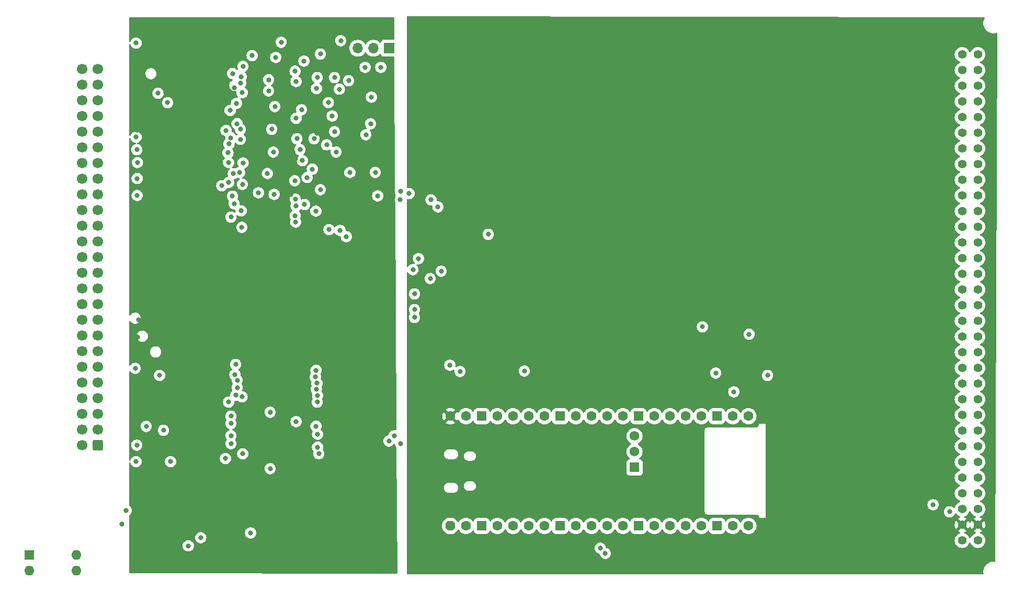
<source format=gbr>
%TF.GenerationSoftware,KiCad,Pcbnew,8.0.7*%
%TF.CreationDate,2024-12-24T20:08:54+01:00*%
%TF.ProjectId,Desktop_50_Pin_TopConn,4465736b-746f-4705-9f35-305f50696e5f,1.01*%
%TF.SameCoordinates,Original*%
%TF.FileFunction,Copper,L2,Inr*%
%TF.FilePolarity,Positive*%
%FSLAX46Y46*%
G04 Gerber Fmt 4.6, Leading zero omitted, Abs format (unit mm)*
G04 Created by KiCad (PCBNEW 8.0.7) date 2024-12-24 20:08:54*
%MOMM*%
%LPD*%
G01*
G04 APERTURE LIST*
G04 Aperture macros list*
%AMRoundRect*
0 Rectangle with rounded corners*
0 $1 Rounding radius*
0 $2 $3 $4 $5 $6 $7 $8 $9 X,Y pos of 4 corners*
0 Add a 4 corners polygon primitive as box body*
4,1,4,$2,$3,$4,$5,$6,$7,$8,$9,$2,$3,0*
0 Add four circle primitives for the rounded corners*
1,1,$1+$1,$2,$3*
1,1,$1+$1,$4,$5*
1,1,$1+$1,$6,$7*
1,1,$1+$1,$8,$9*
0 Add four rect primitives between the rounded corners*
20,1,$1+$1,$2,$3,$4,$5,0*
20,1,$1+$1,$4,$5,$6,$7,0*
20,1,$1+$1,$6,$7,$8,$9,0*
20,1,$1+$1,$8,$9,$2,$3,0*%
%AMFreePoly0*
4,1,26,0.335306,0.780194,0.389950,0.741421,0.741421,0.389950,0.788777,0.314585,0.800000,0.248529,0.800000,-0.248529,0.780194,-0.335306,0.741421,-0.389950,0.389950,-0.741421,0.314585,-0.788777,0.248529,-0.800000,0.000000,-0.800000,-0.248529,-0.800000,-0.335306,-0.780194,-0.389950,-0.741421,-0.741421,-0.389950,-0.788777,-0.314585,-0.800000,-0.248529,-0.800000,0.248529,-0.780194,0.335306,
-0.741421,0.389950,-0.389950,0.741421,-0.314585,0.788777,-0.248529,0.800000,0.248529,0.800000,0.335306,0.780194,0.335306,0.780194,$1*%
G04 Aperture macros list end*
%TA.AperFunction,ComponentPad*%
%ADD10RoundRect,0.250000X0.600000X0.600000X-0.600000X0.600000X-0.600000X-0.600000X0.600000X-0.600000X0*%
%TD*%
%TA.AperFunction,ComponentPad*%
%ADD11C,1.700000*%
%TD*%
%TA.AperFunction,ComponentPad*%
%ADD12C,1.422400*%
%TD*%
%TA.AperFunction,ComponentPad*%
%ADD13R,1.600000X1.600000*%
%TD*%
%TA.AperFunction,ComponentPad*%
%ADD14O,1.600000X1.600000*%
%TD*%
%TA.AperFunction,ComponentPad*%
%ADD15R,1.700000X1.700000*%
%TD*%
%TA.AperFunction,ComponentPad*%
%ADD16O,1.700000X1.700000*%
%TD*%
%TA.AperFunction,ComponentPad*%
%ADD17FreePoly0,90.000000*%
%TD*%
%TA.AperFunction,ComponentPad*%
%ADD18C,1.600000*%
%TD*%
%TA.AperFunction,ComponentPad*%
%ADD19RoundRect,0.200000X0.600000X-0.600000X0.600000X0.600000X-0.600000X0.600000X-0.600000X-0.600000X0*%
%TD*%
%TA.AperFunction,ComponentPad*%
%ADD20R,1.574800X1.574800*%
%TD*%
%TA.AperFunction,ComponentPad*%
%ADD21C,1.574800*%
%TD*%
%TA.AperFunction,ViaPad*%
%ADD22C,0.800000*%
%TD*%
G04 APERTURE END LIST*
D10*
%TO.N,GND*%
%TO.C,J2*%
X-7750000Y-69950000D03*
D11*
%TO.N,DB0*%
X-10290000Y-69950000D03*
%TO.N,GND*%
X-7750000Y-67410000D03*
%TO.N,DB1*%
X-10290000Y-67410000D03*
%TO.N,GND*%
X-7750000Y-64870000D03*
%TO.N,DB2*%
X-10290000Y-64870000D03*
%TO.N,GND*%
X-7750000Y-62330000D03*
%TO.N,DB3*%
X-10290000Y-62330000D03*
%TO.N,GND*%
X-7750000Y-59790000D03*
%TO.N,DB4*%
X-10290000Y-59790000D03*
%TO.N,GND*%
X-7750000Y-57250000D03*
%TO.N,DB5*%
X-10290000Y-57250000D03*
%TO.N,GND*%
X-7750000Y-54710000D03*
%TO.N,DB6*%
X-10290000Y-54710000D03*
%TO.N,GND*%
X-7750000Y-52170000D03*
%TO.N,DB7*%
X-10290000Y-52170000D03*
%TO.N,GND*%
X-7750000Y-49630000D03*
%TO.N,DBP*%
X-10290000Y-49630000D03*
%TO.N,GND*%
X-7750000Y-47090000D03*
%TO.N,unconnected-(J2-Pin_20-Pad20)*%
X-10290000Y-47090000D03*
%TO.N,GND*%
X-7750000Y-44550000D03*
%TO.N,unconnected-(J2-Pin_22-Pad22)*%
X-10290000Y-44550000D03*
%TO.N,GND*%
X-7750000Y-42010000D03*
%TO.N,unconnected-(J2-Pin_24-Pad24)*%
X-10290000Y-42010000D03*
%TO.N,unconnected-(J2-Pin_25-Pad25)*%
X-7750000Y-39470000D03*
%TO.N,+5V*%
X-10290000Y-39470000D03*
%TO.N,GND*%
X-7750000Y-36930000D03*
%TO.N,unconnected-(J2-Pin_28-Pad28)*%
X-10290000Y-36930000D03*
%TO.N,GND*%
X-7750000Y-34390000D03*
%TO.N,unconnected-(J2-Pin_30-Pad30)*%
X-10290000Y-34390000D03*
%TO.N,GND*%
X-7750000Y-31850000D03*
%TO.N,ATN*%
X-10290000Y-31850000D03*
%TO.N,GND*%
X-7750000Y-29310000D03*
%TO.N,unconnected-(J2-Pin_34-Pad34)*%
X-10290000Y-29310000D03*
%TO.N,GND*%
X-7750000Y-26770000D03*
%TO.N,BSY*%
X-10290000Y-26770000D03*
%TO.N,GND*%
X-7750000Y-24230000D03*
%TO.N,ACK*%
X-10290000Y-24230000D03*
%TO.N,GND*%
X-7750000Y-21690000D03*
%TO.N,RST*%
X-10290000Y-21690000D03*
%TO.N,GND*%
X-7750000Y-19150000D03*
%TO.N,MSG*%
X-10290000Y-19150000D03*
%TO.N,GND*%
X-7750000Y-16610000D03*
%TO.N,SEL*%
X-10290000Y-16610000D03*
%TO.N,GND*%
X-7750000Y-14070000D03*
%TO.N,CD*%
X-10290000Y-14070000D03*
%TO.N,GND*%
X-7750000Y-11530000D03*
%TO.N,REQ*%
X-10290000Y-11530000D03*
%TO.N,GND*%
X-7750000Y-8990000D03*
%TO.N,IO*%
X-10290000Y-8990000D03*
%TD*%
D12*
%TO.N,unconnected-(J1-Pin_a1-PadA1)*%
%TO.C,J1*%
X134710000Y-6630000D03*
%TO.N,GND*%
X134710000Y-9170000D03*
%TO.N,unconnected-(J1-Pin_a3-PadA3)*%
X134710000Y-11710000D03*
%TO.N,unconnected-(J1-Pin_a4-PadA4)*%
X134710000Y-14250000D03*
%TO.N,unconnected-(J1-Pin_a5-PadA5)*%
X134710000Y-16790000D03*
%TO.N,unconnected-(J1-Pin_a6-PadA6)*%
X134710000Y-19330000D03*
%TO.N,unconnected-(J1-Pin_a7-PadA7)*%
X134710000Y-21870000D03*
%TO.N,unconnected-(J1-Pin_a8-PadA8)*%
X134710000Y-24410000D03*
%TO.N,unconnected-(J1-Pin_a9-PadA9)*%
X134710000Y-26950000D03*
%TO.N,unconnected-(J1-Pin_a10-PadA10)*%
X134710000Y-29490000D03*
%TO.N,unconnected-(J1-Pin_a11-PadA11)*%
X134710000Y-32030000D03*
%TO.N,unconnected-(J1-Pin_a12-PadA12)*%
X134710000Y-34570000D03*
%TO.N,unconnected-(J1-Pin_a13-PadA13)*%
X134710000Y-37110000D03*
%TO.N,unconnected-(J1-Pin_a14-PadA14)*%
X134710000Y-39650000D03*
%TO.N,unconnected-(J1-Pin_a15-PadA15)*%
X134710000Y-42190000D03*
%TO.N,unconnected-(J1-Pin_a16-PadA16)*%
X134710000Y-44730000D03*
%TO.N,unconnected-(J1-Pin_a17-PadA17)*%
X134710000Y-47270000D03*
%TO.N,unconnected-(J1-Pin_a18-PadA18)*%
X134710000Y-49810000D03*
%TO.N,unconnected-(J1-Pin_a19-PadA19)*%
X134710000Y-52350000D03*
%TO.N,unconnected-(J1-Pin_a20-PadA20)*%
X134710000Y-54890000D03*
%TO.N,unconnected-(J1-Pin_a21-PadA21)*%
X134710000Y-57430000D03*
%TO.N,unconnected-(J1-Pin_a22-PadA22)*%
X134710000Y-59970000D03*
%TO.N,unconnected-(J1-Pin_a23-PadA23)*%
X134710000Y-62510000D03*
%TO.N,unconnected-(J1-Pin_a24-PadA24)*%
X134710000Y-65050000D03*
%TO.N,unconnected-(J1-Pin_a25-PadA25)*%
X134710000Y-67590000D03*
%TO.N,unconnected-(J1-Pin_a26-PadA26)*%
X134710000Y-70130000D03*
%TO.N,unconnected-(J1-Pin_a27-PadA27)*%
X134710000Y-72670000D03*
%TO.N,unconnected-(J1-Pin_a28-PadA28)*%
X134710000Y-75210000D03*
%TO.N,unconnected-(J1-Pin_a29-PadA29)*%
X134710000Y-77750000D03*
%TO.N,unconnected-(J1-Pin_a30-PadA30)*%
X134710000Y-80290000D03*
%TO.N,+5F*%
X134710000Y-82830000D03*
%TO.N,unconnected-(J1-Pin_a32-PadA32)*%
X134710000Y-85370000D03*
%TO.N,unconnected-(J1-Pin_b1-PadB1)*%
X132170000Y-6630000D03*
%TO.N,GND*%
X132170000Y-9170000D03*
%TO.N,unconnected-(J1-Pin_b3-PadB3)*%
X132170000Y-11710000D03*
%TO.N,unconnected-(J1-Pin_b4-PadB4)*%
X132170000Y-14250000D03*
%TO.N,unconnected-(J1-Pin_b5-PadB5)*%
X132170000Y-16790000D03*
%TO.N,unconnected-(J1-Pin_b6-PadB6)*%
X132170000Y-19330000D03*
%TO.N,unconnected-(J1-Pin_b7-PadB7)*%
X132170000Y-21870000D03*
%TO.N,unconnected-(J1-Pin_b8-PadB8)*%
X132170000Y-24410000D03*
%TO.N,unconnected-(J1-Pin_b9-PadB9)*%
X132170000Y-26950000D03*
%TO.N,unconnected-(J1-Pin_b10-PadB10)*%
X132170000Y-29490000D03*
%TO.N,unconnected-(J1-Pin_b11-PadB11)*%
X132170000Y-32030000D03*
%TO.N,unconnected-(J1-Pin_b12-PadB12)*%
X132170000Y-34570000D03*
%TO.N,unconnected-(J1-Pin_b13-PadB13)*%
X132170000Y-37110000D03*
%TO.N,unconnected-(J1-Pin_b14-PadB14)*%
X132170000Y-39650000D03*
%TO.N,unconnected-(J1-Pin_b15-PadB15)*%
X132170000Y-42190000D03*
%TO.N,unconnected-(J1-Pin_b16-PadB16)*%
X132170000Y-44730000D03*
%TO.N,unconnected-(J1-Pin_b17-PadB17)*%
X132170000Y-47270000D03*
%TO.N,unconnected-(J1-Pin_b18-PadB18)*%
X132170000Y-49810000D03*
%TO.N,unconnected-(J1-Pin_b19-PadB19)*%
X132170000Y-52350000D03*
%TO.N,unconnected-(J1-Pin_b20-PadB20)*%
X132170000Y-54890000D03*
%TO.N,unconnected-(J1-Pin_b21-PadB21)*%
X132170000Y-57430000D03*
%TO.N,unconnected-(J1-Pin_b22-PadB22)*%
X132170000Y-59970000D03*
%TO.N,unconnected-(J1-Pin_b23-PadB23)*%
X132170000Y-62510000D03*
%TO.N,unconnected-(J1-Pin_b24-PadB24)*%
X132170000Y-65050000D03*
%TO.N,unconnected-(J1-Pin_b25-PadB25)*%
X132170000Y-67590000D03*
%TO.N,unconnected-(J1-Pin_b26-PadB26)*%
X132170000Y-70130000D03*
%TO.N,unconnected-(J1-Pin_b27-PadB27)*%
X132170000Y-72670000D03*
%TO.N,unconnected-(J1-Pin_b28-PadB28)*%
X132170000Y-75210000D03*
%TO.N,unconnected-(J1-Pin_b29-PadB29)*%
X132170000Y-77750000D03*
%TO.N,unconnected-(J1-Pin_b30-PadB30)*%
X132170000Y-80290000D03*
%TO.N,+5F*%
X132170000Y-82830000D03*
%TO.N,unconnected-(J1-Pin_b32-PadB32)*%
X132170000Y-85370000D03*
%TD*%
D13*
%TO.N,ACKDr*%
%TO.C,J13*%
X-18851000Y-87731000D03*
D14*
%TO.N,GND*%
X-18851000Y-90271000D03*
%TO.N,TRM_ON_J*%
X-11231000Y-90271000D03*
%TO.N,ACK*%
X-11231000Y-87731000D03*
%TD*%
D15*
%TO.N,Net-(J10-Pin_1)*%
%TO.C,J10*%
X39395200Y-5618200D03*
D16*
%TO.N,oCD_iSEL*%
X36855200Y-5618200D03*
%TO.N,Net-(J10-Pin_3)*%
X34315200Y-5618200D03*
%TD*%
D17*
%TO.N,Net-(RP1-G0)*%
%TO.C,RP1*%
X49301200Y-83012000D03*
D18*
%TO.N,Net-(RP1-G1)*%
X51841200Y-83012000D03*
D19*
%TO.N,GND*%
X54381200Y-83012000D03*
D18*
%TO.N,Net-(RP1-G2)*%
X56921200Y-83012000D03*
%TO.N,Net-(RP1-G3)*%
X59461200Y-83012000D03*
%TO.N,Net-(RP1-G4)*%
X62001200Y-83012000D03*
%TO.N,Net-(RP1-G5)*%
X64541200Y-83012000D03*
D19*
%TO.N,GND*%
X67081200Y-83012000D03*
D18*
%TO.N,Net-(RP1-G6)*%
X69621200Y-83012000D03*
%TO.N,Net-(RP1-G7)*%
X72161200Y-83012000D03*
%TO.N,Net-(RP1-G8)*%
X74701200Y-83012000D03*
%TO.N,DBPTr*%
X77241200Y-83012000D03*
D19*
%TO.N,GND*%
X79781200Y-83012000D03*
D18*
%TO.N,SD_CLK*%
X82321200Y-83012000D03*
%TO.N,SD_CMD_MOSI*%
X84861200Y-83012000D03*
%TO.N,SD_D0_MISO*%
X87401200Y-83012000D03*
%TO.N,SD_D1*%
X89941200Y-83012000D03*
D19*
%TO.N,GND*%
X92481200Y-83012000D03*
D18*
%TO.N,SD_D2*%
X95021200Y-83012000D03*
%TO.N,SD_D3_CS*%
X97561200Y-83012000D03*
%TO.N,SDA*%
X97561200Y-65232000D03*
%TO.N,SCL*%
X95021200Y-65232000D03*
D19*
%TO.N,GND*%
X92481200Y-65232000D03*
D18*
%TO.N,oCD_iSEL*%
X89941200Y-65232000D03*
%TO.N,oREQ*%
X87401200Y-65232000D03*
%TO.N,oMSG_iBSY*%
X84861200Y-65232000D03*
%TO.N,oSEL*%
X82321200Y-65232000D03*
D19*
%TO.N,GND*%
X79781200Y-65232000D03*
D18*
%TO.N,oIO*%
X77241200Y-65232000D03*
%TO.N,unconnected-(RP1-RUN-Pad30)*%
X74701200Y-65232000D03*
%TO.N,oACK*%
X72161200Y-65232000D03*
%TO.N,oBSY*%
X69621200Y-65232000D03*
D19*
%TO.N,GND*%
X67081200Y-65232000D03*
D18*
%TO.N,Net-(RP1-G28)*%
X64541200Y-65232000D03*
%TO.N,unconnected-(RP1-ADC_VREF-Pad35)*%
X62001200Y-65232000D03*
%TO.N,+3V3*%
X59461200Y-65232000D03*
%TO.N,unconnected-(RP1-3v3_EN-Pad37)*%
X56921200Y-65232000D03*
D19*
%TO.N,GND*%
X54381200Y-65232000D03*
D18*
%TO.N,unconnected-(RP1-VSYS-Pad39)_1*%
X51841200Y-65232000D03*
%TO.N,+5F*%
X49301200Y-65232000D03*
D20*
%TO.N,N/C*%
X79131200Y-73537800D03*
D21*
X79131200Y-70997800D03*
X79131200Y-68457800D03*
%TD*%
D22*
%TO.N,GND*%
X44170400Y-71582000D03*
X20777000Y-29291000D03*
X15316000Y-20388000D03*
X-1448000Y-69931000D03*
X127457000Y-79583000D03*
X2235000Y-58628000D03*
X24333000Y-66121000D03*
X15652009Y-27683000D03*
X-1702000Y-57485000D03*
X43510000Y-47960000D03*
X92278000Y-58247000D03*
X-1346400Y-52430400D03*
X20396000Y-18750000D03*
X30454400Y-77373200D03*
X39039600Y-55173600D03*
X90119000Y-50754000D03*
X46050000Y-42930800D03*
X33045200Y-25760400D03*
X130124000Y-80726000D03*
X50876000Y-57993000D03*
X3530400Y-14432000D03*
X43510000Y-45420000D03*
X97684751Y-51969745D03*
X30175000Y-16591000D03*
X38049000Y-8717000D03*
X20650000Y-22446000D03*
X2870000Y-67518000D03*
X28066800Y-36072800D03*
X-1346400Y-24134800D03*
X-1448000Y-22052000D03*
X21031000Y-7103600D03*
X19888000Y-10723600D03*
X25222000Y-15575000D03*
X37160000Y-25735000D03*
X17652800Y-36276000D03*
X61289994Y-57916797D03*
X43154400Y-66502000D03*
X-1575000Y-72598000D03*
X33045200Y-81996000D03*
X31572000Y-4399000D03*
X35382000Y-72852000D03*
X32461000Y-36149000D03*
X15557506Y-34634788D03*
X15597804Y-12836795D03*
X1991792Y-12908000D03*
X35509000Y-8717000D03*
X18922800Y-55021200D03*
X15592227Y-62105153D03*
X12903000Y-72090000D03*
X24263522Y-33792867D03*
X43510000Y-49230000D03*
X-1295600Y-54767200D03*
X20904000Y-15067000D03*
X-1575000Y-20020000D03*
X-1143200Y-49636400D03*
X-1397200Y-26725600D03*
X76000Y-66883000D03*
X18237000Y-29037000D03*
X32842000Y-10876000D03*
X49225000Y-56977000D03*
X19684800Y-25912800D03*
X25603000Y-7701000D03*
X20142000Y-64597000D03*
X14775200Y-17849978D03*
X43256000Y-41483000D03*
X27762000Y-62946000D03*
X21920000Y-4653000D03*
X47828000Y-41737000D03*
X13411000Y-62946000D03*
X-3861000Y-82758000D03*
X35636000Y-19639000D03*
X-1397200Y-29468800D03*
X20142000Y-73741000D03*
X30810000Y-22433000D03*
X15697000Y-71328000D03*
X44145000Y-39705000D03*
X19888000Y-12552400D03*
X30556000Y-19131000D03*
X-1575000Y-4780000D03*
%TO.N,+2V8*%
X23444000Y-29291000D03*
X37160000Y-44150000D03*
X28270000Y-49230000D03*
X24216139Y-23533000D03*
X-1448000Y-64470000D03*
X34620000Y-44150000D03*
X3225600Y-12780996D03*
X23698000Y-15080000D03*
X28270000Y-41610000D03*
X15697000Y-73614000D03*
X38430000Y-49230000D03*
X33329601Y-46680956D03*
X-686003Y-13035003D03*
X20650000Y-41610000D03*
X28270000Y-44150000D03*
X27726293Y-19429309D03*
X23190000Y-51770000D03*
X-1448000Y-59898000D03*
X-1448000Y-18877000D03*
X-1448000Y-62438000D03*
X23825000Y-22446000D03*
X20650000Y-49230000D03*
X30810000Y-51770000D03*
X20650000Y-44150000D03*
X30810000Y-41610000D03*
X30810000Y-49230000D03*
X34620000Y-41610000D03*
X38430000Y-51770000D03*
X25730000Y-51770000D03*
X35890000Y-46690000D03*
X35890000Y-49230000D03*
X5791000Y-58882000D03*
X25730000Y-46690000D03*
X23190000Y-46690000D03*
X131999Y-57683001D03*
X35890000Y-51770000D03*
X25730000Y-44150000D03*
X8036992Y-13502992D03*
X25730000Y-49230000D03*
X28270000Y-39070000D03*
X30810000Y-46690000D03*
X23190000Y-49230000D03*
X23190000Y-39070000D03*
X23952000Y-7103600D03*
X30810000Y-44150000D03*
X25730000Y-41610000D03*
X20650000Y-51770000D03*
X33350000Y-51770000D03*
X28654050Y-24410989D03*
X25730000Y-39070000D03*
X8712000Y-58882000D03*
X28270000Y-46690000D03*
X-1575000Y-14178000D03*
X37160000Y-41610000D03*
X-1448000Y-16718000D03*
X15570000Y-64597000D03*
X23190000Y-41610000D03*
X20650000Y-39070000D03*
X28270000Y-51770000D03*
X20650000Y-46690000D03*
X33350000Y-49230000D03*
X23190000Y-44150000D03*
%TO.N,oIO*%
X30556000Y-10368000D03*
X15728909Y-8564000D03*
X27762000Y-10368000D03*
%TO.N,oREQ*%
X27634999Y-12145998D03*
X15349096Y-11286795D03*
X31331000Y-12260000D03*
%TO.N,oSEL*%
X36398000Y-17861000D03*
%TO.N,oBSY*%
X17221000Y-6812000D03*
X28270000Y-6558000D03*
X47296508Y-31346492D03*
X26124000Y-26557413D03*
X26958733Y-25202136D03*
X15443000Y-10241000D03*
X29553000Y-14432000D03*
X29286000Y-21277000D03*
%TO.N,oCD_iSEL*%
X36525000Y-13543000D03*
%TO.N,ATN*%
X13418445Y-27370537D03*
X24116139Y-27088570D03*
%TO.N,BSY*%
X14030654Y-29597564D03*
X13769375Y-20134730D03*
X13792000Y-32974000D03*
X12305019Y-27895002D03*
%TO.N,DBP*%
X14554000Y-56850000D03*
%TO.N,ACK*%
X14300000Y-30815000D03*
X8897181Y-84930000D03*
X13398000Y-24130223D03*
%TO.N,RST*%
X15209104Y-25759974D03*
X24968000Y-22052000D03*
X13304975Y-22560000D03*
%TO.N,MSG*%
X13471975Y-21102025D03*
%TO.N,SEL*%
X12994375Y-18940499D03*
X24460000Y-20274000D03*
%TO.N,CD*%
X13658400Y-15708600D03*
%TO.N,REQ*%
X14350800Y-12044400D03*
%TO.N,IO*%
X14046000Y-9718000D03*
%TO.N,DB7*%
X14427000Y-58501000D03*
%TO.N,DB6*%
X14808000Y-59424003D03*
%TO.N,DB5*%
X14808000Y-60600000D03*
%TO.N,DB4*%
X14576690Y-61838339D03*
%TO.N,DB3*%
X13792000Y-65232000D03*
%TO.N,DB2*%
X13792000Y-66423400D03*
%TO.N,DB1*%
X13792000Y-68401800D03*
%TO.N,DB0*%
X13792000Y-69700000D03*
%TO.N,+3V3*%
X-3162500Y-80535500D03*
X95199000Y-61295000D03*
X100660000Y-58628000D03*
%TO.N,oMSG_iBSY*%
X55448000Y-35768000D03*
X24205994Y-30053000D03*
X15748000Y-24211000D03*
X29667000Y-35006000D03*
X31445000Y-35133000D03*
%TO.N,+5F*%
X46685000Y-37800000D03*
X44653000Y-37800000D03*
X45669000Y-37800000D03*
%TO.N,DBPTr*%
X39355241Y-69259759D03*
%TO.N,SD_D2*%
X73583600Y-86618800D03*
%TO.N,SD_D3_CS*%
X74396400Y-87475600D03*
%TO.N,iRST*%
X14167945Y-25949761D03*
X27254000Y-20274000D03*
%TO.N,iACK*%
X15439000Y-31958000D03*
X27541508Y-32004508D03*
%TO.N,iSEL*%
X14681000Y-14559000D03*
X15316000Y-18750000D03*
%TO.N,TRM_ON_J*%
X4013001Y-72597998D03*
X6884142Y-86247560D03*
%TO.N,Net-(R56-Pad1)*%
X28270000Y-28542000D03*
X40208000Y-68407000D03*
%TO.N,oACK*%
X41211000Y-30180000D03*
X46177000Y-30180000D03*
X25716121Y-30955000D03*
%TO.N,Net-(RP1-G8)*%
X27558800Y-57815200D03*
%TO.N,Net-(RP1-G7)*%
X27457200Y-58882000D03*
%TO.N,Net-(RP1-G6)*%
X27711200Y-59898000D03*
%TO.N,Net-(RP1-G5)*%
X27609600Y-60863200D03*
%TO.N,Net-(RP1-G4)*%
X27820244Y-61897615D03*
%TO.N,Net-(RP1-G3)*%
X27558800Y-66857600D03*
%TO.N,!oBSY*%
X25349000Y-23830000D03*
X24176000Y-9339000D03*
X24333000Y-11003000D03*
X37541000Y-29545000D03*
X24333000Y-16972000D03*
X24333000Y-31196000D03*
%TO.N,Net-(RP1-G2)*%
X27812800Y-68178400D03*
%TO.N,Net-(RP1-G1)*%
X27812800Y-70261200D03*
%TO.N,Net-(RP1-G0)*%
X28016000Y-71315000D03*
%TO.N,Net-(RP1-G28)*%
X42621000Y-29164000D03*
%TO.N,ACKDr*%
X24182436Y-32746000D03*
X16967000Y-84155000D03*
%TO.N,Net-(R30-Pad1)*%
X41224000Y-28783000D03*
X41247492Y-69700492D03*
%TD*%
%TA.AperFunction,Conductor*%
%TO.N,+5F*%
G36*
X134283958Y-83006473D02*
G01*
X134344149Y-83110727D01*
X134429273Y-83195851D01*
X134533527Y-83256042D01*
X134615535Y-83278016D01*
X134048285Y-83845265D01*
X134102087Y-83882937D01*
X134294161Y-83972502D01*
X134294166Y-83972505D01*
X134306555Y-83975824D01*
X134366216Y-84012187D01*
X134396747Y-84075033D01*
X134388455Y-84144409D01*
X134343971Y-84198288D01*
X134306561Y-84215374D01*
X134291256Y-84219475D01*
X134291246Y-84219478D01*
X134291245Y-84219479D01*
X134291243Y-84219480D01*
X134097820Y-84309674D01*
X134097816Y-84309676D01*
X133923001Y-84432083D01*
X133922995Y-84432088D01*
X133772088Y-84582995D01*
X133772083Y-84583001D01*
X133649676Y-84757816D01*
X133649674Y-84757820D01*
X133559480Y-84951243D01*
X133557625Y-84956339D01*
X133556292Y-84955854D01*
X133523405Y-85009804D01*
X133460556Y-85040329D01*
X133391181Y-85032031D01*
X133337306Y-84987542D01*
X133322958Y-84956126D01*
X133322375Y-84956339D01*
X133320524Y-84951258D01*
X133320521Y-84951245D01*
X133230326Y-84757821D01*
X133230324Y-84757818D01*
X133230323Y-84757816D01*
X133107916Y-84583001D01*
X133107911Y-84582995D01*
X132957003Y-84432087D01*
X132811921Y-84330499D01*
X132782180Y-84309674D01*
X132760675Y-84299646D01*
X132588761Y-84219481D01*
X132588741Y-84219474D01*
X132573439Y-84215374D01*
X132513779Y-84179009D01*
X132483251Y-84116162D01*
X132491546Y-84046786D01*
X132536032Y-83992909D01*
X132573446Y-83975824D01*
X132585828Y-83972506D01*
X132585838Y-83972502D01*
X132777913Y-83882937D01*
X132777917Y-83882935D01*
X132831713Y-83845266D01*
X132264464Y-83278016D01*
X132346473Y-83256042D01*
X132450727Y-83195851D01*
X132535851Y-83110727D01*
X132596042Y-83006473D01*
X132618016Y-82924463D01*
X133185266Y-83491713D01*
X133222935Y-83437917D01*
X133222937Y-83437913D01*
X133312502Y-83245838D01*
X133312507Y-83245827D01*
X133320225Y-83217023D01*
X133356589Y-83157362D01*
X133419436Y-83126832D01*
X133488812Y-83135126D01*
X133542690Y-83179611D01*
X133559775Y-83217023D01*
X133567492Y-83245827D01*
X133567497Y-83245838D01*
X133657062Y-83437912D01*
X133657063Y-83437914D01*
X133694733Y-83491712D01*
X133694733Y-83491713D01*
X134261983Y-82924463D01*
X134283958Y-83006473D01*
G37*
%TD.AperFunction*%
%TA.AperFunction,Conductor*%
G36*
X133488812Y-80627965D02*
G01*
X133542690Y-80672451D01*
X133557040Y-80703873D01*
X133557625Y-80703661D01*
X133559481Y-80708761D01*
X133605014Y-80806406D01*
X133649674Y-80902180D01*
X133772087Y-81077003D01*
X133922997Y-81227913D01*
X134097820Y-81350326D01*
X134203590Y-81399647D01*
X134291238Y-81440518D01*
X134291240Y-81440519D01*
X134291245Y-81440521D01*
X134306557Y-81444624D01*
X134366217Y-81480987D01*
X134396748Y-81543833D01*
X134388454Y-81613209D01*
X134343970Y-81667088D01*
X134306561Y-81684173D01*
X134294173Y-81687492D01*
X134294161Y-81687497D01*
X134102088Y-81777062D01*
X134048286Y-81814733D01*
X134615536Y-82381983D01*
X134533527Y-82403958D01*
X134429273Y-82464149D01*
X134344149Y-82549273D01*
X134283958Y-82653527D01*
X134261983Y-82735536D01*
X133694733Y-82168286D01*
X133657062Y-82222088D01*
X133567497Y-82414161D01*
X133567493Y-82414170D01*
X133559775Y-82442977D01*
X133523410Y-82502638D01*
X133460563Y-82533167D01*
X133391188Y-82524872D01*
X133337310Y-82480387D01*
X133320225Y-82442977D01*
X133312506Y-82414170D01*
X133312502Y-82414161D01*
X133222934Y-82222083D01*
X133185266Y-82168286D01*
X133185265Y-82168285D01*
X132618016Y-82735535D01*
X132596042Y-82653527D01*
X132535851Y-82549273D01*
X132450727Y-82464149D01*
X132346473Y-82403958D01*
X132264463Y-82381983D01*
X132831713Y-81814733D01*
X132777914Y-81777063D01*
X132777912Y-81777062D01*
X132585838Y-81687497D01*
X132585831Y-81687494D01*
X132573440Y-81684174D01*
X132513779Y-81647808D01*
X132483251Y-81584961D01*
X132491546Y-81515586D01*
X132536032Y-81461708D01*
X132573443Y-81444623D01*
X132588755Y-81440521D01*
X132782180Y-81350326D01*
X132957003Y-81227913D01*
X133107913Y-81077003D01*
X133230326Y-80902180D01*
X133320521Y-80708755D01*
X133320523Y-80708746D01*
X133322375Y-80703661D01*
X133323708Y-80704146D01*
X133356590Y-80650200D01*
X133419436Y-80619671D01*
X133488812Y-80627965D01*
G37*
%TD.AperFunction*%
%TA.AperFunction,Conductor*%
G36*
X135689918Y-586103D02*
G01*
X135756926Y-605876D01*
X135802611Y-658740D01*
X135812462Y-727912D01*
X135800233Y-766397D01*
X135723204Y-917575D01*
X135643067Y-1164209D01*
X135602500Y-1420339D01*
X135602500Y-1679660D01*
X135643067Y-1935790D01*
X135723203Y-2182424D01*
X135840932Y-2413478D01*
X135993358Y-2623274D01*
X136176726Y-2806642D01*
X136386522Y-2959068D01*
X136495687Y-3014690D01*
X136617575Y-3076796D01*
X136617577Y-3076796D01*
X136617580Y-3076798D01*
X136864210Y-3156933D01*
X137120339Y-3197500D01*
X137120340Y-3197500D01*
X137379660Y-3197500D01*
X137379661Y-3197500D01*
X137635790Y-3156933D01*
X137697433Y-3136903D01*
X137767272Y-3134909D01*
X137827105Y-3170989D01*
X137857933Y-3233690D01*
X137859748Y-3255358D01*
X137499312Y-88679023D01*
X137479345Y-88745979D01*
X137426348Y-88791511D01*
X137375313Y-88802500D01*
X137120339Y-88802500D01*
X136992274Y-88822783D01*
X136864209Y-88843067D01*
X136617575Y-88923203D01*
X136386521Y-89040932D01*
X136266825Y-89127896D01*
X136176726Y-89193358D01*
X136176724Y-89193360D01*
X136176723Y-89193360D01*
X135993360Y-89376723D01*
X135993360Y-89376724D01*
X135993358Y-89376726D01*
X135927896Y-89466825D01*
X135840932Y-89586521D01*
X135723203Y-89817575D01*
X135643067Y-90064209D01*
X135602500Y-90320339D01*
X135602500Y-90579660D01*
X135628307Y-90742602D01*
X135619352Y-90811896D01*
X135574356Y-90865348D01*
X135507604Y-90885987D01*
X135505834Y-90886000D01*
X42364000Y-90886000D01*
X42296961Y-90866315D01*
X42251206Y-90813511D01*
X42240000Y-90762000D01*
X42240000Y-86618800D01*
X72670096Y-86618800D01*
X72690058Y-86808728D01*
X72690059Y-86808731D01*
X72749070Y-86990349D01*
X72749073Y-86990356D01*
X72844560Y-87155744D01*
X72946890Y-87269394D01*
X72961547Y-87285672D01*
X72972347Y-87297666D01*
X73126848Y-87409918D01*
X73301312Y-87487594D01*
X73384991Y-87505380D01*
X73400212Y-87508616D01*
X73461694Y-87541808D01*
X73495470Y-87602971D01*
X73497751Y-87616939D01*
X73502858Y-87665528D01*
X73502859Y-87665531D01*
X73561870Y-87847149D01*
X73561873Y-87847156D01*
X73657360Y-88012544D01*
X73785147Y-88154466D01*
X73939648Y-88266718D01*
X74114112Y-88344394D01*
X74300913Y-88384100D01*
X74491887Y-88384100D01*
X74678688Y-88344394D01*
X74853152Y-88266718D01*
X75007653Y-88154466D01*
X75135440Y-88012544D01*
X75230927Y-87847156D01*
X75289942Y-87665528D01*
X75309904Y-87475600D01*
X75289942Y-87285672D01*
X75230927Y-87104044D01*
X75135440Y-86938656D01*
X75007653Y-86796734D01*
X74853152Y-86684482D01*
X74678688Y-86606806D01*
X74678686Y-86606805D01*
X74678687Y-86606805D01*
X74579786Y-86585783D01*
X74518305Y-86552590D01*
X74484528Y-86491427D01*
X74482249Y-86477472D01*
X74477142Y-86428872D01*
X74418127Y-86247244D01*
X74322640Y-86081856D01*
X74194853Y-85939934D01*
X74040352Y-85827682D01*
X73865888Y-85750006D01*
X73865886Y-85750005D01*
X73679087Y-85710300D01*
X73488113Y-85710300D01*
X73301314Y-85750005D01*
X73126846Y-85827683D01*
X72972345Y-85939935D01*
X72844559Y-86081857D01*
X72749073Y-86247243D01*
X72749070Y-86247250D01*
X72690059Y-86428868D01*
X72690058Y-86428872D01*
X72670096Y-86618800D01*
X42240000Y-86618800D01*
X42240000Y-82763464D01*
X47982700Y-82763464D01*
X47982700Y-83260546D01*
X47989954Y-83346540D01*
X48001456Y-83414236D01*
X48001459Y-83414254D01*
X48013552Y-83467864D01*
X48013555Y-83467876D01*
X48072901Y-83601417D01*
X48072915Y-83601441D01*
X48121445Y-83678678D01*
X48193137Y-83768577D01*
X48193144Y-83768585D01*
X48544615Y-84120056D01*
X48544620Y-84120061D01*
X48544622Y-84120062D01*
X48610557Y-84175740D01*
X48610585Y-84175761D01*
X48666560Y-84215478D01*
X48666583Y-84215493D01*
X48672894Y-84219481D01*
X48713048Y-84244855D01*
X48849462Y-84297325D01*
X48849469Y-84297326D01*
X48849474Y-84297328D01*
X48885468Y-84305543D01*
X48938408Y-84317626D01*
X48938417Y-84317627D01*
X48938423Y-84317628D01*
X48988279Y-84323245D01*
X49052665Y-84330499D01*
X49052668Y-84330500D01*
X49052671Y-84330500D01*
X49549728Y-84330500D01*
X49549729Y-84330500D01*
X49549730Y-84330499D01*
X49549746Y-84330499D01*
X49598122Y-84326418D01*
X49635744Y-84323245D01*
X49703451Y-84311741D01*
X49757071Y-84299646D01*
X49762296Y-84297324D01*
X49890617Y-84240298D01*
X49890623Y-84240294D01*
X49890633Y-84240290D01*
X49967883Y-84191751D01*
X50057785Y-84120056D01*
X50409256Y-83768585D01*
X50464947Y-83702634D01*
X50495498Y-83659575D01*
X50550344Y-83616293D01*
X50619886Y-83609533D01*
X50682043Y-83641443D01*
X50700241Y-83664545D01*
X50700572Y-83664314D01*
X50703675Y-83668745D01*
X50703677Y-83668749D01*
X50835002Y-83856300D01*
X50996900Y-84018198D01*
X51184451Y-84149523D01*
X51289029Y-84198288D01*
X51391950Y-84246281D01*
X51391952Y-84246281D01*
X51391957Y-84246284D01*
X51613113Y-84305543D01*
X51776032Y-84319796D01*
X51841198Y-84325498D01*
X51841200Y-84325498D01*
X51841202Y-84325498D01*
X51898339Y-84320499D01*
X52069287Y-84305543D01*
X52290443Y-84246284D01*
X52497949Y-84149523D01*
X52685500Y-84018198D01*
X52847398Y-83856300D01*
X52887907Y-83798446D01*
X52942480Y-83754824D01*
X53011978Y-83747630D01*
X53074333Y-83779152D01*
X53107864Y-83832681D01*
X53123524Y-83882935D01*
X53130373Y-83904913D01*
X53219384Y-84052155D01*
X53219386Y-84052158D01*
X53341041Y-84173813D01*
X53341043Y-84173814D01*
X53341045Y-84173816D01*
X53488287Y-84262827D01*
X53652551Y-84314013D01*
X53723935Y-84320500D01*
X55038464Y-84320499D01*
X55038471Y-84320499D01*
X55109844Y-84314014D01*
X55109847Y-84314013D01*
X55109849Y-84314013D01*
X55274113Y-84262827D01*
X55421355Y-84173816D01*
X55543016Y-84052155D01*
X55632027Y-83904913D01*
X55654535Y-83832680D01*
X55693270Y-83774535D01*
X55757294Y-83746560D01*
X55826280Y-83757641D01*
X55874493Y-83798448D01*
X55898464Y-83832681D01*
X55915002Y-83856300D01*
X56076900Y-84018198D01*
X56264451Y-84149523D01*
X56369029Y-84198288D01*
X56471950Y-84246281D01*
X56471952Y-84246281D01*
X56471957Y-84246284D01*
X56693113Y-84305543D01*
X56856032Y-84319796D01*
X56921198Y-84325498D01*
X56921200Y-84325498D01*
X56921202Y-84325498D01*
X56978339Y-84320499D01*
X57149287Y-84305543D01*
X57370443Y-84246284D01*
X57577949Y-84149523D01*
X57765500Y-84018198D01*
X57927398Y-83856300D01*
X58058723Y-83668749D01*
X58078818Y-83625655D01*
X58124990Y-83573215D01*
X58192183Y-83554063D01*
X58259064Y-83574278D01*
X58303582Y-83625655D01*
X58313359Y-83646623D01*
X58323677Y-83668749D01*
X58455002Y-83856300D01*
X58616900Y-84018198D01*
X58804451Y-84149523D01*
X58909029Y-84198288D01*
X59011950Y-84246281D01*
X59011952Y-84246281D01*
X59011957Y-84246284D01*
X59233113Y-84305543D01*
X59396032Y-84319796D01*
X59461198Y-84325498D01*
X59461200Y-84325498D01*
X59461202Y-84325498D01*
X59518339Y-84320499D01*
X59689287Y-84305543D01*
X59910443Y-84246284D01*
X60117949Y-84149523D01*
X60305500Y-84018198D01*
X60467398Y-83856300D01*
X60598723Y-83668749D01*
X60618818Y-83625655D01*
X60664990Y-83573215D01*
X60732183Y-83554063D01*
X60799064Y-83574278D01*
X60843582Y-83625655D01*
X60853359Y-83646623D01*
X60863677Y-83668749D01*
X60995002Y-83856300D01*
X61156900Y-84018198D01*
X61344451Y-84149523D01*
X61449029Y-84198288D01*
X61551950Y-84246281D01*
X61551952Y-84246281D01*
X61551957Y-84246284D01*
X61773113Y-84305543D01*
X61936032Y-84319796D01*
X62001198Y-84325498D01*
X62001200Y-84325498D01*
X62001202Y-84325498D01*
X62058339Y-84320499D01*
X62229287Y-84305543D01*
X62450443Y-84246284D01*
X62657949Y-84149523D01*
X62845500Y-84018198D01*
X63007398Y-83856300D01*
X63138723Y-83668749D01*
X63158818Y-83625655D01*
X63204990Y-83573215D01*
X63272183Y-83554063D01*
X63339064Y-83574278D01*
X63383582Y-83625655D01*
X63393359Y-83646623D01*
X63403677Y-83668749D01*
X63535002Y-83856300D01*
X63696900Y-84018198D01*
X63884451Y-84149523D01*
X63989029Y-84198288D01*
X64091950Y-84246281D01*
X64091952Y-84246281D01*
X64091957Y-84246284D01*
X64313113Y-84305543D01*
X64476032Y-84319796D01*
X64541198Y-84325498D01*
X64541200Y-84325498D01*
X64541202Y-84325498D01*
X64598339Y-84320499D01*
X64769287Y-84305543D01*
X64990443Y-84246284D01*
X65197949Y-84149523D01*
X65385500Y-84018198D01*
X65547398Y-83856300D01*
X65587907Y-83798446D01*
X65642480Y-83754824D01*
X65711978Y-83747630D01*
X65774333Y-83779152D01*
X65807864Y-83832681D01*
X65823524Y-83882935D01*
X65830373Y-83904913D01*
X65919384Y-84052155D01*
X65919386Y-84052158D01*
X66041041Y-84173813D01*
X66041043Y-84173814D01*
X66041045Y-84173816D01*
X66188287Y-84262827D01*
X66352551Y-84314013D01*
X66423935Y-84320500D01*
X67738464Y-84320499D01*
X67738471Y-84320499D01*
X67809844Y-84314014D01*
X67809847Y-84314013D01*
X67809849Y-84314013D01*
X67974113Y-84262827D01*
X68121355Y-84173816D01*
X68243016Y-84052155D01*
X68332027Y-83904913D01*
X68354535Y-83832680D01*
X68393270Y-83774535D01*
X68457294Y-83746560D01*
X68526280Y-83757641D01*
X68574493Y-83798448D01*
X68598464Y-83832681D01*
X68615002Y-83856300D01*
X68776900Y-84018198D01*
X68964451Y-84149523D01*
X69069029Y-84198288D01*
X69171950Y-84246281D01*
X69171952Y-84246281D01*
X69171957Y-84246284D01*
X69393113Y-84305543D01*
X69556032Y-84319796D01*
X69621198Y-84325498D01*
X69621200Y-84325498D01*
X69621202Y-84325498D01*
X69678339Y-84320499D01*
X69849287Y-84305543D01*
X70070443Y-84246284D01*
X70277949Y-84149523D01*
X70465500Y-84018198D01*
X70627398Y-83856300D01*
X70758723Y-83668749D01*
X70778818Y-83625655D01*
X70824990Y-83573215D01*
X70892183Y-83554063D01*
X70959064Y-83574278D01*
X71003582Y-83625655D01*
X71013359Y-83646623D01*
X71023677Y-83668749D01*
X71155002Y-83856300D01*
X71316900Y-84018198D01*
X71504451Y-84149523D01*
X71609029Y-84198288D01*
X71711950Y-84246281D01*
X71711952Y-84246281D01*
X71711957Y-84246284D01*
X71933113Y-84305543D01*
X72096032Y-84319796D01*
X72161198Y-84325498D01*
X72161200Y-84325498D01*
X72161202Y-84325498D01*
X72218339Y-84320499D01*
X72389287Y-84305543D01*
X72610443Y-84246284D01*
X72817949Y-84149523D01*
X73005500Y-84018198D01*
X73167398Y-83856300D01*
X73298723Y-83668749D01*
X73318818Y-83625655D01*
X73364990Y-83573215D01*
X73432183Y-83554063D01*
X73499064Y-83574278D01*
X73543582Y-83625655D01*
X73553359Y-83646623D01*
X73563677Y-83668749D01*
X73695002Y-83856300D01*
X73856900Y-84018198D01*
X74044451Y-84149523D01*
X74149029Y-84198288D01*
X74251950Y-84246281D01*
X74251952Y-84246281D01*
X74251957Y-84246284D01*
X74473113Y-84305543D01*
X74636032Y-84319796D01*
X74701198Y-84325498D01*
X74701200Y-84325498D01*
X74701202Y-84325498D01*
X74758339Y-84320499D01*
X74929287Y-84305543D01*
X75150443Y-84246284D01*
X75357949Y-84149523D01*
X75545500Y-84018198D01*
X75707398Y-83856300D01*
X75838723Y-83668749D01*
X75858818Y-83625655D01*
X75904990Y-83573215D01*
X75972183Y-83554063D01*
X76039064Y-83574278D01*
X76083582Y-83625655D01*
X76093359Y-83646623D01*
X76103677Y-83668749D01*
X76235002Y-83856300D01*
X76396900Y-84018198D01*
X76584451Y-84149523D01*
X76689029Y-84198288D01*
X76791950Y-84246281D01*
X76791952Y-84246281D01*
X76791957Y-84246284D01*
X77013113Y-84305543D01*
X77176032Y-84319796D01*
X77241198Y-84325498D01*
X77241200Y-84325498D01*
X77241202Y-84325498D01*
X77298339Y-84320499D01*
X77469287Y-84305543D01*
X77690443Y-84246284D01*
X77897949Y-84149523D01*
X78085500Y-84018198D01*
X78247398Y-83856300D01*
X78287907Y-83798446D01*
X78342480Y-83754824D01*
X78411978Y-83747630D01*
X78474333Y-83779152D01*
X78507864Y-83832681D01*
X78523524Y-83882935D01*
X78530373Y-83904913D01*
X78619384Y-84052155D01*
X78619386Y-84052158D01*
X78741041Y-84173813D01*
X78741043Y-84173814D01*
X78741045Y-84173816D01*
X78888287Y-84262827D01*
X79052551Y-84314013D01*
X79123935Y-84320500D01*
X80438464Y-84320499D01*
X80438471Y-84320499D01*
X80509844Y-84314014D01*
X80509847Y-84314013D01*
X80509849Y-84314013D01*
X80674113Y-84262827D01*
X80821355Y-84173816D01*
X80943016Y-84052155D01*
X81032027Y-83904913D01*
X81054535Y-83832680D01*
X81093270Y-83774535D01*
X81157294Y-83746560D01*
X81226280Y-83757641D01*
X81274493Y-83798448D01*
X81298464Y-83832681D01*
X81315002Y-83856300D01*
X81476900Y-84018198D01*
X81664451Y-84149523D01*
X81769029Y-84198288D01*
X81871950Y-84246281D01*
X81871952Y-84246281D01*
X81871957Y-84246284D01*
X82093113Y-84305543D01*
X82256032Y-84319796D01*
X82321198Y-84325498D01*
X82321200Y-84325498D01*
X82321202Y-84325498D01*
X82378339Y-84320499D01*
X82549287Y-84305543D01*
X82770443Y-84246284D01*
X82977949Y-84149523D01*
X83165500Y-84018198D01*
X83327398Y-83856300D01*
X83458723Y-83668749D01*
X83478818Y-83625655D01*
X83524990Y-83573215D01*
X83592183Y-83554063D01*
X83659064Y-83574278D01*
X83703582Y-83625655D01*
X83713359Y-83646623D01*
X83723677Y-83668749D01*
X83855002Y-83856300D01*
X84016900Y-84018198D01*
X84204451Y-84149523D01*
X84309029Y-84198288D01*
X84411950Y-84246281D01*
X84411952Y-84246281D01*
X84411957Y-84246284D01*
X84633113Y-84305543D01*
X84796032Y-84319796D01*
X84861198Y-84325498D01*
X84861200Y-84325498D01*
X84861202Y-84325498D01*
X84918339Y-84320499D01*
X85089287Y-84305543D01*
X85310443Y-84246284D01*
X85517949Y-84149523D01*
X85705500Y-84018198D01*
X85867398Y-83856300D01*
X85998723Y-83668749D01*
X86018818Y-83625655D01*
X86064990Y-83573215D01*
X86132183Y-83554063D01*
X86199064Y-83574278D01*
X86243582Y-83625655D01*
X86253359Y-83646623D01*
X86263677Y-83668749D01*
X86395002Y-83856300D01*
X86556900Y-84018198D01*
X86744451Y-84149523D01*
X86849029Y-84198288D01*
X86951950Y-84246281D01*
X86951952Y-84246281D01*
X86951957Y-84246284D01*
X87173113Y-84305543D01*
X87336032Y-84319796D01*
X87401198Y-84325498D01*
X87401200Y-84325498D01*
X87401202Y-84325498D01*
X87458339Y-84320499D01*
X87629287Y-84305543D01*
X87850443Y-84246284D01*
X88057949Y-84149523D01*
X88245500Y-84018198D01*
X88407398Y-83856300D01*
X88538723Y-83668749D01*
X88558818Y-83625655D01*
X88604990Y-83573215D01*
X88672183Y-83554063D01*
X88739064Y-83574278D01*
X88783582Y-83625655D01*
X88793359Y-83646623D01*
X88803677Y-83668749D01*
X88935002Y-83856300D01*
X89096900Y-84018198D01*
X89284451Y-84149523D01*
X89389029Y-84198288D01*
X89491950Y-84246281D01*
X89491952Y-84246281D01*
X89491957Y-84246284D01*
X89713113Y-84305543D01*
X89876032Y-84319796D01*
X89941198Y-84325498D01*
X89941200Y-84325498D01*
X89941202Y-84325498D01*
X89998339Y-84320499D01*
X90169287Y-84305543D01*
X90390443Y-84246284D01*
X90597949Y-84149523D01*
X90785500Y-84018198D01*
X90947398Y-83856300D01*
X90987907Y-83798446D01*
X91042480Y-83754824D01*
X91111978Y-83747630D01*
X91174333Y-83779152D01*
X91207864Y-83832681D01*
X91223524Y-83882935D01*
X91230373Y-83904913D01*
X91319384Y-84052155D01*
X91319386Y-84052158D01*
X91441041Y-84173813D01*
X91441043Y-84173814D01*
X91441045Y-84173816D01*
X91588287Y-84262827D01*
X91752551Y-84314013D01*
X91823935Y-84320500D01*
X93138464Y-84320499D01*
X93138471Y-84320499D01*
X93209844Y-84314014D01*
X93209847Y-84314013D01*
X93209849Y-84314013D01*
X93374113Y-84262827D01*
X93521355Y-84173816D01*
X93643016Y-84052155D01*
X93732027Y-83904913D01*
X93754535Y-83832680D01*
X93793270Y-83774535D01*
X93857294Y-83746560D01*
X93926280Y-83757641D01*
X93974493Y-83798448D01*
X93998464Y-83832681D01*
X94015002Y-83856300D01*
X94176900Y-84018198D01*
X94364451Y-84149523D01*
X94469029Y-84198288D01*
X94571950Y-84246281D01*
X94571952Y-84246281D01*
X94571957Y-84246284D01*
X94793113Y-84305543D01*
X94956032Y-84319796D01*
X95021198Y-84325498D01*
X95021200Y-84325498D01*
X95021202Y-84325498D01*
X95078339Y-84320499D01*
X95249287Y-84305543D01*
X95470443Y-84246284D01*
X95677949Y-84149523D01*
X95865500Y-84018198D01*
X96027398Y-83856300D01*
X96158723Y-83668749D01*
X96178818Y-83625655D01*
X96224990Y-83573215D01*
X96292183Y-83554063D01*
X96359064Y-83574278D01*
X96403582Y-83625655D01*
X96413359Y-83646623D01*
X96423677Y-83668749D01*
X96555002Y-83856300D01*
X96716900Y-84018198D01*
X96904451Y-84149523D01*
X97009029Y-84198288D01*
X97111950Y-84246281D01*
X97111952Y-84246281D01*
X97111957Y-84246284D01*
X97333113Y-84305543D01*
X97496032Y-84319796D01*
X97561198Y-84325498D01*
X97561200Y-84325498D01*
X97561202Y-84325498D01*
X97618339Y-84320499D01*
X97789287Y-84305543D01*
X98010443Y-84246284D01*
X98217949Y-84149523D01*
X98405500Y-84018198D01*
X98567398Y-83856300D01*
X98698723Y-83668749D01*
X98795484Y-83461243D01*
X98854743Y-83240087D01*
X98874698Y-83012000D01*
X98874214Y-83006473D01*
X98854743Y-82783918D01*
X98854743Y-82783913D01*
X98795484Y-82562757D01*
X98792393Y-82556129D01*
X98709040Y-82377377D01*
X98698723Y-82355251D01*
X98567398Y-82167700D01*
X98405500Y-82005802D01*
X98217949Y-81874477D01*
X98217945Y-81874475D01*
X98010449Y-81777718D01*
X98010438Y-81777714D01*
X97789289Y-81718457D01*
X97789281Y-81718456D01*
X97561202Y-81698502D01*
X97561198Y-81698502D01*
X97333118Y-81718456D01*
X97333110Y-81718457D01*
X97111961Y-81777714D01*
X97111950Y-81777718D01*
X96904454Y-81874475D01*
X96904452Y-81874476D01*
X96904451Y-81874477D01*
X96716900Y-82005802D01*
X96716898Y-82005803D01*
X96716895Y-82005806D01*
X96555006Y-82167695D01*
X96555003Y-82167698D01*
X96555002Y-82167700D01*
X96554592Y-82168286D01*
X96423676Y-82355251D01*
X96403582Y-82398345D01*
X96357409Y-82450784D01*
X96290216Y-82469936D01*
X96223335Y-82449720D01*
X96178818Y-82398345D01*
X96158723Y-82355251D01*
X96158362Y-82354735D01*
X96027398Y-82167700D01*
X95865500Y-82005802D01*
X95677949Y-81874477D01*
X95677945Y-81874475D01*
X95470449Y-81777718D01*
X95470438Y-81777714D01*
X95249289Y-81718457D01*
X95249281Y-81718456D01*
X95021202Y-81698502D01*
X95021198Y-81698502D01*
X94793118Y-81718456D01*
X94793110Y-81718457D01*
X94571961Y-81777714D01*
X94571950Y-81777718D01*
X94364454Y-81874475D01*
X94364452Y-81874476D01*
X94364451Y-81874477D01*
X94176900Y-82005802D01*
X94176898Y-82005803D01*
X94176895Y-82005806D01*
X94015002Y-82167699D01*
X93974494Y-82225551D01*
X93919917Y-82269176D01*
X93850419Y-82276368D01*
X93788064Y-82244846D01*
X93754535Y-82191317D01*
X93732028Y-82119089D01*
X93663546Y-82005806D01*
X93643016Y-81971845D01*
X93643014Y-81971843D01*
X93643013Y-81971841D01*
X93521358Y-81850186D01*
X93518170Y-81848259D01*
X93374113Y-81761173D01*
X93209849Y-81709987D01*
X93209847Y-81709986D01*
X93209845Y-81709986D01*
X93159867Y-81705444D01*
X93138465Y-81703500D01*
X93138462Y-81703500D01*
X91823927Y-81703500D01*
X91752555Y-81709985D01*
X91752544Y-81709988D01*
X91588290Y-81761171D01*
X91441041Y-81850186D01*
X91319386Y-81971841D01*
X91230371Y-82119089D01*
X91207865Y-82191317D01*
X91169128Y-82249465D01*
X91105103Y-82277439D01*
X91036117Y-82266357D01*
X90987906Y-82225551D01*
X90947808Y-82168286D01*
X90947398Y-82167700D01*
X90785500Y-82005802D01*
X90597949Y-81874477D01*
X90597945Y-81874475D01*
X90390449Y-81777718D01*
X90390438Y-81777714D01*
X90169289Y-81718457D01*
X90169281Y-81718456D01*
X89941202Y-81698502D01*
X89941198Y-81698502D01*
X89713118Y-81718456D01*
X89713110Y-81718457D01*
X89491961Y-81777714D01*
X89491950Y-81777718D01*
X89284454Y-81874475D01*
X89284452Y-81874476D01*
X89284451Y-81874477D01*
X89096900Y-82005802D01*
X89096898Y-82005803D01*
X89096895Y-82005806D01*
X88935006Y-82167695D01*
X88935003Y-82167698D01*
X88935002Y-82167700D01*
X88934592Y-82168286D01*
X88803676Y-82355251D01*
X88783582Y-82398345D01*
X88737409Y-82450784D01*
X88670216Y-82469936D01*
X88603335Y-82449720D01*
X88558818Y-82398345D01*
X88538723Y-82355251D01*
X88538362Y-82354735D01*
X88407398Y-82167700D01*
X88245500Y-82005802D01*
X88057949Y-81874477D01*
X88057945Y-81874475D01*
X87850449Y-81777718D01*
X87850438Y-81777714D01*
X87629289Y-81718457D01*
X87629281Y-81718456D01*
X87401202Y-81698502D01*
X87401198Y-81698502D01*
X87173118Y-81718456D01*
X87173110Y-81718457D01*
X86951961Y-81777714D01*
X86951950Y-81777718D01*
X86744454Y-81874475D01*
X86744452Y-81874476D01*
X86744451Y-81874477D01*
X86556900Y-82005802D01*
X86556898Y-82005803D01*
X86556895Y-82005806D01*
X86395006Y-82167695D01*
X86395003Y-82167698D01*
X86395002Y-82167700D01*
X86394592Y-82168286D01*
X86263676Y-82355251D01*
X86243582Y-82398345D01*
X86197409Y-82450784D01*
X86130216Y-82469936D01*
X86063335Y-82449720D01*
X86018818Y-82398345D01*
X85998723Y-82355251D01*
X85998362Y-82354735D01*
X85867398Y-82167700D01*
X85705500Y-82005802D01*
X85517949Y-81874477D01*
X85517945Y-81874475D01*
X85310449Y-81777718D01*
X85310438Y-81777714D01*
X85089289Y-81718457D01*
X85089281Y-81718456D01*
X84861202Y-81698502D01*
X84861198Y-81698502D01*
X84633118Y-81718456D01*
X84633110Y-81718457D01*
X84411961Y-81777714D01*
X84411950Y-81777718D01*
X84204454Y-81874475D01*
X84204452Y-81874476D01*
X84204451Y-81874477D01*
X84016900Y-82005802D01*
X84016898Y-82005803D01*
X84016895Y-82005806D01*
X83855006Y-82167695D01*
X83855003Y-82167698D01*
X83855002Y-82167700D01*
X83854592Y-82168286D01*
X83723676Y-82355251D01*
X83703582Y-82398345D01*
X83657409Y-82450784D01*
X83590216Y-82469936D01*
X83523335Y-82449720D01*
X83478818Y-82398345D01*
X83458723Y-82355251D01*
X83458362Y-82354735D01*
X83327398Y-82167700D01*
X83165500Y-82005802D01*
X82977949Y-81874477D01*
X82977945Y-81874475D01*
X82770449Y-81777718D01*
X82770438Y-81777714D01*
X82549289Y-81718457D01*
X82549281Y-81718456D01*
X82321202Y-81698502D01*
X82321198Y-81698502D01*
X82093118Y-81718456D01*
X82093110Y-81718457D01*
X81871961Y-81777714D01*
X81871950Y-81777718D01*
X81664454Y-81874475D01*
X81664452Y-81874476D01*
X81664451Y-81874477D01*
X81476900Y-82005802D01*
X81476898Y-82005803D01*
X81476895Y-82005806D01*
X81315002Y-82167699D01*
X81274494Y-82225551D01*
X81219917Y-82269176D01*
X81150419Y-82276368D01*
X81088064Y-82244846D01*
X81054535Y-82191317D01*
X81032028Y-82119089D01*
X80963546Y-82005806D01*
X80943016Y-81971845D01*
X80943014Y-81971843D01*
X80943013Y-81971841D01*
X80821358Y-81850186D01*
X80818170Y-81848259D01*
X80674113Y-81761173D01*
X80509849Y-81709987D01*
X80509847Y-81709986D01*
X80509845Y-81709986D01*
X80459867Y-81705444D01*
X80438465Y-81703500D01*
X80438462Y-81703500D01*
X79123927Y-81703500D01*
X79052555Y-81709985D01*
X79052544Y-81709988D01*
X78888290Y-81761171D01*
X78741041Y-81850186D01*
X78619386Y-81971841D01*
X78530371Y-82119089D01*
X78507865Y-82191317D01*
X78469128Y-82249465D01*
X78405103Y-82277439D01*
X78336117Y-82266357D01*
X78287906Y-82225551D01*
X78247808Y-82168286D01*
X78247398Y-82167700D01*
X78085500Y-82005802D01*
X77897949Y-81874477D01*
X77897945Y-81874475D01*
X77690449Y-81777718D01*
X77690438Y-81777714D01*
X77469289Y-81718457D01*
X77469281Y-81718456D01*
X77241202Y-81698502D01*
X77241198Y-81698502D01*
X77013118Y-81718456D01*
X77013110Y-81718457D01*
X76791961Y-81777714D01*
X76791950Y-81777718D01*
X76584454Y-81874475D01*
X76584452Y-81874476D01*
X76584451Y-81874477D01*
X76396900Y-82005802D01*
X76396898Y-82005803D01*
X76396895Y-82005806D01*
X76235006Y-82167695D01*
X76235003Y-82167698D01*
X76235002Y-82167700D01*
X76234592Y-82168286D01*
X76103676Y-82355251D01*
X76083582Y-82398345D01*
X76037409Y-82450784D01*
X75970216Y-82469936D01*
X75903335Y-82449720D01*
X75858818Y-82398345D01*
X75838723Y-82355251D01*
X75838362Y-82354735D01*
X75707398Y-82167700D01*
X75545500Y-82005802D01*
X75357949Y-81874477D01*
X75357945Y-81874475D01*
X75150449Y-81777718D01*
X75150438Y-81777714D01*
X74929289Y-81718457D01*
X74929281Y-81718456D01*
X74701202Y-81698502D01*
X74701198Y-81698502D01*
X74473118Y-81718456D01*
X74473110Y-81718457D01*
X74251961Y-81777714D01*
X74251950Y-81777718D01*
X74044454Y-81874475D01*
X74044452Y-81874476D01*
X74044451Y-81874477D01*
X73856900Y-82005802D01*
X73856898Y-82005803D01*
X73856895Y-82005806D01*
X73695006Y-82167695D01*
X73695003Y-82167698D01*
X73695002Y-82167700D01*
X73694592Y-82168286D01*
X73563676Y-82355251D01*
X73543582Y-82398345D01*
X73497409Y-82450784D01*
X73430216Y-82469936D01*
X73363335Y-82449720D01*
X73318818Y-82398345D01*
X73298723Y-82355251D01*
X73298362Y-82354735D01*
X73167398Y-82167700D01*
X73005500Y-82005802D01*
X72817949Y-81874477D01*
X72817945Y-81874475D01*
X72610449Y-81777718D01*
X72610438Y-81777714D01*
X72389289Y-81718457D01*
X72389281Y-81718456D01*
X72161202Y-81698502D01*
X72161198Y-81698502D01*
X71933118Y-81718456D01*
X71933110Y-81718457D01*
X71711961Y-81777714D01*
X71711950Y-81777718D01*
X71504454Y-81874475D01*
X71504452Y-81874476D01*
X71504451Y-81874477D01*
X71316900Y-82005802D01*
X71316898Y-82005803D01*
X71316895Y-82005806D01*
X71155006Y-82167695D01*
X71155003Y-82167698D01*
X71155002Y-82167700D01*
X71154592Y-82168286D01*
X71023676Y-82355251D01*
X71003582Y-82398345D01*
X70957409Y-82450784D01*
X70890216Y-82469936D01*
X70823335Y-82449720D01*
X70778818Y-82398345D01*
X70758723Y-82355251D01*
X70758362Y-82354735D01*
X70627398Y-82167700D01*
X70465500Y-82005802D01*
X70277949Y-81874477D01*
X70277945Y-81874475D01*
X70070449Y-81777718D01*
X70070438Y-81777714D01*
X69849289Y-81718457D01*
X69849281Y-81718456D01*
X69621202Y-81698502D01*
X69621198Y-81698502D01*
X69393118Y-81718456D01*
X69393110Y-81718457D01*
X69171961Y-81777714D01*
X69171950Y-81777718D01*
X68964454Y-81874475D01*
X68964452Y-81874476D01*
X68964451Y-81874477D01*
X68776900Y-82005802D01*
X68776898Y-82005803D01*
X68776895Y-82005806D01*
X68615002Y-82167699D01*
X68574494Y-82225551D01*
X68519917Y-82269176D01*
X68450419Y-82276368D01*
X68388064Y-82244846D01*
X68354535Y-82191317D01*
X68332028Y-82119089D01*
X68263546Y-82005806D01*
X68243016Y-81971845D01*
X68243014Y-81971843D01*
X68243013Y-81971841D01*
X68121358Y-81850186D01*
X68118170Y-81848259D01*
X67974113Y-81761173D01*
X67809849Y-81709987D01*
X67809847Y-81709986D01*
X67809845Y-81709986D01*
X67759867Y-81705444D01*
X67738465Y-81703500D01*
X67738462Y-81703500D01*
X66423927Y-81703500D01*
X66352555Y-81709985D01*
X66352544Y-81709988D01*
X66188290Y-81761171D01*
X66041041Y-81850186D01*
X65919386Y-81971841D01*
X65830371Y-82119089D01*
X65807865Y-82191317D01*
X65769128Y-82249465D01*
X65705103Y-82277439D01*
X65636117Y-82266357D01*
X65587906Y-82225551D01*
X65547808Y-82168286D01*
X65547398Y-82167700D01*
X65385500Y-82005802D01*
X65197949Y-81874477D01*
X65197945Y-81874475D01*
X64990449Y-81777718D01*
X64990438Y-81777714D01*
X64769289Y-81718457D01*
X64769281Y-81718456D01*
X64541202Y-81698502D01*
X64541198Y-81698502D01*
X64313118Y-81718456D01*
X64313110Y-81718457D01*
X64091961Y-81777714D01*
X64091950Y-81777718D01*
X63884454Y-81874475D01*
X63884452Y-81874476D01*
X63884451Y-81874477D01*
X63696900Y-82005802D01*
X63696898Y-82005803D01*
X63696895Y-82005806D01*
X63535006Y-82167695D01*
X63535003Y-82167698D01*
X63535002Y-82167700D01*
X63534592Y-82168286D01*
X63403676Y-82355251D01*
X63383582Y-82398345D01*
X63337409Y-82450784D01*
X63270216Y-82469936D01*
X63203335Y-82449720D01*
X63158818Y-82398345D01*
X63138723Y-82355251D01*
X63138362Y-82354735D01*
X63007398Y-82167700D01*
X62845500Y-82005802D01*
X62657949Y-81874477D01*
X62657945Y-81874475D01*
X62450449Y-81777718D01*
X62450438Y-81777714D01*
X62229289Y-81718457D01*
X62229281Y-81718456D01*
X62001202Y-81698502D01*
X62001198Y-81698502D01*
X61773118Y-81718456D01*
X61773110Y-81718457D01*
X61551961Y-81777714D01*
X61551950Y-81777718D01*
X61344454Y-81874475D01*
X61344452Y-81874476D01*
X61344451Y-81874477D01*
X61156900Y-82005802D01*
X61156898Y-82005803D01*
X61156895Y-82005806D01*
X60995006Y-82167695D01*
X60995003Y-82167698D01*
X60995002Y-82167700D01*
X60994592Y-82168286D01*
X60863676Y-82355251D01*
X60843582Y-82398345D01*
X60797409Y-82450784D01*
X60730216Y-82469936D01*
X60663335Y-82449720D01*
X60618818Y-82398345D01*
X60598723Y-82355251D01*
X60598362Y-82354735D01*
X60467398Y-82167700D01*
X60305500Y-82005802D01*
X60117949Y-81874477D01*
X60117945Y-81874475D01*
X59910449Y-81777718D01*
X59910438Y-81777714D01*
X59689289Y-81718457D01*
X59689281Y-81718456D01*
X59461202Y-81698502D01*
X59461198Y-81698502D01*
X59233118Y-81718456D01*
X59233110Y-81718457D01*
X59011961Y-81777714D01*
X59011950Y-81777718D01*
X58804454Y-81874475D01*
X58804452Y-81874476D01*
X58804451Y-81874477D01*
X58616900Y-82005802D01*
X58616898Y-82005803D01*
X58616895Y-82005806D01*
X58455006Y-82167695D01*
X58455003Y-82167698D01*
X58455002Y-82167700D01*
X58454592Y-82168286D01*
X58323676Y-82355251D01*
X58303582Y-82398345D01*
X58257409Y-82450784D01*
X58190216Y-82469936D01*
X58123335Y-82449720D01*
X58078818Y-82398345D01*
X58058723Y-82355251D01*
X58058362Y-82354735D01*
X57927398Y-82167700D01*
X57765500Y-82005802D01*
X57577949Y-81874477D01*
X57577945Y-81874475D01*
X57370449Y-81777718D01*
X57370438Y-81777714D01*
X57149289Y-81718457D01*
X57149281Y-81718456D01*
X56921202Y-81698502D01*
X56921198Y-81698502D01*
X56693118Y-81718456D01*
X56693110Y-81718457D01*
X56471961Y-81777714D01*
X56471950Y-81777718D01*
X56264454Y-81874475D01*
X56264452Y-81874476D01*
X56264451Y-81874477D01*
X56076900Y-82005802D01*
X56076898Y-82005803D01*
X56076895Y-82005806D01*
X55915002Y-82167699D01*
X55874494Y-82225551D01*
X55819917Y-82269176D01*
X55750419Y-82276368D01*
X55688064Y-82244846D01*
X55654535Y-82191317D01*
X55632028Y-82119089D01*
X55563546Y-82005806D01*
X55543016Y-81971845D01*
X55543014Y-81971843D01*
X55543013Y-81971841D01*
X55421358Y-81850186D01*
X55418170Y-81848259D01*
X55274113Y-81761173D01*
X55109849Y-81709987D01*
X55109847Y-81709986D01*
X55109845Y-81709986D01*
X55059867Y-81705444D01*
X55038465Y-81703500D01*
X55038462Y-81703500D01*
X53723927Y-81703500D01*
X53652555Y-81709985D01*
X53652544Y-81709988D01*
X53488290Y-81761171D01*
X53341041Y-81850186D01*
X53219386Y-81971841D01*
X53130371Y-82119089D01*
X53107865Y-82191317D01*
X53069128Y-82249465D01*
X53005103Y-82277439D01*
X52936117Y-82266357D01*
X52887906Y-82225551D01*
X52847808Y-82168286D01*
X52847398Y-82167700D01*
X52685500Y-82005802D01*
X52497949Y-81874477D01*
X52497945Y-81874475D01*
X52290449Y-81777718D01*
X52290438Y-81777714D01*
X52069289Y-81718457D01*
X52069281Y-81718456D01*
X51841202Y-81698502D01*
X51841198Y-81698502D01*
X51613118Y-81718456D01*
X51613110Y-81718457D01*
X51391961Y-81777714D01*
X51391950Y-81777718D01*
X51184454Y-81874475D01*
X51184452Y-81874476D01*
X51184451Y-81874477D01*
X50996900Y-82005802D01*
X50996898Y-82005803D01*
X50996895Y-82005806D01*
X50835006Y-82167695D01*
X50835003Y-82167698D01*
X50835002Y-82167700D01*
X50704038Y-82354735D01*
X50703677Y-82355251D01*
X50702906Y-82356587D01*
X50702412Y-82357057D01*
X50700572Y-82359686D01*
X50700043Y-82359316D01*
X50652337Y-82404801D01*
X50583730Y-82418022D01*
X50518866Y-82392053D01*
X50490525Y-82360554D01*
X50487195Y-82355254D01*
X50480951Y-82345317D01*
X50409256Y-82255415D01*
X50057785Y-81903944D01*
X50057777Y-81903937D01*
X49991842Y-81848259D01*
X49991814Y-81848238D01*
X49935839Y-81808521D01*
X49935816Y-81808506D01*
X49889354Y-81779146D01*
X49889353Y-81779145D01*
X49752939Y-81726675D01*
X49752925Y-81726671D01*
X49663999Y-81706375D01*
X49663976Y-81706371D01*
X49549735Y-81693500D01*
X49549729Y-81693500D01*
X49052671Y-81693500D01*
X49052653Y-81693500D01*
X48966659Y-81700754D01*
X48898963Y-81712256D01*
X48898945Y-81712259D01*
X48845335Y-81724352D01*
X48845323Y-81724355D01*
X48711782Y-81783701D01*
X48711758Y-81783715D01*
X48634521Y-81832245D01*
X48544615Y-81903943D01*
X48193151Y-82255407D01*
X48193137Y-82255422D01*
X48137459Y-82321357D01*
X48137438Y-82321385D01*
X48097721Y-82377360D01*
X48097706Y-82377383D01*
X48068346Y-82423845D01*
X48068345Y-82423846D01*
X48015875Y-82560260D01*
X48015871Y-82560274D01*
X47995575Y-82649200D01*
X47995571Y-82649223D01*
X47982700Y-82763464D01*
X42240000Y-82763464D01*
X42240000Y-80684089D01*
X90480083Y-80684089D01*
X90480084Y-80684094D01*
X90506728Y-80806401D01*
X90506729Y-80806404D01*
X90506730Y-80806406D01*
X90519447Y-80833497D01*
X90531200Y-80886188D01*
X90531200Y-81122000D01*
X90755000Y-81122000D01*
X90809903Y-81134817D01*
X90846346Y-81152814D01*
X90968111Y-81181877D01*
X90985745Y-81182051D01*
X90987944Y-81182500D01*
X91010282Y-81182500D01*
X91030286Y-81182500D01*
X91031510Y-81182505D01*
X91047108Y-81182660D01*
X91047108Y-81182659D01*
X91064458Y-81182831D01*
X91066622Y-81182500D01*
X98700067Y-81182500D01*
X98716695Y-81183620D01*
X98724078Y-81184619D01*
X98724079Y-81184618D01*
X98724080Y-81184619D01*
X98724758Y-81184495D01*
X98746916Y-81182500D01*
X98764646Y-81182500D01*
X98777297Y-81179612D01*
X98839970Y-81176104D01*
X98870498Y-81178178D01*
X98953438Y-81194266D01*
X98982530Y-81203757D01*
X99020763Y-81221713D01*
X99058994Y-81239669D01*
X99084883Y-81256002D01*
X99150213Y-81309547D01*
X99171313Y-81331726D01*
X99221537Y-81399647D01*
X99236560Y-81426319D01*
X99268614Y-81504473D01*
X99276645Y-81534010D01*
X99289457Y-81623801D01*
X99290700Y-81641317D01*
X99290700Y-81652918D01*
X99296893Y-81659111D01*
X99308205Y-81672117D01*
X99310910Y-81675703D01*
X99317776Y-81681462D01*
X99320281Y-81682499D01*
X99320282Y-81682500D01*
X99320283Y-81682500D01*
X99323161Y-81683692D01*
X99333564Y-81685244D01*
X99342152Y-81685089D01*
X99342154Y-81685090D01*
X99342155Y-81685089D01*
X99356532Y-81684831D01*
X99370446Y-81682500D01*
X100362118Y-81682500D01*
X100391700Y-81652918D01*
X100391700Y-80726000D01*
X129210496Y-80726000D01*
X129230458Y-80915928D01*
X129230459Y-80915931D01*
X129289470Y-81097549D01*
X129289472Y-81097553D01*
X129289473Y-81097556D01*
X129384960Y-81262944D01*
X129512747Y-81404866D01*
X129667248Y-81517118D01*
X129841712Y-81594794D01*
X130028513Y-81634500D01*
X130219487Y-81634500D01*
X130406288Y-81594794D01*
X130580752Y-81517118D01*
X130735253Y-81404866D01*
X130863040Y-81262944D01*
X130958527Y-81097556D01*
X130972940Y-81053195D01*
X131012376Y-80995522D01*
X131076734Y-80968322D01*
X131145581Y-80980236D01*
X131192445Y-81020390D01*
X131215418Y-81053198D01*
X131232087Y-81077003D01*
X131382997Y-81227913D01*
X131557820Y-81350326D01*
X131663590Y-81399647D01*
X131751238Y-81440518D01*
X131751240Y-81440519D01*
X131751245Y-81440521D01*
X131766557Y-81444624D01*
X131826217Y-81480987D01*
X131856748Y-81543833D01*
X131848454Y-81613209D01*
X131803970Y-81667088D01*
X131766561Y-81684173D01*
X131754173Y-81687492D01*
X131754161Y-81687497D01*
X131562088Y-81777062D01*
X131508286Y-81814733D01*
X132075536Y-82381983D01*
X131993527Y-82403958D01*
X131889273Y-82464149D01*
X131804149Y-82549273D01*
X131743958Y-82653527D01*
X131721983Y-82735536D01*
X131154733Y-82168286D01*
X131117062Y-82222088D01*
X131027497Y-82414161D01*
X131027493Y-82414170D01*
X130972645Y-82618868D01*
X130972643Y-82618879D01*
X130954173Y-82829998D01*
X130954173Y-82830001D01*
X130972643Y-83041120D01*
X130972645Y-83041131D01*
X131027493Y-83245829D01*
X131027497Y-83245838D01*
X131117062Y-83437912D01*
X131117063Y-83437914D01*
X131154733Y-83491712D01*
X131154733Y-83491713D01*
X131721983Y-82924463D01*
X131743958Y-83006473D01*
X131804149Y-83110727D01*
X131889273Y-83195851D01*
X131993527Y-83256042D01*
X132075535Y-83278016D01*
X131508285Y-83845265D01*
X131562087Y-83882937D01*
X131754161Y-83972502D01*
X131754166Y-83972505D01*
X131766555Y-83975824D01*
X131826216Y-84012187D01*
X131856747Y-84075033D01*
X131848455Y-84144409D01*
X131803971Y-84198288D01*
X131766561Y-84215374D01*
X131751256Y-84219475D01*
X131751246Y-84219478D01*
X131751245Y-84219479D01*
X131751243Y-84219480D01*
X131557820Y-84309674D01*
X131557816Y-84309676D01*
X131383001Y-84432083D01*
X131382995Y-84432088D01*
X131232088Y-84582995D01*
X131232083Y-84583001D01*
X131109676Y-84757816D01*
X131109674Y-84757820D01*
X131019480Y-84951243D01*
X131019476Y-84951252D01*
X130964243Y-85157386D01*
X130964241Y-85157396D01*
X130945641Y-85369999D01*
X130945641Y-85370000D01*
X130964241Y-85582603D01*
X130964243Y-85582613D01*
X131019476Y-85788747D01*
X131019481Y-85788761D01*
X131037631Y-85827683D01*
X131109674Y-85982180D01*
X131232087Y-86157003D01*
X131382997Y-86307913D01*
X131557820Y-86430326D01*
X131658887Y-86477454D01*
X131751238Y-86520518D01*
X131751240Y-86520518D01*
X131751245Y-86520521D01*
X131957392Y-86575758D01*
X132127478Y-86590638D01*
X132169999Y-86594359D01*
X132170000Y-86594359D01*
X132170001Y-86594359D01*
X132205434Y-86591258D01*
X132382608Y-86575758D01*
X132588755Y-86520521D01*
X132782180Y-86430326D01*
X132957003Y-86307913D01*
X133107913Y-86157003D01*
X133230326Y-85982180D01*
X133320521Y-85788755D01*
X133320523Y-85788746D01*
X133322375Y-85783661D01*
X133323708Y-85784146D01*
X133356590Y-85730200D01*
X133419436Y-85699671D01*
X133488812Y-85707965D01*
X133542690Y-85752451D01*
X133557040Y-85783873D01*
X133557625Y-85783661D01*
X133559481Y-85788761D01*
X133577631Y-85827683D01*
X133649674Y-85982180D01*
X133772087Y-86157003D01*
X133922997Y-86307913D01*
X134097820Y-86430326D01*
X134198887Y-86477454D01*
X134291238Y-86520518D01*
X134291240Y-86520518D01*
X134291245Y-86520521D01*
X134497392Y-86575758D01*
X134667478Y-86590638D01*
X134709999Y-86594359D01*
X134710000Y-86594359D01*
X134710001Y-86594359D01*
X134745434Y-86591258D01*
X134922608Y-86575758D01*
X135128755Y-86520521D01*
X135322180Y-86430326D01*
X135497003Y-86307913D01*
X135647913Y-86157003D01*
X135770326Y-85982180D01*
X135860521Y-85788755D01*
X135915758Y-85582608D01*
X135934359Y-85370000D01*
X135915758Y-85157392D01*
X135860521Y-84951245D01*
X135770326Y-84757821D01*
X135770324Y-84757818D01*
X135770323Y-84757816D01*
X135647916Y-84583001D01*
X135647911Y-84582995D01*
X135497003Y-84432087D01*
X135351921Y-84330499D01*
X135322180Y-84309674D01*
X135300675Y-84299646D01*
X135128761Y-84219481D01*
X135128741Y-84219474D01*
X135113439Y-84215374D01*
X135053779Y-84179009D01*
X135023251Y-84116162D01*
X135031546Y-84046786D01*
X135076032Y-83992909D01*
X135113446Y-83975824D01*
X135125828Y-83972506D01*
X135125838Y-83972502D01*
X135317913Y-83882937D01*
X135317917Y-83882935D01*
X135371713Y-83845266D01*
X134804464Y-83278016D01*
X134886473Y-83256042D01*
X134990727Y-83195851D01*
X135075851Y-83110727D01*
X135136042Y-83006473D01*
X135158016Y-82924463D01*
X135725266Y-83491713D01*
X135762935Y-83437917D01*
X135762937Y-83437913D01*
X135852502Y-83245838D01*
X135852506Y-83245829D01*
X135907354Y-83041131D01*
X135907356Y-83041120D01*
X135925827Y-82830001D01*
X135925827Y-82829998D01*
X135907356Y-82618879D01*
X135907354Y-82618868D01*
X135852506Y-82414170D01*
X135852502Y-82414161D01*
X135762934Y-82222083D01*
X135725266Y-82168286D01*
X135725265Y-82168285D01*
X135158016Y-82735535D01*
X135136042Y-82653527D01*
X135075851Y-82549273D01*
X134990727Y-82464149D01*
X134886473Y-82403958D01*
X134804463Y-82381983D01*
X135371713Y-81814733D01*
X135317914Y-81777063D01*
X135317912Y-81777062D01*
X135125838Y-81687497D01*
X135125831Y-81687494D01*
X135113440Y-81684174D01*
X135053779Y-81647808D01*
X135023251Y-81584961D01*
X135031546Y-81515586D01*
X135076032Y-81461708D01*
X135113443Y-81444623D01*
X135128755Y-81440521D01*
X135322180Y-81350326D01*
X135497003Y-81227913D01*
X135647913Y-81077003D01*
X135770326Y-80902180D01*
X135860521Y-80708755D01*
X135915758Y-80502608D01*
X135934359Y-80290000D01*
X135915758Y-80077392D01*
X135860521Y-79871245D01*
X135770326Y-79677821D01*
X135770324Y-79677818D01*
X135770323Y-79677816D01*
X135647916Y-79503001D01*
X135647911Y-79502995D01*
X135497003Y-79352087D01*
X135496997Y-79352083D01*
X135322180Y-79229674D01*
X135322176Y-79229672D01*
X135128761Y-79139481D01*
X135123661Y-79137625D01*
X135124146Y-79136291D01*
X135070200Y-79103410D01*
X135039671Y-79040564D01*
X135047965Y-78971188D01*
X135092451Y-78917310D01*
X135123873Y-78902959D01*
X135123661Y-78902375D01*
X135128746Y-78900523D01*
X135128755Y-78900521D01*
X135322180Y-78810326D01*
X135497003Y-78687913D01*
X135647913Y-78537003D01*
X135770326Y-78362180D01*
X135860521Y-78168755D01*
X135915758Y-77962608D01*
X135934359Y-77750000D01*
X135915758Y-77537392D01*
X135867500Y-77357292D01*
X135860523Y-77331252D01*
X135860522Y-77331251D01*
X135860521Y-77331245D01*
X135770326Y-77137821D01*
X135770324Y-77137818D01*
X135770323Y-77137816D01*
X135647916Y-76963001D01*
X135647911Y-76962995D01*
X135497003Y-76812087D01*
X135441474Y-76773205D01*
X135322180Y-76689674D01*
X135322176Y-76689672D01*
X135128761Y-76599481D01*
X135123661Y-76597625D01*
X135124146Y-76596291D01*
X135070200Y-76563410D01*
X135039671Y-76500564D01*
X135047965Y-76431188D01*
X135092451Y-76377310D01*
X135123873Y-76362959D01*
X135123661Y-76362375D01*
X135128746Y-76360523D01*
X135128755Y-76360521D01*
X135322180Y-76270326D01*
X135497003Y-76147913D01*
X135647913Y-75997003D01*
X135770326Y-75822180D01*
X135860521Y-75628755D01*
X135915758Y-75422608D01*
X135934359Y-75210000D01*
X135915758Y-74997392D01*
X135860521Y-74791245D01*
X135770326Y-74597821D01*
X135770324Y-74597818D01*
X135770323Y-74597816D01*
X135647916Y-74423001D01*
X135647911Y-74422995D01*
X135497003Y-74272087D01*
X135496997Y-74272083D01*
X135322180Y-74149674D01*
X135322176Y-74149672D01*
X135128761Y-74059481D01*
X135123661Y-74057625D01*
X135124146Y-74056291D01*
X135070200Y-74023410D01*
X135039671Y-73960564D01*
X135047965Y-73891188D01*
X135092451Y-73837310D01*
X135123873Y-73822959D01*
X135123661Y-73822375D01*
X135128746Y-73820523D01*
X135128755Y-73820521D01*
X135322180Y-73730326D01*
X135497003Y-73607913D01*
X135647913Y-73457003D01*
X135770326Y-73282180D01*
X135860521Y-73088755D01*
X135915758Y-72882608D01*
X135934359Y-72670000D01*
X135915758Y-72457392D01*
X135860521Y-72251245D01*
X135770326Y-72057821D01*
X135770324Y-72057818D01*
X135770323Y-72057816D01*
X135647916Y-71883001D01*
X135647911Y-71882995D01*
X135497003Y-71732087D01*
X135377236Y-71648225D01*
X135322180Y-71609674D01*
X135322176Y-71609672D01*
X135128761Y-71519481D01*
X135123661Y-71517625D01*
X135124146Y-71516291D01*
X135070200Y-71483410D01*
X135039671Y-71420564D01*
X135047965Y-71351188D01*
X135092451Y-71297310D01*
X135123873Y-71282959D01*
X135123661Y-71282375D01*
X135128746Y-71280523D01*
X135128755Y-71280521D01*
X135322180Y-71190326D01*
X135497003Y-71067913D01*
X135647913Y-70917003D01*
X135770326Y-70742180D01*
X135860521Y-70548755D01*
X135915758Y-70342608D01*
X135934359Y-70130000D01*
X135915758Y-69917392D01*
X135860521Y-69711245D01*
X135770326Y-69517821D01*
X135770324Y-69517818D01*
X135770323Y-69517816D01*
X135647916Y-69343001D01*
X135647911Y-69342995D01*
X135497003Y-69192087D01*
X135377236Y-69108225D01*
X135322180Y-69069674D01*
X135322176Y-69069672D01*
X135128761Y-68979481D01*
X135123661Y-68977625D01*
X135124146Y-68976291D01*
X135070200Y-68943410D01*
X135039671Y-68880564D01*
X135047965Y-68811188D01*
X135092451Y-68757310D01*
X135123873Y-68742959D01*
X135123661Y-68742375D01*
X135128746Y-68740523D01*
X135128755Y-68740521D01*
X135322180Y-68650326D01*
X135497003Y-68527913D01*
X135647913Y-68377003D01*
X135770326Y-68202180D01*
X135860521Y-68008755D01*
X135915758Y-67802608D01*
X135934359Y-67590000D01*
X135915758Y-67377392D01*
X135870247Y-67207542D01*
X135860523Y-67171252D01*
X135860522Y-67171251D01*
X135860521Y-67171245D01*
X135770326Y-66977821D01*
X135770324Y-66977818D01*
X135770323Y-66977816D01*
X135647916Y-66803001D01*
X135647911Y-66802995D01*
X135497003Y-66652087D01*
X135397623Y-66582500D01*
X135322180Y-66529674D01*
X135295303Y-66517141D01*
X135128761Y-66439481D01*
X135123661Y-66437625D01*
X135124146Y-66436291D01*
X135070200Y-66403410D01*
X135039671Y-66340564D01*
X135047965Y-66271188D01*
X135092451Y-66217310D01*
X135123873Y-66202959D01*
X135123661Y-66202375D01*
X135128746Y-66200523D01*
X135128755Y-66200521D01*
X135322180Y-66110326D01*
X135497003Y-65987913D01*
X135647913Y-65837003D01*
X135770326Y-65662180D01*
X135860521Y-65468755D01*
X135915758Y-65262608D01*
X135934359Y-65050000D01*
X135915758Y-64837392D01*
X135860521Y-64631245D01*
X135770326Y-64437821D01*
X135770324Y-64437818D01*
X135770323Y-64437816D01*
X135647916Y-64263001D01*
X135647911Y-64262995D01*
X135497003Y-64112087D01*
X135437162Y-64070186D01*
X135322180Y-63989674D01*
X135322176Y-63989672D01*
X135128761Y-63899481D01*
X135123661Y-63897625D01*
X135124146Y-63896291D01*
X135070200Y-63863410D01*
X135039671Y-63800564D01*
X135047965Y-63731188D01*
X135092451Y-63677310D01*
X135123873Y-63662959D01*
X135123661Y-63662375D01*
X135128746Y-63660523D01*
X135128755Y-63660521D01*
X135322180Y-63570326D01*
X135497003Y-63447913D01*
X135647913Y-63297003D01*
X135770326Y-63122180D01*
X135860521Y-62928755D01*
X135915758Y-62722608D01*
X135934359Y-62510000D01*
X135915758Y-62297392D01*
X135860521Y-62091245D01*
X135770326Y-61897821D01*
X135770324Y-61897818D01*
X135770323Y-61897816D01*
X135647916Y-61723001D01*
X135647911Y-61722995D01*
X135497003Y-61572087D01*
X135372532Y-61484931D01*
X135322180Y-61449674D01*
X135322176Y-61449672D01*
X135128761Y-61359481D01*
X135123661Y-61357625D01*
X135124146Y-61356291D01*
X135070200Y-61323410D01*
X135039671Y-61260564D01*
X135047965Y-61191188D01*
X135092451Y-61137310D01*
X135123873Y-61122959D01*
X135123661Y-61122375D01*
X135128746Y-61120523D01*
X135128755Y-61120521D01*
X135322180Y-61030326D01*
X135497003Y-60907913D01*
X135647913Y-60757003D01*
X135770326Y-60582180D01*
X135860521Y-60388755D01*
X135915758Y-60182608D01*
X135934359Y-59970000D01*
X135915758Y-59757392D01*
X135860521Y-59551245D01*
X135770326Y-59357821D01*
X135770324Y-59357818D01*
X135770323Y-59357816D01*
X135647916Y-59183001D01*
X135647911Y-59182995D01*
X135497003Y-59032087D01*
X135345304Y-58925866D01*
X135322180Y-58909674D01*
X135304651Y-58901500D01*
X135128761Y-58819481D01*
X135123661Y-58817625D01*
X135124146Y-58816291D01*
X135070200Y-58783410D01*
X135039671Y-58720564D01*
X135047965Y-58651188D01*
X135092451Y-58597310D01*
X135123873Y-58582959D01*
X135123661Y-58582375D01*
X135128746Y-58580523D01*
X135128755Y-58580521D01*
X135322180Y-58490326D01*
X135497003Y-58367913D01*
X135647913Y-58217003D01*
X135770326Y-58042180D01*
X135860521Y-57848755D01*
X135915758Y-57642608D01*
X135934359Y-57430000D01*
X135915758Y-57217392D01*
X135860521Y-57011245D01*
X135770326Y-56817821D01*
X135770324Y-56817818D01*
X135770323Y-56817816D01*
X135647916Y-56643001D01*
X135647911Y-56642995D01*
X135497003Y-56492087D01*
X135422695Y-56440056D01*
X135322180Y-56369674D01*
X135322176Y-56369672D01*
X135128761Y-56279481D01*
X135123661Y-56277625D01*
X135124146Y-56276291D01*
X135070200Y-56243410D01*
X135039671Y-56180564D01*
X135047965Y-56111188D01*
X135092451Y-56057310D01*
X135123873Y-56042959D01*
X135123661Y-56042375D01*
X135128746Y-56040523D01*
X135128755Y-56040521D01*
X135322180Y-55950326D01*
X135497003Y-55827913D01*
X135647913Y-55677003D01*
X135770326Y-55502180D01*
X135860521Y-55308755D01*
X135915758Y-55102608D01*
X135934359Y-54890000D01*
X135915758Y-54677392D01*
X135860521Y-54471245D01*
X135770326Y-54277821D01*
X135770324Y-54277818D01*
X135770323Y-54277816D01*
X135647916Y-54103001D01*
X135647911Y-54102995D01*
X135497003Y-53952087D01*
X135496997Y-53952083D01*
X135322180Y-53829674D01*
X135322176Y-53829672D01*
X135128761Y-53739481D01*
X135123661Y-53737625D01*
X135124146Y-53736291D01*
X135070200Y-53703410D01*
X135039671Y-53640564D01*
X135047965Y-53571188D01*
X135092451Y-53517310D01*
X135123873Y-53502959D01*
X135123661Y-53502375D01*
X135128746Y-53500523D01*
X135128755Y-53500521D01*
X135322180Y-53410326D01*
X135497003Y-53287913D01*
X135647913Y-53137003D01*
X135770326Y-52962180D01*
X135860521Y-52768755D01*
X135915758Y-52562608D01*
X135934359Y-52350000D01*
X135915758Y-52137392D01*
X135860521Y-51931245D01*
X135770326Y-51737821D01*
X135770324Y-51737818D01*
X135770323Y-51737816D01*
X135647916Y-51563001D01*
X135647911Y-51562995D01*
X135497003Y-51412087D01*
X135496997Y-51412083D01*
X135322180Y-51289674D01*
X135322176Y-51289672D01*
X135128761Y-51199481D01*
X135123661Y-51197625D01*
X135124146Y-51196291D01*
X135070200Y-51163410D01*
X135039671Y-51100564D01*
X135047965Y-51031188D01*
X135092451Y-50977310D01*
X135123873Y-50962959D01*
X135123661Y-50962375D01*
X135128746Y-50960523D01*
X135128755Y-50960521D01*
X135322180Y-50870326D01*
X135497003Y-50747913D01*
X135647913Y-50597003D01*
X135770326Y-50422180D01*
X135860521Y-50228755D01*
X135915758Y-50022608D01*
X135934359Y-49810000D01*
X135915758Y-49597392D01*
X135860521Y-49391245D01*
X135770326Y-49197821D01*
X135770324Y-49197818D01*
X135770323Y-49197816D01*
X135647916Y-49023001D01*
X135647911Y-49022995D01*
X135497003Y-48872087D01*
X135477517Y-48858443D01*
X135322180Y-48749674D01*
X135322176Y-48749672D01*
X135128761Y-48659481D01*
X135123661Y-48657625D01*
X135124146Y-48656291D01*
X135070200Y-48623410D01*
X135039671Y-48560564D01*
X135047965Y-48491188D01*
X135092451Y-48437310D01*
X135123873Y-48422959D01*
X135123661Y-48422375D01*
X135128746Y-48420523D01*
X135128755Y-48420521D01*
X135322180Y-48330326D01*
X135497003Y-48207913D01*
X135647913Y-48057003D01*
X135770326Y-47882180D01*
X135860521Y-47688755D01*
X135915758Y-47482608D01*
X135934359Y-47270000D01*
X135915758Y-47057392D01*
X135860521Y-46851245D01*
X135770326Y-46657821D01*
X135770324Y-46657818D01*
X135770323Y-46657816D01*
X135647916Y-46483001D01*
X135647911Y-46482995D01*
X135497003Y-46332087D01*
X135491880Y-46328500D01*
X135322180Y-46209674D01*
X135322176Y-46209672D01*
X135128761Y-46119481D01*
X135123661Y-46117625D01*
X135124146Y-46116291D01*
X135070200Y-46083410D01*
X135039671Y-46020564D01*
X135047965Y-45951188D01*
X135092451Y-45897310D01*
X135123873Y-45882959D01*
X135123661Y-45882375D01*
X135128746Y-45880523D01*
X135128755Y-45880521D01*
X135322180Y-45790326D01*
X135497003Y-45667913D01*
X135647913Y-45517003D01*
X135770326Y-45342180D01*
X135860521Y-45148755D01*
X135915758Y-44942608D01*
X135934359Y-44730000D01*
X135915758Y-44517392D01*
X135860521Y-44311245D01*
X135770326Y-44117821D01*
X135770324Y-44117818D01*
X135770323Y-44117816D01*
X135647916Y-43943001D01*
X135647911Y-43942995D01*
X135497003Y-43792087D01*
X135496997Y-43792083D01*
X135322180Y-43669674D01*
X135322176Y-43669672D01*
X135128761Y-43579481D01*
X135123661Y-43577625D01*
X135124146Y-43576291D01*
X135070200Y-43543410D01*
X135039671Y-43480564D01*
X135047965Y-43411188D01*
X135092451Y-43357310D01*
X135123873Y-43342959D01*
X135123661Y-43342375D01*
X135128746Y-43340523D01*
X135128755Y-43340521D01*
X135322180Y-43250326D01*
X135497003Y-43127913D01*
X135647913Y-42977003D01*
X135770326Y-42802180D01*
X135860521Y-42608755D01*
X135915758Y-42402608D01*
X135934359Y-42190000D01*
X135915758Y-41977392D01*
X135860521Y-41771245D01*
X135770326Y-41577821D01*
X135770324Y-41577818D01*
X135770323Y-41577816D01*
X135647916Y-41403001D01*
X135647911Y-41402995D01*
X135497003Y-41252087D01*
X135422695Y-41200056D01*
X135322180Y-41129674D01*
X135322176Y-41129672D01*
X135128761Y-41039481D01*
X135123661Y-41037625D01*
X135124146Y-41036291D01*
X135070200Y-41003410D01*
X135039671Y-40940564D01*
X135047965Y-40871188D01*
X135092451Y-40817310D01*
X135123873Y-40802959D01*
X135123661Y-40802375D01*
X135128746Y-40800523D01*
X135128755Y-40800521D01*
X135322180Y-40710326D01*
X135497003Y-40587913D01*
X135647913Y-40437003D01*
X135770326Y-40262180D01*
X135860521Y-40068755D01*
X135915758Y-39862608D01*
X135934359Y-39650000D01*
X135915758Y-39437392D01*
X135860521Y-39231245D01*
X135770326Y-39037821D01*
X135770324Y-39037818D01*
X135770323Y-39037816D01*
X135647916Y-38863001D01*
X135647911Y-38862995D01*
X135497003Y-38712087D01*
X135496997Y-38712083D01*
X135322180Y-38589674D01*
X135322176Y-38589672D01*
X135128761Y-38499481D01*
X135123661Y-38497625D01*
X135124146Y-38496291D01*
X135070200Y-38463410D01*
X135039671Y-38400564D01*
X135047965Y-38331188D01*
X135092451Y-38277310D01*
X135123873Y-38262959D01*
X135123661Y-38262375D01*
X135128746Y-38260523D01*
X135128755Y-38260521D01*
X135322180Y-38170326D01*
X135497003Y-38047913D01*
X135647913Y-37897003D01*
X135770326Y-37722180D01*
X135860521Y-37528755D01*
X135915758Y-37322608D01*
X135934359Y-37110000D01*
X135915758Y-36897392D01*
X135860521Y-36691245D01*
X135770326Y-36497821D01*
X135770324Y-36497818D01*
X135770323Y-36497816D01*
X135647916Y-36323001D01*
X135647911Y-36322995D01*
X135497003Y-36172087D01*
X135450534Y-36139549D01*
X135322180Y-36049674D01*
X135322176Y-36049672D01*
X135128761Y-35959481D01*
X135123661Y-35957625D01*
X135124146Y-35956291D01*
X135070200Y-35923410D01*
X135039671Y-35860564D01*
X135047965Y-35791188D01*
X135092451Y-35737310D01*
X135123873Y-35722959D01*
X135123661Y-35722375D01*
X135128746Y-35720523D01*
X135128755Y-35720521D01*
X135322180Y-35630326D01*
X135497003Y-35507913D01*
X135647913Y-35357003D01*
X135770326Y-35182180D01*
X135860521Y-34988755D01*
X135915758Y-34782608D01*
X135934359Y-34570000D01*
X135915758Y-34357392D01*
X135860521Y-34151245D01*
X135770326Y-33957821D01*
X135770324Y-33957818D01*
X135770323Y-33957816D01*
X135647916Y-33783001D01*
X135647911Y-33782995D01*
X135497003Y-33632087D01*
X135496997Y-33632083D01*
X135322180Y-33509674D01*
X135322176Y-33509672D01*
X135128761Y-33419481D01*
X135123661Y-33417625D01*
X135124146Y-33416291D01*
X135070200Y-33383410D01*
X135039671Y-33320564D01*
X135047965Y-33251188D01*
X135092451Y-33197310D01*
X135123873Y-33182959D01*
X135123661Y-33182375D01*
X135128746Y-33180523D01*
X135128755Y-33180521D01*
X135322180Y-33090326D01*
X135497003Y-32967913D01*
X135647913Y-32817003D01*
X135770326Y-32642180D01*
X135860521Y-32448755D01*
X135915758Y-32242608D01*
X135934359Y-32030000D01*
X135915758Y-31817392D01*
X135860521Y-31611245D01*
X135770326Y-31417821D01*
X135770324Y-31417818D01*
X135770323Y-31417816D01*
X135647916Y-31243001D01*
X135647911Y-31242995D01*
X135497003Y-31092087D01*
X135442121Y-31053658D01*
X135322180Y-30969674D01*
X135322176Y-30969672D01*
X135128761Y-30879481D01*
X135123661Y-30877625D01*
X135124146Y-30876291D01*
X135070200Y-30843410D01*
X135039671Y-30780564D01*
X135047965Y-30711188D01*
X135092451Y-30657310D01*
X135123873Y-30642959D01*
X135123661Y-30642375D01*
X135128746Y-30640523D01*
X135128755Y-30640521D01*
X135322180Y-30550326D01*
X135497003Y-30427913D01*
X135647913Y-30277003D01*
X135770326Y-30102180D01*
X135860521Y-29908755D01*
X135915758Y-29702608D01*
X135934359Y-29490000D01*
X135915758Y-29277392D01*
X135860521Y-29071245D01*
X135770326Y-28877821D01*
X135770324Y-28877818D01*
X135770323Y-28877816D01*
X135647916Y-28703001D01*
X135647911Y-28702995D01*
X135497003Y-28552087D01*
X135401386Y-28485135D01*
X135322180Y-28429674D01*
X135322176Y-28429672D01*
X135128761Y-28339481D01*
X135123661Y-28337625D01*
X135124146Y-28336291D01*
X135070200Y-28303410D01*
X135039671Y-28240564D01*
X135047965Y-28171188D01*
X135092451Y-28117310D01*
X135123873Y-28102959D01*
X135123661Y-28102375D01*
X135128746Y-28100523D01*
X135128755Y-28100521D01*
X135322180Y-28010326D01*
X135497003Y-27887913D01*
X135647913Y-27737003D01*
X135770326Y-27562180D01*
X135860521Y-27368755D01*
X135915758Y-27162608D01*
X135934359Y-26950000D01*
X135915758Y-26737392D01*
X135860521Y-26531245D01*
X135770326Y-26337821D01*
X135770324Y-26337818D01*
X135770323Y-26337816D01*
X135647916Y-26163001D01*
X135647911Y-26162995D01*
X135497003Y-26012087D01*
X135496997Y-26012083D01*
X135322180Y-25889674D01*
X135322176Y-25889672D01*
X135128761Y-25799481D01*
X135123661Y-25797625D01*
X135124146Y-25796291D01*
X135070200Y-25763410D01*
X135039671Y-25700564D01*
X135047965Y-25631188D01*
X135092451Y-25577310D01*
X135123873Y-25562959D01*
X135123661Y-25562375D01*
X135128746Y-25560523D01*
X135128755Y-25560521D01*
X135322180Y-25470326D01*
X135497003Y-25347913D01*
X135647913Y-25197003D01*
X135770326Y-25022180D01*
X135860521Y-24828755D01*
X135915758Y-24622608D01*
X135934359Y-24410000D01*
X135915758Y-24197392D01*
X135860521Y-23991245D01*
X135770326Y-23797821D01*
X135770324Y-23797818D01*
X135770323Y-23797816D01*
X135647916Y-23623001D01*
X135647911Y-23622995D01*
X135497003Y-23472087D01*
X135496997Y-23472083D01*
X135322180Y-23349674D01*
X135322176Y-23349672D01*
X135128761Y-23259481D01*
X135123661Y-23257625D01*
X135124146Y-23256291D01*
X135070200Y-23223410D01*
X135039671Y-23160564D01*
X135047965Y-23091188D01*
X135092451Y-23037310D01*
X135123873Y-23022959D01*
X135123661Y-23022375D01*
X135128746Y-23020523D01*
X135128755Y-23020521D01*
X135322180Y-22930326D01*
X135497003Y-22807913D01*
X135647913Y-22657003D01*
X135770326Y-22482180D01*
X135860521Y-22288755D01*
X135915758Y-22082608D01*
X135934359Y-21870000D01*
X135915758Y-21657392D01*
X135860521Y-21451245D01*
X135770326Y-21257821D01*
X135770324Y-21257818D01*
X135770323Y-21257816D01*
X135647916Y-21083001D01*
X135647911Y-21082995D01*
X135497003Y-20932087D01*
X135496997Y-20932083D01*
X135322180Y-20809674D01*
X135322176Y-20809672D01*
X135128761Y-20719481D01*
X135123661Y-20717625D01*
X135124146Y-20716291D01*
X135070200Y-20683410D01*
X135039671Y-20620564D01*
X135047965Y-20551188D01*
X135092451Y-20497310D01*
X135123873Y-20482959D01*
X135123661Y-20482375D01*
X135128746Y-20480523D01*
X135128755Y-20480521D01*
X135322180Y-20390326D01*
X135497003Y-20267913D01*
X135647913Y-20117003D01*
X135770326Y-19942180D01*
X135860521Y-19748755D01*
X135915758Y-19542608D01*
X135934359Y-19330000D01*
X135915758Y-19117392D01*
X135860521Y-18911245D01*
X135770326Y-18717821D01*
X135770324Y-18717818D01*
X135770323Y-18717816D01*
X135647916Y-18543001D01*
X135647911Y-18542995D01*
X135497003Y-18392087D01*
X135496997Y-18392083D01*
X135322180Y-18269674D01*
X135322176Y-18269672D01*
X135128761Y-18179481D01*
X135123661Y-18177625D01*
X135124146Y-18176291D01*
X135070200Y-18143410D01*
X135039671Y-18080564D01*
X135047965Y-18011188D01*
X135092451Y-17957310D01*
X135123873Y-17942959D01*
X135123661Y-17942375D01*
X135128746Y-17940523D01*
X135128755Y-17940521D01*
X135322180Y-17850326D01*
X135497003Y-17727913D01*
X135647913Y-17577003D01*
X135770326Y-17402180D01*
X135860521Y-17208755D01*
X135915758Y-17002608D01*
X135934359Y-16790000D01*
X135915758Y-16577392D01*
X135860521Y-16371245D01*
X135770326Y-16177821D01*
X135770324Y-16177818D01*
X135770323Y-16177816D01*
X135647916Y-16003001D01*
X135647911Y-16002995D01*
X135497003Y-15852087D01*
X135496997Y-15852083D01*
X135322180Y-15729674D01*
X135322176Y-15729672D01*
X135128761Y-15639481D01*
X135123661Y-15637625D01*
X135124146Y-15636291D01*
X135070200Y-15603410D01*
X135039671Y-15540564D01*
X135047965Y-15471188D01*
X135092451Y-15417310D01*
X135123873Y-15402959D01*
X135123661Y-15402375D01*
X135128746Y-15400523D01*
X135128755Y-15400521D01*
X135322180Y-15310326D01*
X135497003Y-15187913D01*
X135647913Y-15037003D01*
X135770326Y-14862180D01*
X135860521Y-14668755D01*
X135915758Y-14462608D01*
X135934359Y-14250000D01*
X135915758Y-14037392D01*
X135860521Y-13831245D01*
X135770326Y-13637821D01*
X135770324Y-13637818D01*
X135770323Y-13637816D01*
X135647916Y-13463001D01*
X135647911Y-13462995D01*
X135497003Y-13312087D01*
X135496997Y-13312083D01*
X135322180Y-13189674D01*
X135322176Y-13189672D01*
X135128761Y-13099481D01*
X135123661Y-13097625D01*
X135124146Y-13096291D01*
X135070200Y-13063410D01*
X135039671Y-13000564D01*
X135047965Y-12931188D01*
X135092451Y-12877310D01*
X135123873Y-12862959D01*
X135123661Y-12862375D01*
X135128746Y-12860523D01*
X135128755Y-12860521D01*
X135322180Y-12770326D01*
X135497003Y-12647913D01*
X135647913Y-12497003D01*
X135770326Y-12322180D01*
X135860521Y-12128755D01*
X135915758Y-11922608D01*
X135934359Y-11710000D01*
X135915758Y-11497392D01*
X135860521Y-11291245D01*
X135770326Y-11097821D01*
X135770324Y-11097818D01*
X135770323Y-11097816D01*
X135647916Y-10923001D01*
X135647911Y-10922995D01*
X135497003Y-10772087D01*
X135496997Y-10772083D01*
X135322180Y-10649674D01*
X135322176Y-10649672D01*
X135128761Y-10559481D01*
X135123661Y-10557625D01*
X135124146Y-10556291D01*
X135070200Y-10523410D01*
X135039671Y-10460564D01*
X135047965Y-10391188D01*
X135092451Y-10337310D01*
X135123873Y-10322959D01*
X135123661Y-10322375D01*
X135128746Y-10320523D01*
X135128755Y-10320521D01*
X135322180Y-10230326D01*
X135497003Y-10107913D01*
X135647913Y-9957003D01*
X135770326Y-9782180D01*
X135860521Y-9588755D01*
X135915758Y-9382608D01*
X135934359Y-9170000D01*
X135915758Y-8957392D01*
X135860521Y-8751245D01*
X135770326Y-8557821D01*
X135770324Y-8557818D01*
X135770323Y-8557816D01*
X135647916Y-8383001D01*
X135647911Y-8382995D01*
X135497003Y-8232087D01*
X135496997Y-8232083D01*
X135322180Y-8109674D01*
X135322176Y-8109672D01*
X135128761Y-8019481D01*
X135123661Y-8017625D01*
X135124146Y-8016291D01*
X135070200Y-7983410D01*
X135039671Y-7920564D01*
X135047965Y-7851188D01*
X135092451Y-7797310D01*
X135123873Y-7782959D01*
X135123661Y-7782375D01*
X135128746Y-7780523D01*
X135128755Y-7780521D01*
X135322180Y-7690326D01*
X135497003Y-7567913D01*
X135647913Y-7417003D01*
X135770326Y-7242180D01*
X135860521Y-7048755D01*
X135915758Y-6842608D01*
X135934359Y-6630000D01*
X135915758Y-6417392D01*
X135860521Y-6211245D01*
X135770326Y-6017821D01*
X135770324Y-6017818D01*
X135770323Y-6017816D01*
X135647916Y-5843001D01*
X135647911Y-5842995D01*
X135497003Y-5692087D01*
X135496997Y-5692083D01*
X135322180Y-5569674D01*
X135322176Y-5569672D01*
X135128761Y-5479481D01*
X135128747Y-5479476D01*
X134922613Y-5424243D01*
X134922603Y-5424241D01*
X134710001Y-5405641D01*
X134709999Y-5405641D01*
X134497396Y-5424241D01*
X134497386Y-5424243D01*
X134291252Y-5479476D01*
X134291243Y-5479480D01*
X134097820Y-5569674D01*
X134097816Y-5569676D01*
X133923001Y-5692083D01*
X133922995Y-5692088D01*
X133772088Y-5842995D01*
X133772083Y-5843001D01*
X133649676Y-6017816D01*
X133649674Y-6017820D01*
X133559480Y-6211243D01*
X133557625Y-6216339D01*
X133556292Y-6215854D01*
X133523405Y-6269804D01*
X133460556Y-6300329D01*
X133391181Y-6292031D01*
X133337306Y-6247542D01*
X133322958Y-6216126D01*
X133322375Y-6216339D01*
X133320524Y-6211258D01*
X133320521Y-6211245D01*
X133230326Y-6017821D01*
X133230324Y-6017818D01*
X133230323Y-6017816D01*
X133107916Y-5843001D01*
X133107911Y-5842995D01*
X132957003Y-5692087D01*
X132956997Y-5692083D01*
X132782180Y-5569674D01*
X132782176Y-5569672D01*
X132588761Y-5479481D01*
X132588747Y-5479476D01*
X132382613Y-5424243D01*
X132382603Y-5424241D01*
X132170001Y-5405641D01*
X132169999Y-5405641D01*
X131957396Y-5424241D01*
X131957386Y-5424243D01*
X131751252Y-5479476D01*
X131751243Y-5479480D01*
X131557820Y-5569674D01*
X131557816Y-5569676D01*
X131383001Y-5692083D01*
X131382995Y-5692088D01*
X131232088Y-5842995D01*
X131232083Y-5843001D01*
X131109676Y-6017816D01*
X131109674Y-6017820D01*
X131019480Y-6211243D01*
X131019476Y-6211252D01*
X130964243Y-6417386D01*
X130964241Y-6417396D01*
X130945641Y-6629999D01*
X130945641Y-6630000D01*
X130964241Y-6842603D01*
X130964243Y-6842613D01*
X131019476Y-7048747D01*
X131019481Y-7048761D01*
X131109672Y-7242176D01*
X131109674Y-7242180D01*
X131232087Y-7417003D01*
X131382997Y-7567913D01*
X131557820Y-7690326D01*
X131674188Y-7744589D01*
X131751238Y-7780518D01*
X131751240Y-7780518D01*
X131751245Y-7780521D01*
X131751249Y-7780522D01*
X131756339Y-7782375D01*
X131755854Y-7783707D01*
X131809804Y-7816595D01*
X131840329Y-7879444D01*
X131832031Y-7948819D01*
X131787542Y-8002694D01*
X131756126Y-8017041D01*
X131756339Y-8017625D01*
X131751247Y-8019478D01*
X131751245Y-8019479D01*
X131751243Y-8019480D01*
X131557820Y-8109674D01*
X131557816Y-8109676D01*
X131383001Y-8232083D01*
X131382995Y-8232088D01*
X131232088Y-8382995D01*
X131232083Y-8383001D01*
X131109676Y-8557816D01*
X131109674Y-8557820D01*
X131019480Y-8751243D01*
X131019476Y-8751252D01*
X130964243Y-8957386D01*
X130964241Y-8957396D01*
X130945641Y-9169999D01*
X130945641Y-9170000D01*
X130964241Y-9382603D01*
X130964243Y-9382613D01*
X131019476Y-9588747D01*
X131019481Y-9588761D01*
X131109672Y-9782176D01*
X131109674Y-9782180D01*
X131232087Y-9957003D01*
X131382997Y-10107913D01*
X131557820Y-10230326D01*
X131674188Y-10284589D01*
X131751238Y-10320518D01*
X131751240Y-10320518D01*
X131751245Y-10320521D01*
X131751249Y-10320522D01*
X131756339Y-10322375D01*
X131755854Y-10323707D01*
X131809804Y-10356595D01*
X131840329Y-10419444D01*
X131832031Y-10488819D01*
X131787542Y-10542694D01*
X131756126Y-10557041D01*
X131756339Y-10557625D01*
X131751247Y-10559478D01*
X131751245Y-10559479D01*
X131751243Y-10559480D01*
X131557820Y-10649674D01*
X131557816Y-10649676D01*
X131383001Y-10772083D01*
X131382995Y-10772088D01*
X131232088Y-10922995D01*
X131232083Y-10923001D01*
X131109676Y-11097816D01*
X131109674Y-11097820D01*
X131019480Y-11291243D01*
X131019476Y-11291252D01*
X130964243Y-11497386D01*
X130964241Y-11497396D01*
X130945641Y-11709999D01*
X130945641Y-11710000D01*
X130964241Y-11922603D01*
X130964243Y-11922613D01*
X131019476Y-12128747D01*
X131019481Y-12128761D01*
X131109672Y-12322176D01*
X131109674Y-12322180D01*
X131232087Y-12497003D01*
X131382997Y-12647913D01*
X131557820Y-12770326D01*
X131674188Y-12824589D01*
X131751238Y-12860518D01*
X131751240Y-12860518D01*
X131751245Y-12860521D01*
X131751249Y-12860522D01*
X131756339Y-12862375D01*
X131755854Y-12863707D01*
X131809804Y-12896595D01*
X131840329Y-12959444D01*
X131832031Y-13028819D01*
X131787542Y-13082694D01*
X131756126Y-13097041D01*
X131756339Y-13097625D01*
X131751247Y-13099478D01*
X131751245Y-13099479D01*
X131751243Y-13099480D01*
X131557820Y-13189674D01*
X131557816Y-13189676D01*
X131383001Y-13312083D01*
X131382995Y-13312088D01*
X131232088Y-13462995D01*
X131232083Y-13463001D01*
X131109676Y-13637816D01*
X131109674Y-13637820D01*
X131019480Y-13831243D01*
X131019476Y-13831252D01*
X130964243Y-14037386D01*
X130964241Y-14037396D01*
X130945641Y-14249999D01*
X130945641Y-14250000D01*
X130964241Y-14462603D01*
X130964243Y-14462613D01*
X131019476Y-14668747D01*
X131019481Y-14668761D01*
X131109672Y-14862176D01*
X131109674Y-14862180D01*
X131232087Y-15037003D01*
X131382997Y-15187913D01*
X131557820Y-15310326D01*
X131674188Y-15364589D01*
X131751238Y-15400518D01*
X131751240Y-15400518D01*
X131751245Y-15400521D01*
X131751249Y-15400522D01*
X131756339Y-15402375D01*
X131755854Y-15403707D01*
X131809804Y-15436595D01*
X131840329Y-15499444D01*
X131832031Y-15568819D01*
X131787542Y-15622694D01*
X131756126Y-15637041D01*
X131756339Y-15637625D01*
X131751247Y-15639478D01*
X131751245Y-15639479D01*
X131751243Y-15639480D01*
X131557820Y-15729674D01*
X131557816Y-15729676D01*
X131383001Y-15852083D01*
X131382995Y-15852088D01*
X131232088Y-16002995D01*
X131232083Y-16003001D01*
X131109676Y-16177816D01*
X131109674Y-16177820D01*
X131019480Y-16371243D01*
X131019476Y-16371252D01*
X130964243Y-16577386D01*
X130964241Y-16577396D01*
X130945641Y-16789999D01*
X130945641Y-16790000D01*
X130964241Y-17002603D01*
X130964243Y-17002613D01*
X131019476Y-17208747D01*
X131019481Y-17208761D01*
X131109672Y-17402176D01*
X131109674Y-17402180D01*
X131232087Y-17577003D01*
X131382997Y-17727913D01*
X131557820Y-17850326D01*
X131674188Y-17904589D01*
X131751238Y-17940518D01*
X131751240Y-17940518D01*
X131751245Y-17940521D01*
X131751249Y-17940522D01*
X131756339Y-17942375D01*
X131755854Y-17943707D01*
X131809804Y-17976595D01*
X131840329Y-18039444D01*
X131832031Y-18108819D01*
X131787542Y-18162694D01*
X131756126Y-18177041D01*
X131756339Y-18177625D01*
X131751247Y-18179478D01*
X131751245Y-18179479D01*
X131751243Y-18179480D01*
X131557820Y-18269674D01*
X131557816Y-18269676D01*
X131383001Y-18392083D01*
X131382995Y-18392088D01*
X131232088Y-18542995D01*
X131232083Y-18543001D01*
X131109676Y-18717816D01*
X131109674Y-18717820D01*
X131019480Y-18911243D01*
X131019476Y-18911252D01*
X130964243Y-19117386D01*
X130964241Y-19117396D01*
X130945641Y-19329999D01*
X130945641Y-19330000D01*
X130964241Y-19542603D01*
X130964243Y-19542613D01*
X131019476Y-19748747D01*
X131019481Y-19748761D01*
X131109672Y-19942176D01*
X131109674Y-19942180D01*
X131232087Y-20117003D01*
X131382997Y-20267913D01*
X131557820Y-20390326D01*
X131674188Y-20444589D01*
X131751238Y-20480518D01*
X131751240Y-20480518D01*
X131751245Y-20480521D01*
X131751249Y-20480522D01*
X131756339Y-20482375D01*
X131755854Y-20483707D01*
X131809804Y-20516595D01*
X131840329Y-20579444D01*
X131832031Y-20648819D01*
X131787542Y-20702694D01*
X131756126Y-20717041D01*
X131756339Y-20717625D01*
X131751247Y-20719478D01*
X131751245Y-20719479D01*
X131751243Y-20719480D01*
X131557820Y-20809674D01*
X131557816Y-20809676D01*
X131383001Y-20932083D01*
X131382995Y-20932088D01*
X131232088Y-21082995D01*
X131232083Y-21083001D01*
X131109676Y-21257816D01*
X131109674Y-21257820D01*
X131019480Y-21451243D01*
X131019476Y-21451252D01*
X130964243Y-21657386D01*
X130964241Y-21657396D01*
X130945641Y-21869999D01*
X130945641Y-21870000D01*
X130964241Y-22082603D01*
X130964243Y-22082613D01*
X131019476Y-22288747D01*
X131019481Y-22288761D01*
X131109672Y-22482176D01*
X131109674Y-22482180D01*
X131232087Y-22657003D01*
X131382997Y-22807913D01*
X131557820Y-22930326D01*
X131674188Y-22984589D01*
X131751238Y-23020518D01*
X131751240Y-23020518D01*
X131751245Y-23020521D01*
X131751249Y-23020522D01*
X131756339Y-23022375D01*
X131755854Y-23023707D01*
X131809804Y-23056595D01*
X131840329Y-23119444D01*
X131832031Y-23188819D01*
X131787542Y-23242694D01*
X131756126Y-23257041D01*
X131756339Y-23257625D01*
X131751247Y-23259478D01*
X131751245Y-23259479D01*
X131751243Y-23259480D01*
X131557820Y-23349674D01*
X131557816Y-23349676D01*
X131383001Y-23472083D01*
X131382995Y-23472088D01*
X131232088Y-23622995D01*
X131232083Y-23623001D01*
X131109676Y-23797816D01*
X131109674Y-23797820D01*
X131019480Y-23991243D01*
X131019476Y-23991252D01*
X130964243Y-24197386D01*
X130964241Y-24197396D01*
X130945641Y-24409999D01*
X130945641Y-24410000D01*
X130964241Y-24622603D01*
X130964243Y-24622613D01*
X131019476Y-24828747D01*
X131019481Y-24828761D01*
X131109672Y-25022176D01*
X131109674Y-25022180D01*
X131232087Y-25197003D01*
X131382997Y-25347913D01*
X131557820Y-25470326D01*
X131674188Y-25524589D01*
X131751238Y-25560518D01*
X131751240Y-25560518D01*
X131751245Y-25560521D01*
X131751249Y-25560522D01*
X131756339Y-25562375D01*
X131755854Y-25563707D01*
X131809804Y-25596595D01*
X131840329Y-25659444D01*
X131832031Y-25728819D01*
X131787542Y-25782694D01*
X131756126Y-25797041D01*
X131756339Y-25797625D01*
X131751247Y-25799478D01*
X131751245Y-25799479D01*
X131751243Y-25799480D01*
X131557820Y-25889674D01*
X131557816Y-25889676D01*
X131383001Y-26012083D01*
X131382995Y-26012088D01*
X131232088Y-26162995D01*
X131232083Y-26163001D01*
X131109676Y-26337816D01*
X131109674Y-26337820D01*
X131019480Y-26531243D01*
X131019476Y-26531252D01*
X130964243Y-26737386D01*
X130964241Y-26737396D01*
X130945641Y-26949999D01*
X130945641Y-26950000D01*
X130964241Y-27162603D01*
X130964243Y-27162613D01*
X131019476Y-27368747D01*
X131019481Y-27368761D01*
X131109672Y-27562176D01*
X131109674Y-27562180D01*
X131232087Y-27737003D01*
X131382997Y-27887913D01*
X131557820Y-28010326D01*
X131674188Y-28064589D01*
X131751238Y-28100518D01*
X131751240Y-28100518D01*
X131751245Y-28100521D01*
X131751249Y-28100522D01*
X131756339Y-28102375D01*
X131755854Y-28103707D01*
X131809804Y-28136595D01*
X131840329Y-28199444D01*
X131832031Y-28268819D01*
X131787542Y-28322694D01*
X131756126Y-28337041D01*
X131756339Y-28337625D01*
X131751247Y-28339478D01*
X131751245Y-28339479D01*
X131751243Y-28339480D01*
X131557820Y-28429674D01*
X131557816Y-28429676D01*
X131383001Y-28552083D01*
X131382995Y-28552088D01*
X131232088Y-28702995D01*
X131232083Y-28703001D01*
X131109676Y-28877816D01*
X131109674Y-28877820D01*
X131019480Y-29071243D01*
X131019476Y-29071252D01*
X130964243Y-29277386D01*
X130964241Y-29277396D01*
X130945641Y-29489999D01*
X130945641Y-29490000D01*
X130964241Y-29702603D01*
X130964243Y-29702613D01*
X131019476Y-29908747D01*
X131019481Y-29908761D01*
X131086342Y-30052145D01*
X131109674Y-30102180D01*
X131232087Y-30277003D01*
X131382997Y-30427913D01*
X131557820Y-30550326D01*
X131568646Y-30555374D01*
X131751238Y-30640518D01*
X131751240Y-30640518D01*
X131751245Y-30640521D01*
X131751249Y-30640522D01*
X131756339Y-30642375D01*
X131755854Y-30643707D01*
X131809804Y-30676595D01*
X131840329Y-30739444D01*
X131832031Y-30808819D01*
X131787542Y-30862694D01*
X131756126Y-30877041D01*
X131756339Y-30877625D01*
X131751247Y-30879478D01*
X131751245Y-30879479D01*
X131751243Y-30879480D01*
X131557820Y-30969674D01*
X131557816Y-30969676D01*
X131383001Y-31092083D01*
X131382995Y-31092088D01*
X131232088Y-31242995D01*
X131232083Y-31243001D01*
X131109676Y-31417816D01*
X131109674Y-31417820D01*
X131019480Y-31611243D01*
X131019476Y-31611252D01*
X130964243Y-31817386D01*
X130964241Y-31817396D01*
X130945641Y-32029999D01*
X130945641Y-32030000D01*
X130964241Y-32242603D01*
X130964243Y-32242613D01*
X131019476Y-32448747D01*
X131019481Y-32448761D01*
X131109672Y-32642176D01*
X131109674Y-32642180D01*
X131232087Y-32817003D01*
X131382997Y-32967913D01*
X131557820Y-33090326D01*
X131674188Y-33144589D01*
X131751238Y-33180518D01*
X131751240Y-33180518D01*
X131751245Y-33180521D01*
X131751249Y-33180522D01*
X131756339Y-33182375D01*
X131755854Y-33183707D01*
X131809804Y-33216595D01*
X131840329Y-33279444D01*
X131832031Y-33348819D01*
X131787542Y-33402694D01*
X131756126Y-33417041D01*
X131756339Y-33417625D01*
X131751247Y-33419478D01*
X131751245Y-33419479D01*
X131751243Y-33419480D01*
X131557820Y-33509674D01*
X131557816Y-33509676D01*
X131383001Y-33632083D01*
X131382995Y-33632088D01*
X131232088Y-33782995D01*
X131232083Y-33783001D01*
X131109676Y-33957816D01*
X131109674Y-33957820D01*
X131019480Y-34151243D01*
X131019476Y-34151252D01*
X130964243Y-34357386D01*
X130964241Y-34357396D01*
X130945641Y-34569999D01*
X130945641Y-34570000D01*
X130964241Y-34782603D01*
X130964243Y-34782613D01*
X131019476Y-34988747D01*
X131019481Y-34988761D01*
X131109672Y-35182176D01*
X131109674Y-35182180D01*
X131232087Y-35357003D01*
X131382997Y-35507913D01*
X131557820Y-35630326D01*
X131674188Y-35684589D01*
X131751238Y-35720518D01*
X131751240Y-35720518D01*
X131751245Y-35720521D01*
X131751249Y-35720522D01*
X131756339Y-35722375D01*
X131755854Y-35723707D01*
X131809804Y-35756595D01*
X131840329Y-35819444D01*
X131832031Y-35888819D01*
X131787542Y-35942694D01*
X131756126Y-35957041D01*
X131756339Y-35957625D01*
X131751247Y-35959478D01*
X131751245Y-35959479D01*
X131751243Y-35959480D01*
X131557820Y-36049674D01*
X131557816Y-36049676D01*
X131383001Y-36172083D01*
X131382995Y-36172088D01*
X131232088Y-36322995D01*
X131232083Y-36323001D01*
X131109676Y-36497816D01*
X131109674Y-36497820D01*
X131019480Y-36691243D01*
X131019476Y-36691252D01*
X130964243Y-36897386D01*
X130964241Y-36897396D01*
X130945641Y-37109999D01*
X130945641Y-37110000D01*
X130964241Y-37322603D01*
X130964243Y-37322613D01*
X131019476Y-37528747D01*
X131019481Y-37528761D01*
X131109672Y-37722176D01*
X131109674Y-37722180D01*
X131232087Y-37897003D01*
X131382997Y-38047913D01*
X131557820Y-38170326D01*
X131674188Y-38224589D01*
X131751238Y-38260518D01*
X131751240Y-38260518D01*
X131751245Y-38260521D01*
X131751249Y-38260522D01*
X131756339Y-38262375D01*
X131755854Y-38263707D01*
X131809804Y-38296595D01*
X131840329Y-38359444D01*
X131832031Y-38428819D01*
X131787542Y-38482694D01*
X131756126Y-38497041D01*
X131756339Y-38497625D01*
X131751247Y-38499478D01*
X131751245Y-38499479D01*
X131751243Y-38499480D01*
X131557820Y-38589674D01*
X131557816Y-38589676D01*
X131383001Y-38712083D01*
X131382995Y-38712088D01*
X131232088Y-38862995D01*
X131232083Y-38863001D01*
X131109676Y-39037816D01*
X131109674Y-39037820D01*
X131019480Y-39231243D01*
X131019476Y-39231252D01*
X130964243Y-39437386D01*
X130964241Y-39437396D01*
X130945641Y-39649999D01*
X130945641Y-39650000D01*
X130964241Y-39862603D01*
X130964243Y-39862613D01*
X131019476Y-40068747D01*
X131019481Y-40068761D01*
X131100237Y-40241942D01*
X131109674Y-40262180D01*
X131232087Y-40437003D01*
X131382997Y-40587913D01*
X131557820Y-40710326D01*
X131674188Y-40764589D01*
X131751238Y-40800518D01*
X131751240Y-40800518D01*
X131751245Y-40800521D01*
X131751249Y-40800522D01*
X131756339Y-40802375D01*
X131755854Y-40803707D01*
X131809804Y-40836595D01*
X131840329Y-40899444D01*
X131832031Y-40968819D01*
X131787542Y-41022694D01*
X131756126Y-41037041D01*
X131756339Y-41037625D01*
X131751247Y-41039478D01*
X131751245Y-41039479D01*
X131751243Y-41039480D01*
X131557820Y-41129674D01*
X131557816Y-41129676D01*
X131383001Y-41252083D01*
X131382995Y-41252088D01*
X131232088Y-41402995D01*
X131232083Y-41403001D01*
X131109676Y-41577816D01*
X131109674Y-41577820D01*
X131019480Y-41771243D01*
X131019476Y-41771252D01*
X130964243Y-41977386D01*
X130964241Y-41977396D01*
X130945641Y-42189999D01*
X130945641Y-42190000D01*
X130964241Y-42402603D01*
X130964243Y-42402613D01*
X131019476Y-42608747D01*
X131019481Y-42608761D01*
X131109672Y-42802176D01*
X131109674Y-42802180D01*
X131232087Y-42977003D01*
X131382997Y-43127913D01*
X131557820Y-43250326D01*
X131669384Y-43302349D01*
X131751238Y-43340518D01*
X131751240Y-43340518D01*
X131751245Y-43340521D01*
X131751249Y-43340522D01*
X131756339Y-43342375D01*
X131755854Y-43343707D01*
X131809804Y-43376595D01*
X131840329Y-43439444D01*
X131832031Y-43508819D01*
X131787542Y-43562694D01*
X131756126Y-43577041D01*
X131756339Y-43577625D01*
X131751247Y-43579478D01*
X131751245Y-43579479D01*
X131751243Y-43579480D01*
X131557820Y-43669674D01*
X131557816Y-43669676D01*
X131383001Y-43792083D01*
X131382995Y-43792088D01*
X131232088Y-43942995D01*
X131232083Y-43943001D01*
X131109676Y-44117816D01*
X131109674Y-44117820D01*
X131019480Y-44311243D01*
X131019476Y-44311252D01*
X130964243Y-44517386D01*
X130964241Y-44517396D01*
X130945641Y-44729999D01*
X130945641Y-44730000D01*
X130964241Y-44942603D01*
X130964243Y-44942613D01*
X131019476Y-45148747D01*
X131019481Y-45148761D01*
X131109672Y-45342176D01*
X131109674Y-45342180D01*
X131232087Y-45517003D01*
X131382997Y-45667913D01*
X131557820Y-45790326D01*
X131674188Y-45844589D01*
X131751238Y-45880518D01*
X131751240Y-45880518D01*
X131751245Y-45880521D01*
X131751249Y-45880522D01*
X131756339Y-45882375D01*
X131755854Y-45883707D01*
X131809804Y-45916595D01*
X131840329Y-45979444D01*
X131832031Y-46048819D01*
X131787542Y-46102694D01*
X131756126Y-46117041D01*
X131756339Y-46117625D01*
X131751247Y-46119478D01*
X131751245Y-46119479D01*
X131751243Y-46119480D01*
X131557820Y-46209674D01*
X131557816Y-46209676D01*
X131383001Y-46332083D01*
X131382995Y-46332088D01*
X131232088Y-46482995D01*
X131232083Y-46483001D01*
X131109676Y-46657816D01*
X131109674Y-46657820D01*
X131019480Y-46851243D01*
X131019476Y-46851252D01*
X130964243Y-47057386D01*
X130964241Y-47057396D01*
X130945641Y-47269999D01*
X130945641Y-47270000D01*
X130964241Y-47482603D01*
X130964243Y-47482613D01*
X131019476Y-47688747D01*
X131019481Y-47688761D01*
X131109672Y-47882176D01*
X131109674Y-47882180D01*
X131232087Y-48057003D01*
X131382997Y-48207913D01*
X131557820Y-48330326D01*
X131674188Y-48384589D01*
X131751238Y-48420518D01*
X131751240Y-48420518D01*
X131751245Y-48420521D01*
X131751249Y-48420522D01*
X131756339Y-48422375D01*
X131755854Y-48423707D01*
X131809804Y-48456595D01*
X131840329Y-48519444D01*
X131832031Y-48588819D01*
X131787542Y-48642694D01*
X131756126Y-48657041D01*
X131756339Y-48657625D01*
X131751247Y-48659478D01*
X131751245Y-48659479D01*
X131751243Y-48659480D01*
X131557820Y-48749674D01*
X131557816Y-48749676D01*
X131383001Y-48872083D01*
X131382995Y-48872088D01*
X131232088Y-49022995D01*
X131232083Y-49023001D01*
X131109676Y-49197816D01*
X131109674Y-49197820D01*
X131019480Y-49391243D01*
X131019476Y-49391252D01*
X130964243Y-49597386D01*
X130964241Y-49597396D01*
X130945641Y-49809999D01*
X130945641Y-49810000D01*
X130964241Y-50022603D01*
X130964243Y-50022613D01*
X131019476Y-50228747D01*
X131019481Y-50228761D01*
X131109672Y-50422176D01*
X131109674Y-50422180D01*
X131232087Y-50597003D01*
X131382997Y-50747913D01*
X131557820Y-50870326D01*
X131674188Y-50924589D01*
X131751238Y-50960518D01*
X131751240Y-50960518D01*
X131751245Y-50960521D01*
X131751249Y-50960522D01*
X131756339Y-50962375D01*
X131755854Y-50963707D01*
X131809804Y-50996595D01*
X131840329Y-51059444D01*
X131832031Y-51128819D01*
X131787542Y-51182694D01*
X131756126Y-51197041D01*
X131756339Y-51197625D01*
X131751247Y-51199478D01*
X131751245Y-51199479D01*
X131751243Y-51199480D01*
X131557820Y-51289674D01*
X131557816Y-51289676D01*
X131383001Y-51412083D01*
X131382995Y-51412088D01*
X131232088Y-51562995D01*
X131232083Y-51563001D01*
X131109676Y-51737816D01*
X131109674Y-51737820D01*
X131019480Y-51931243D01*
X131019476Y-51931252D01*
X130964243Y-52137386D01*
X130964241Y-52137396D01*
X130945641Y-52349999D01*
X130945641Y-52350000D01*
X130964241Y-52562603D01*
X130964243Y-52562613D01*
X131019476Y-52768747D01*
X131019481Y-52768761D01*
X131109672Y-52962176D01*
X131109674Y-52962180D01*
X131232087Y-53137003D01*
X131382997Y-53287913D01*
X131557820Y-53410326D01*
X131674188Y-53464589D01*
X131751238Y-53500518D01*
X131751240Y-53500518D01*
X131751245Y-53500521D01*
X131751249Y-53500522D01*
X131756339Y-53502375D01*
X131755854Y-53503707D01*
X131809804Y-53536595D01*
X131840329Y-53599444D01*
X131832031Y-53668819D01*
X131787542Y-53722694D01*
X131756126Y-53737041D01*
X131756339Y-53737625D01*
X131751247Y-53739478D01*
X131751245Y-53739479D01*
X131751243Y-53739480D01*
X131557820Y-53829674D01*
X131557816Y-53829676D01*
X131383001Y-53952083D01*
X131382995Y-53952088D01*
X131232088Y-54102995D01*
X131232083Y-54103001D01*
X131109676Y-54277816D01*
X131109674Y-54277820D01*
X131019480Y-54471243D01*
X131019476Y-54471252D01*
X130964243Y-54677386D01*
X130964241Y-54677396D01*
X130945641Y-54889999D01*
X130945641Y-54890000D01*
X130964241Y-55102603D01*
X130964243Y-55102613D01*
X131019476Y-55308747D01*
X131019481Y-55308761D01*
X131109672Y-55502176D01*
X131109674Y-55502180D01*
X131232087Y-55677003D01*
X131382997Y-55827913D01*
X131557820Y-55950326D01*
X131674188Y-56004589D01*
X131751238Y-56040518D01*
X131751240Y-56040518D01*
X131751245Y-56040521D01*
X131751249Y-56040522D01*
X131756339Y-56042375D01*
X131755854Y-56043707D01*
X131809804Y-56076595D01*
X131840329Y-56139444D01*
X131832031Y-56208819D01*
X131787542Y-56262694D01*
X131756126Y-56277041D01*
X131756339Y-56277625D01*
X131751247Y-56279478D01*
X131751245Y-56279479D01*
X131751243Y-56279480D01*
X131557820Y-56369674D01*
X131557816Y-56369676D01*
X131383001Y-56492083D01*
X131382995Y-56492088D01*
X131232088Y-56642995D01*
X131232083Y-56643001D01*
X131109676Y-56817816D01*
X131109674Y-56817820D01*
X131019480Y-57011243D01*
X131019476Y-57011252D01*
X130964243Y-57217386D01*
X130964241Y-57217396D01*
X130945641Y-57429999D01*
X130945641Y-57430000D01*
X130964241Y-57642603D01*
X130964243Y-57642613D01*
X131019476Y-57848747D01*
X131019481Y-57848761D01*
X131086741Y-57993000D01*
X131109674Y-58042180D01*
X131232087Y-58217003D01*
X131382997Y-58367913D01*
X131557820Y-58490326D01*
X131642782Y-58529944D01*
X131751238Y-58580518D01*
X131751240Y-58580518D01*
X131751245Y-58580521D01*
X131751249Y-58580522D01*
X131756339Y-58582375D01*
X131755854Y-58583707D01*
X131809804Y-58616595D01*
X131840329Y-58679444D01*
X131832031Y-58748819D01*
X131787542Y-58802694D01*
X131756126Y-58817041D01*
X131756339Y-58817625D01*
X131751247Y-58819478D01*
X131751245Y-58819479D01*
X131751243Y-58819480D01*
X131557820Y-58909674D01*
X131557816Y-58909676D01*
X131383001Y-59032083D01*
X131382995Y-59032088D01*
X131232088Y-59182995D01*
X131232083Y-59183001D01*
X131109676Y-59357816D01*
X131109674Y-59357820D01*
X131019480Y-59551243D01*
X131019476Y-59551252D01*
X130964243Y-59757386D01*
X130964241Y-59757396D01*
X130945641Y-59969999D01*
X130945641Y-59970000D01*
X130964241Y-60182603D01*
X130964243Y-60182613D01*
X131019476Y-60388747D01*
X131019481Y-60388761D01*
X131109672Y-60582176D01*
X131109674Y-60582180D01*
X131232087Y-60757003D01*
X131382997Y-60907913D01*
X131557820Y-61030326D01*
X131674188Y-61084589D01*
X131751238Y-61120518D01*
X131751240Y-61120518D01*
X131751245Y-61120521D01*
X131751249Y-61120522D01*
X131756339Y-61122375D01*
X131755854Y-61123707D01*
X131809804Y-61156595D01*
X131840329Y-61219444D01*
X131832031Y-61288819D01*
X131787542Y-61342694D01*
X131756126Y-61357041D01*
X131756339Y-61357625D01*
X131751247Y-61359478D01*
X131751245Y-61359479D01*
X131751243Y-61359480D01*
X131557820Y-61449674D01*
X131557816Y-61449676D01*
X131383001Y-61572083D01*
X131382995Y-61572088D01*
X131232088Y-61722995D01*
X131232083Y-61723001D01*
X131109676Y-61897816D01*
X131109674Y-61897820D01*
X131019480Y-62091243D01*
X131019476Y-62091252D01*
X130964243Y-62297386D01*
X130964241Y-62297396D01*
X130945641Y-62509999D01*
X130945641Y-62510000D01*
X130964241Y-62722603D01*
X130964243Y-62722613D01*
X131019476Y-62928747D01*
X131019481Y-62928761D01*
X131109672Y-63122176D01*
X131109674Y-63122180D01*
X131232087Y-63297003D01*
X131382997Y-63447913D01*
X131557820Y-63570326D01*
X131674188Y-63624589D01*
X131751238Y-63660518D01*
X131751240Y-63660518D01*
X131751245Y-63660521D01*
X131751249Y-63660522D01*
X131756339Y-63662375D01*
X131755854Y-63663707D01*
X131809804Y-63696595D01*
X131840329Y-63759444D01*
X131832031Y-63828819D01*
X131787542Y-63882694D01*
X131756126Y-63897041D01*
X131756339Y-63897625D01*
X131751247Y-63899478D01*
X131751245Y-63899479D01*
X131751243Y-63899480D01*
X131557820Y-63989674D01*
X131557816Y-63989676D01*
X131383001Y-64112083D01*
X131382995Y-64112088D01*
X131232088Y-64262995D01*
X131232083Y-64263001D01*
X131109676Y-64437816D01*
X131109674Y-64437820D01*
X131019480Y-64631243D01*
X131019476Y-64631252D01*
X130964243Y-64837386D01*
X130964241Y-64837396D01*
X130945641Y-65049999D01*
X130945641Y-65050000D01*
X130964241Y-65262603D01*
X130964243Y-65262613D01*
X131019476Y-65468747D01*
X131019481Y-65468761D01*
X131073942Y-65585553D01*
X131109674Y-65662180D01*
X131232087Y-65837003D01*
X131382997Y-65987913D01*
X131557820Y-66110326D01*
X131674188Y-66164589D01*
X131751238Y-66200518D01*
X131751240Y-66200518D01*
X131751245Y-66200521D01*
X131751249Y-66200522D01*
X131756339Y-66202375D01*
X131755854Y-66203707D01*
X131809804Y-66236595D01*
X131840329Y-66299444D01*
X131832031Y-66368819D01*
X131787542Y-66422694D01*
X131756126Y-66437041D01*
X131756339Y-66437625D01*
X131751247Y-66439478D01*
X131751245Y-66439479D01*
X131751243Y-66439480D01*
X131557820Y-66529674D01*
X131557816Y-66529676D01*
X131383001Y-66652083D01*
X131382995Y-66652088D01*
X131232088Y-66802995D01*
X131232083Y-66803001D01*
X131109676Y-66977816D01*
X131109674Y-66977820D01*
X131019480Y-67171243D01*
X131019476Y-67171252D01*
X130964243Y-67377386D01*
X130964241Y-67377396D01*
X130945641Y-67589999D01*
X130945641Y-67590000D01*
X130964241Y-67802603D01*
X130964243Y-67802613D01*
X131019476Y-68008747D01*
X131019481Y-68008761D01*
X131109672Y-68202176D01*
X131109674Y-68202180D01*
X131232087Y-68377003D01*
X131382997Y-68527913D01*
X131557820Y-68650326D01*
X131674188Y-68704589D01*
X131751238Y-68740518D01*
X131751240Y-68740518D01*
X131751245Y-68740521D01*
X131751249Y-68740522D01*
X131756339Y-68742375D01*
X131755854Y-68743707D01*
X131809804Y-68776595D01*
X131840329Y-68839444D01*
X131832031Y-68908819D01*
X131787542Y-68962694D01*
X131756126Y-68977041D01*
X131756339Y-68977625D01*
X131751247Y-68979478D01*
X131751245Y-68979479D01*
X131751243Y-68979480D01*
X131557820Y-69069674D01*
X131557816Y-69069676D01*
X131383001Y-69192083D01*
X131382995Y-69192088D01*
X131232088Y-69342995D01*
X131232083Y-69343001D01*
X131109676Y-69517816D01*
X131109674Y-69517820D01*
X131019480Y-69711243D01*
X131019476Y-69711252D01*
X130964243Y-69917386D01*
X130964241Y-69917396D01*
X130945641Y-70129999D01*
X130945641Y-70130000D01*
X130964241Y-70342603D01*
X130964243Y-70342613D01*
X131019476Y-70548747D01*
X131019481Y-70548761D01*
X131056088Y-70627264D01*
X131109674Y-70742180D01*
X131232087Y-70917003D01*
X131382997Y-71067913D01*
X131557820Y-71190326D01*
X131674188Y-71244589D01*
X131751238Y-71280518D01*
X131751240Y-71280518D01*
X131751245Y-71280521D01*
X131751249Y-71280522D01*
X131756339Y-71282375D01*
X131755854Y-71283707D01*
X131809804Y-71316595D01*
X131840329Y-71379444D01*
X131832031Y-71448819D01*
X131787542Y-71502694D01*
X131756126Y-71517041D01*
X131756339Y-71517625D01*
X131751247Y-71519478D01*
X131751245Y-71519479D01*
X131751243Y-71519480D01*
X131557820Y-71609674D01*
X131557816Y-71609676D01*
X131383001Y-71732083D01*
X131382995Y-71732088D01*
X131232088Y-71882995D01*
X131232083Y-71883001D01*
X131109676Y-72057816D01*
X131109674Y-72057820D01*
X131019480Y-72251243D01*
X131019476Y-72251252D01*
X130964243Y-72457386D01*
X130964241Y-72457396D01*
X130945641Y-72669999D01*
X130945641Y-72670000D01*
X130964241Y-72882603D01*
X130964243Y-72882613D01*
X131019476Y-73088747D01*
X131019481Y-73088761D01*
X131109672Y-73282176D01*
X131109674Y-73282180D01*
X131232087Y-73457003D01*
X131382997Y-73607913D01*
X131557820Y-73730326D01*
X131674188Y-73784589D01*
X131751238Y-73820518D01*
X131751240Y-73820518D01*
X131751245Y-73820521D01*
X131751249Y-73820522D01*
X131756339Y-73822375D01*
X131755854Y-73823707D01*
X131809804Y-73856595D01*
X131840329Y-73919444D01*
X131832031Y-73988819D01*
X131787542Y-74042694D01*
X131756126Y-74057041D01*
X131756339Y-74057625D01*
X131751247Y-74059478D01*
X131751245Y-74059479D01*
X131751243Y-74059480D01*
X131557820Y-74149674D01*
X131557816Y-74149676D01*
X131383001Y-74272083D01*
X131382995Y-74272088D01*
X131232088Y-74422995D01*
X131232083Y-74423001D01*
X131109676Y-74597816D01*
X131109674Y-74597820D01*
X131019480Y-74791243D01*
X131019476Y-74791252D01*
X130964243Y-74997386D01*
X130964241Y-74997396D01*
X130945641Y-75209999D01*
X130945641Y-75210000D01*
X130964241Y-75422603D01*
X130964243Y-75422613D01*
X131019476Y-75628747D01*
X131019481Y-75628761D01*
X131099938Y-75801302D01*
X131109674Y-75822180D01*
X131232087Y-75997003D01*
X131382997Y-76147913D01*
X131557820Y-76270326D01*
X131666050Y-76320794D01*
X131751238Y-76360518D01*
X131751240Y-76360518D01*
X131751245Y-76360521D01*
X131751249Y-76360522D01*
X131756339Y-76362375D01*
X131755854Y-76363707D01*
X131809804Y-76396595D01*
X131840329Y-76459444D01*
X131832031Y-76528819D01*
X131787542Y-76582694D01*
X131756126Y-76597041D01*
X131756339Y-76597625D01*
X131751247Y-76599478D01*
X131751245Y-76599479D01*
X131751243Y-76599480D01*
X131557820Y-76689674D01*
X131557816Y-76689676D01*
X131383001Y-76812083D01*
X131382995Y-76812088D01*
X131232088Y-76962995D01*
X131232083Y-76963001D01*
X131109676Y-77137816D01*
X131109674Y-77137820D01*
X131019480Y-77331243D01*
X131019476Y-77331252D01*
X130964243Y-77537386D01*
X130964241Y-77537396D01*
X130945641Y-77749999D01*
X130945641Y-77750000D01*
X130964241Y-77962603D01*
X130964243Y-77962613D01*
X131019476Y-78168747D01*
X131019481Y-78168761D01*
X131109672Y-78362176D01*
X131109674Y-78362180D01*
X131232087Y-78537003D01*
X131382997Y-78687913D01*
X131557820Y-78810326D01*
X131674188Y-78864589D01*
X131751238Y-78900518D01*
X131751240Y-78900518D01*
X131751245Y-78900521D01*
X131751249Y-78900522D01*
X131756339Y-78902375D01*
X131755854Y-78903707D01*
X131809804Y-78936595D01*
X131840329Y-78999444D01*
X131832031Y-79068819D01*
X131787542Y-79122694D01*
X131756126Y-79137041D01*
X131756339Y-79137625D01*
X131751247Y-79139478D01*
X131751245Y-79139479D01*
X131751243Y-79139480D01*
X131557820Y-79229674D01*
X131557816Y-79229676D01*
X131383001Y-79352083D01*
X131382995Y-79352088D01*
X131232088Y-79502995D01*
X131232083Y-79503001D01*
X131109676Y-79677816D01*
X131109674Y-79677820D01*
X131044541Y-79817500D01*
X131026026Y-79857206D01*
X131019480Y-79871243D01*
X131019476Y-79871252D01*
X130977083Y-80029468D01*
X130940718Y-80089129D01*
X130877871Y-80119658D01*
X130808495Y-80111363D01*
X130765158Y-80080347D01*
X130735254Y-80047135D01*
X130615777Y-79960329D01*
X130580752Y-79934882D01*
X130406288Y-79857206D01*
X130406286Y-79857205D01*
X130219487Y-79817500D01*
X130028513Y-79817500D01*
X129841714Y-79857205D01*
X129841712Y-79857206D01*
X129678654Y-79929804D01*
X129667246Y-79934883D01*
X129512745Y-80047135D01*
X129384959Y-80189057D01*
X129289473Y-80354443D01*
X129289470Y-80354450D01*
X129230459Y-80536068D01*
X129230458Y-80536072D01*
X129210496Y-80726000D01*
X100391700Y-80726000D01*
X100391700Y-79583000D01*
X126543496Y-79583000D01*
X126563458Y-79772928D01*
X126563459Y-79772931D01*
X126622470Y-79954549D01*
X126622473Y-79954556D01*
X126717960Y-80119944D01*
X126845747Y-80261866D01*
X127000248Y-80374118D01*
X127174712Y-80451794D01*
X127361513Y-80491500D01*
X127552487Y-80491500D01*
X127739288Y-80451794D01*
X127913752Y-80374118D01*
X128068253Y-80261866D01*
X128196040Y-80119944D01*
X128291527Y-79954556D01*
X128350542Y-79772928D01*
X128370504Y-79583000D01*
X128350542Y-79393072D01*
X128291527Y-79211444D01*
X128196040Y-79046056D01*
X128068253Y-78904134D01*
X127913752Y-78791882D01*
X127739288Y-78714206D01*
X127739286Y-78714205D01*
X127552487Y-78674500D01*
X127361513Y-78674500D01*
X127174714Y-78714205D01*
X127000246Y-78791883D01*
X126845745Y-78904135D01*
X126717959Y-79046057D01*
X126622473Y-79211443D01*
X126622470Y-79211450D01*
X126563459Y-79393068D01*
X126563458Y-79393072D01*
X126543496Y-79583000D01*
X100391700Y-79583000D01*
X100391700Y-66511082D01*
X100362118Y-66481500D01*
X99376501Y-66481500D01*
X99365408Y-66479256D01*
X99365280Y-66480761D01*
X99343603Y-66478913D01*
X99321121Y-66481500D01*
X99320282Y-66481500D01*
X99316910Y-66482896D01*
X99307127Y-66494200D01*
X99301054Y-66500727D01*
X99290700Y-66511081D01*
X99290700Y-66516349D01*
X99288295Y-66540652D01*
X99267426Y-66645064D01*
X99258970Y-66671512D01*
X99215705Y-66767963D01*
X99201575Y-66791866D01*
X99137936Y-66876267D01*
X99118841Y-66896427D01*
X99038011Y-66964555D01*
X99014910Y-66979960D01*
X98920954Y-67028390D01*
X98895004Y-67038269D01*
X98843813Y-67051424D01*
X98792620Y-67064579D01*
X98765123Y-67068435D01*
X98653892Y-67071454D01*
X98650528Y-67071500D01*
X98648626Y-67071500D01*
X98638084Y-67071051D01*
X98624014Y-67069850D01*
X98609678Y-67071500D01*
X90969172Y-67071500D01*
X90848225Y-67099106D01*
X90826184Y-67109721D01*
X90772385Y-67122000D01*
X90531200Y-67122000D01*
X90531200Y-67363185D01*
X90518921Y-67416984D01*
X90508306Y-67439025D01*
X90480700Y-67559972D01*
X90480700Y-80621183D01*
X90480694Y-80622410D01*
X90480083Y-80684089D01*
X42240000Y-80684089D01*
X42240000Y-76768153D01*
X48280700Y-76768153D01*
X48280700Y-76925846D01*
X48311461Y-77080489D01*
X48311464Y-77080501D01*
X48371802Y-77226172D01*
X48371809Y-77226185D01*
X48459410Y-77357288D01*
X48459413Y-77357292D01*
X48570907Y-77468786D01*
X48570911Y-77468789D01*
X48702014Y-77556390D01*
X48702027Y-77556397D01*
X48847698Y-77616735D01*
X48847703Y-77616737D01*
X49002353Y-77647499D01*
X49002356Y-77647500D01*
X49002358Y-77647500D01*
X49860044Y-77647500D01*
X49860045Y-77647499D01*
X50014697Y-77616737D01*
X50160379Y-77556394D01*
X50291489Y-77468789D01*
X50402989Y-77357289D01*
X50490594Y-77226179D01*
X50550937Y-77080497D01*
X50581700Y-76925842D01*
X50581700Y-76768158D01*
X50581700Y-76768155D01*
X50581699Y-76768153D01*
X50552902Y-76623381D01*
X50550937Y-76613503D01*
X50530188Y-76563410D01*
X50491752Y-76470615D01*
X51485700Y-76470615D01*
X51485700Y-76623384D01*
X51515500Y-76773197D01*
X51515502Y-76773205D01*
X51573959Y-76914334D01*
X51573964Y-76914343D01*
X51658829Y-77041351D01*
X51658832Y-77041355D01*
X51766844Y-77149367D01*
X51766848Y-77149370D01*
X51893856Y-77234235D01*
X51893862Y-77234238D01*
X51893863Y-77234239D01*
X52034995Y-77292698D01*
X52184815Y-77322499D01*
X52184819Y-77322500D01*
X52184820Y-77322500D01*
X52737581Y-77322500D01*
X52737582Y-77322499D01*
X52887405Y-77292698D01*
X53028537Y-77234239D01*
X53155552Y-77149370D01*
X53263570Y-77041352D01*
X53348439Y-76914337D01*
X53406898Y-76773205D01*
X53436700Y-76623380D01*
X53436700Y-76470620D01*
X53406898Y-76320795D01*
X53348439Y-76179663D01*
X53348438Y-76179662D01*
X53348435Y-76179656D01*
X53263570Y-76052648D01*
X53263567Y-76052644D01*
X53155555Y-75944632D01*
X53155551Y-75944629D01*
X53028543Y-75859764D01*
X53028534Y-75859759D01*
X52887405Y-75801302D01*
X52887397Y-75801300D01*
X52737584Y-75771500D01*
X52737580Y-75771500D01*
X52184820Y-75771500D01*
X52184815Y-75771500D01*
X52035002Y-75801300D01*
X52034994Y-75801302D01*
X51893865Y-75859759D01*
X51893856Y-75859764D01*
X51766848Y-75944629D01*
X51766844Y-75944632D01*
X51658832Y-76052644D01*
X51658829Y-76052648D01*
X51573964Y-76179656D01*
X51573959Y-76179665D01*
X51515502Y-76320794D01*
X51515500Y-76320802D01*
X51485700Y-76470615D01*
X50491752Y-76470615D01*
X50490597Y-76467827D01*
X50490590Y-76467814D01*
X50402989Y-76336711D01*
X50402986Y-76336707D01*
X50291492Y-76225213D01*
X50291488Y-76225210D01*
X50160385Y-76137609D01*
X50160372Y-76137602D01*
X50014701Y-76077264D01*
X50014689Y-76077261D01*
X49860045Y-76046500D01*
X49860042Y-76046500D01*
X49002358Y-76046500D01*
X49002355Y-76046500D01*
X48847710Y-76077261D01*
X48847698Y-76077264D01*
X48702027Y-76137602D01*
X48702014Y-76137609D01*
X48570911Y-76225210D01*
X48570907Y-76225213D01*
X48459413Y-76336707D01*
X48459410Y-76336711D01*
X48371809Y-76467814D01*
X48371802Y-76467827D01*
X48311464Y-76613498D01*
X48311461Y-76613510D01*
X48280700Y-76768153D01*
X42240000Y-76768153D01*
X42240000Y-71318153D01*
X48280700Y-71318153D01*
X48280700Y-71475846D01*
X48311461Y-71630489D01*
X48311464Y-71630501D01*
X48371802Y-71776172D01*
X48371809Y-71776185D01*
X48459410Y-71907288D01*
X48459413Y-71907292D01*
X48570907Y-72018786D01*
X48570911Y-72018789D01*
X48702014Y-72106390D01*
X48702027Y-72106397D01*
X48791579Y-72143490D01*
X48847703Y-72166737D01*
X49002353Y-72197499D01*
X49002356Y-72197500D01*
X49002358Y-72197500D01*
X49860044Y-72197500D01*
X49860045Y-72197499D01*
X50014697Y-72166737D01*
X50160379Y-72106394D01*
X50291489Y-72018789D01*
X50402989Y-71907289D01*
X50490594Y-71776179D01*
X50550937Y-71630497D01*
X50552903Y-71620615D01*
X51485700Y-71620615D01*
X51485700Y-71773384D01*
X51515500Y-71923197D01*
X51515502Y-71923205D01*
X51573959Y-72064334D01*
X51573964Y-72064343D01*
X51658829Y-72191351D01*
X51658832Y-72191355D01*
X51766844Y-72299367D01*
X51766848Y-72299370D01*
X51893856Y-72384235D01*
X51893862Y-72384238D01*
X51893863Y-72384239D01*
X52034995Y-72442698D01*
X52184815Y-72472499D01*
X52184819Y-72472500D01*
X52184820Y-72472500D01*
X52737581Y-72472500D01*
X52737582Y-72472499D01*
X52887405Y-72442698D01*
X53028537Y-72384239D01*
X53155552Y-72299370D01*
X53263570Y-72191352D01*
X53348439Y-72064337D01*
X53406898Y-71923205D01*
X53436700Y-71773380D01*
X53436700Y-71620620D01*
X53406898Y-71470795D01*
X53348439Y-71329663D01*
X53348438Y-71329662D01*
X53348435Y-71329656D01*
X53263570Y-71202648D01*
X53263567Y-71202644D01*
X53155555Y-71094632D01*
X53155551Y-71094629D01*
X53028543Y-71009764D01*
X53028534Y-71009759D01*
X52887405Y-70951302D01*
X52887397Y-70951300D01*
X52737584Y-70921500D01*
X52737580Y-70921500D01*
X52184820Y-70921500D01*
X52184815Y-70921500D01*
X52035002Y-70951300D01*
X52034994Y-70951302D01*
X51893865Y-71009759D01*
X51893856Y-71009764D01*
X51766848Y-71094629D01*
X51766844Y-71094632D01*
X51658832Y-71202644D01*
X51658829Y-71202648D01*
X51573964Y-71329656D01*
X51573959Y-71329665D01*
X51515502Y-71470794D01*
X51515500Y-71470802D01*
X51485700Y-71620615D01*
X50552903Y-71620615D01*
X50581700Y-71475842D01*
X50581700Y-71318158D01*
X50581700Y-71318155D01*
X50581699Y-71318153D01*
X50558723Y-71202648D01*
X50550937Y-71163503D01*
X50511343Y-71067913D01*
X50490597Y-71017827D01*
X50490590Y-71017814D01*
X50402989Y-70886711D01*
X50402986Y-70886707D01*
X50291492Y-70775213D01*
X50291488Y-70775210D01*
X50160385Y-70687609D01*
X50160372Y-70687602D01*
X50014701Y-70627264D01*
X50014689Y-70627261D01*
X49860045Y-70596500D01*
X49860042Y-70596500D01*
X49002358Y-70596500D01*
X49002355Y-70596500D01*
X48847710Y-70627261D01*
X48847698Y-70627264D01*
X48702027Y-70687602D01*
X48702014Y-70687609D01*
X48570911Y-70775210D01*
X48570907Y-70775213D01*
X48459413Y-70886707D01*
X48459410Y-70886711D01*
X48371809Y-71017814D01*
X48371802Y-71017827D01*
X48311464Y-71163498D01*
X48311461Y-71163510D01*
X48280700Y-71318153D01*
X42240000Y-71318153D01*
X42240000Y-68457799D01*
X77830350Y-68457799D01*
X77830350Y-68457800D01*
X77850112Y-68683685D01*
X77850114Y-68683695D01*
X77908798Y-68902709D01*
X77908800Y-68902713D01*
X77908801Y-68902717D01*
X77986654Y-69069673D01*
X78004631Y-69108225D01*
X78004633Y-69108229D01*
X78134687Y-69293965D01*
X78134692Y-69293971D01*
X78295028Y-69454307D01*
X78295034Y-69454312D01*
X78480770Y-69584366D01*
X78480772Y-69584367D01*
X78480775Y-69584369D01*
X78547360Y-69615418D01*
X78599799Y-69661590D01*
X78618951Y-69728784D01*
X78598735Y-69795665D01*
X78547360Y-69840182D01*
X78480774Y-69871231D01*
X78480770Y-69871233D01*
X78295034Y-70001287D01*
X78295028Y-70001292D01*
X78134692Y-70161628D01*
X78134687Y-70161634D01*
X78004633Y-70347370D01*
X78004631Y-70347374D01*
X77908802Y-70552881D01*
X77908798Y-70552890D01*
X77850114Y-70771904D01*
X77850112Y-70771914D01*
X77830350Y-70997799D01*
X77830350Y-70997800D01*
X77850112Y-71223685D01*
X77850114Y-71223695D01*
X77908798Y-71442709D01*
X77908800Y-71442713D01*
X77908801Y-71442717D01*
X77986654Y-71609673D01*
X78004631Y-71648225D01*
X78004633Y-71648229D01*
X78134687Y-71833965D01*
X78134691Y-71833970D01*
X78295030Y-71994309D01*
X78295032Y-71994310D01*
X78295034Y-71994312D01*
X78330885Y-72019415D01*
X78374510Y-72073991D01*
X78381704Y-72143490D01*
X78350182Y-72205845D01*
X78289952Y-72241259D01*
X78273021Y-72244279D01*
X78234596Y-72248411D01*
X78234595Y-72248411D01*
X78097595Y-72299511D01*
X77980539Y-72387139D01*
X77892911Y-72504195D01*
X77841811Y-72641195D01*
X77841811Y-72641197D01*
X77835300Y-72701745D01*
X77835300Y-74373854D01*
X77841811Y-74434402D01*
X77841811Y-74434404D01*
X77892911Y-74571404D01*
X77980539Y-74688461D01*
X78097596Y-74776089D01*
X78234599Y-74827189D01*
X78261850Y-74830118D01*
X78295145Y-74833699D01*
X78295162Y-74833700D01*
X79967238Y-74833700D01*
X79967254Y-74833699D01*
X79994292Y-74830791D01*
X80027801Y-74827189D01*
X80164804Y-74776089D01*
X80281861Y-74688461D01*
X80369489Y-74571404D01*
X80420589Y-74434401D01*
X80424191Y-74400892D01*
X80427099Y-74373854D01*
X80427100Y-74373837D01*
X80427100Y-72701762D01*
X80427099Y-72701745D01*
X80423685Y-72669999D01*
X80420589Y-72641199D01*
X80369489Y-72504196D01*
X80281861Y-72387139D01*
X80164804Y-72299511D01*
X80164418Y-72299367D01*
X80027804Y-72248411D01*
X79989378Y-72244279D01*
X79924828Y-72217539D01*
X79884981Y-72160146D01*
X79882490Y-72090320D01*
X79918144Y-72030233D01*
X79931506Y-72019420D01*
X79967370Y-71994309D01*
X80127709Y-71833970D01*
X80257769Y-71648225D01*
X80353599Y-71442717D01*
X80412287Y-71223690D01*
X80432050Y-70997800D01*
X80412287Y-70771910D01*
X80353599Y-70552883D01*
X80257769Y-70347375D01*
X80257767Y-70347372D01*
X80257766Y-70347370D01*
X80127712Y-70161634D01*
X80127707Y-70161628D01*
X79967371Y-70001292D01*
X79967365Y-70001287D01*
X79781629Y-69871233D01*
X79781621Y-69871229D01*
X79715040Y-69840182D01*
X79662600Y-69794010D01*
X79643448Y-69726817D01*
X79663663Y-69659935D01*
X79715040Y-69615418D01*
X79781625Y-69584369D01*
X79967370Y-69454309D01*
X80127709Y-69293970D01*
X80257769Y-69108225D01*
X80353599Y-68902717D01*
X80412287Y-68683690D01*
X80432050Y-68457800D01*
X80412287Y-68231910D01*
X80353599Y-68012883D01*
X80257769Y-67807375D01*
X80257767Y-67807372D01*
X80257766Y-67807370D01*
X80127712Y-67621634D01*
X80127707Y-67621628D01*
X79967371Y-67461292D01*
X79967365Y-67461287D01*
X79781629Y-67331233D01*
X79781625Y-67331231D01*
X79576117Y-67235401D01*
X79576113Y-67235400D01*
X79576109Y-67235398D01*
X79357095Y-67176714D01*
X79357085Y-67176712D01*
X79131201Y-67156950D01*
X79131199Y-67156950D01*
X78905314Y-67176712D01*
X78905304Y-67176714D01*
X78686290Y-67235398D01*
X78686281Y-67235402D01*
X78480774Y-67331231D01*
X78480770Y-67331233D01*
X78295034Y-67461287D01*
X78295028Y-67461292D01*
X78134692Y-67621628D01*
X78134687Y-67621634D01*
X78004633Y-67807370D01*
X78004631Y-67807374D01*
X77908802Y-68012881D01*
X77908798Y-68012890D01*
X77850114Y-68231904D01*
X77850112Y-68231914D01*
X77830350Y-68457799D01*
X42240000Y-68457799D01*
X42240000Y-65231997D01*
X47996234Y-65231997D01*
X47996234Y-65232002D01*
X48016058Y-65458599D01*
X48016060Y-65458610D01*
X48074930Y-65678317D01*
X48074935Y-65678331D01*
X48171063Y-65884478D01*
X48222174Y-65957472D01*
X48818237Y-65361409D01*
X48835275Y-65424993D01*
X48901101Y-65539007D01*
X48994193Y-65632099D01*
X49108207Y-65697925D01*
X49171790Y-65714962D01*
X48575726Y-66311025D01*
X48648713Y-66362132D01*
X48648721Y-66362136D01*
X48854868Y-66458264D01*
X48854882Y-66458269D01*
X49074589Y-66517139D01*
X49074600Y-66517141D01*
X49301198Y-66536966D01*
X49301202Y-66536966D01*
X49527799Y-66517141D01*
X49527810Y-66517139D01*
X49747517Y-66458269D01*
X49747531Y-66458264D01*
X49953678Y-66362136D01*
X50026671Y-66311024D01*
X49430609Y-65714962D01*
X49494193Y-65697925D01*
X49608207Y-65632099D01*
X49701299Y-65539007D01*
X49767125Y-65424993D01*
X49784162Y-65361409D01*
X50380224Y-65957471D01*
X50431333Y-65884482D01*
X50454128Y-65835599D01*
X50500300Y-65783160D01*
X50567494Y-65764007D01*
X50634375Y-65784222D01*
X50678892Y-65835598D01*
X50703677Y-65888749D01*
X50835002Y-66076300D01*
X50996900Y-66238198D01*
X51184451Y-66369523D01*
X51298477Y-66422694D01*
X51391950Y-66466281D01*
X51391952Y-66466281D01*
X51391957Y-66466284D01*
X51613113Y-66525543D01*
X51776032Y-66539796D01*
X51841198Y-66545498D01*
X51841200Y-66545498D01*
X51841202Y-66545498D01*
X51898339Y-66540499D01*
X52069287Y-66525543D01*
X52290443Y-66466284D01*
X52497949Y-66369523D01*
X52685500Y-66238198D01*
X52847398Y-66076300D01*
X52887907Y-66018446D01*
X52942480Y-65974824D01*
X53011978Y-65967630D01*
X53074333Y-65999152D01*
X53107864Y-66052681D01*
X53125828Y-66110327D01*
X53130373Y-66124913D01*
X53219384Y-66272155D01*
X53219386Y-66272158D01*
X53341041Y-66393813D01*
X53341043Y-66393814D01*
X53341045Y-66393816D01*
X53488287Y-66482827D01*
X53652551Y-66534013D01*
X53723935Y-66540500D01*
X55038464Y-66540499D01*
X55038471Y-66540499D01*
X55109844Y-66534014D01*
X55109847Y-66534013D01*
X55109849Y-66534013D01*
X55274113Y-66482827D01*
X55421355Y-66393816D01*
X55543016Y-66272155D01*
X55632027Y-66124913D01*
X55654535Y-66052680D01*
X55693270Y-65994535D01*
X55757294Y-65966560D01*
X55826280Y-65977641D01*
X55874493Y-66018448D01*
X55898464Y-66052681D01*
X55915002Y-66076300D01*
X56076900Y-66238198D01*
X56264451Y-66369523D01*
X56378477Y-66422694D01*
X56471950Y-66466281D01*
X56471952Y-66466281D01*
X56471957Y-66466284D01*
X56693113Y-66525543D01*
X56856032Y-66539796D01*
X56921198Y-66545498D01*
X56921200Y-66545498D01*
X56921202Y-66545498D01*
X56978339Y-66540499D01*
X57149287Y-66525543D01*
X57370443Y-66466284D01*
X57577949Y-66369523D01*
X57765500Y-66238198D01*
X57927398Y-66076300D01*
X58058723Y-65888749D01*
X58078818Y-65845655D01*
X58124990Y-65793215D01*
X58192183Y-65774063D01*
X58259064Y-65794278D01*
X58303582Y-65845655D01*
X58323677Y-65888749D01*
X58455002Y-66076300D01*
X58616900Y-66238198D01*
X58804451Y-66369523D01*
X58918477Y-66422694D01*
X59011950Y-66466281D01*
X59011952Y-66466281D01*
X59011957Y-66466284D01*
X59233113Y-66525543D01*
X59396032Y-66539796D01*
X59461198Y-66545498D01*
X59461200Y-66545498D01*
X59461202Y-66545498D01*
X59518339Y-66540499D01*
X59689287Y-66525543D01*
X59910443Y-66466284D01*
X60117949Y-66369523D01*
X60305500Y-66238198D01*
X60467398Y-66076300D01*
X60598723Y-65888749D01*
X60618818Y-65845655D01*
X60664990Y-65793215D01*
X60732183Y-65774063D01*
X60799064Y-65794278D01*
X60843582Y-65845655D01*
X60863677Y-65888749D01*
X60995002Y-66076300D01*
X61156900Y-66238198D01*
X61344451Y-66369523D01*
X61458477Y-66422694D01*
X61551950Y-66466281D01*
X61551952Y-66466281D01*
X61551957Y-66466284D01*
X61773113Y-66525543D01*
X61936032Y-66539796D01*
X62001198Y-66545498D01*
X62001200Y-66545498D01*
X62001202Y-66545498D01*
X62058339Y-66540499D01*
X62229287Y-66525543D01*
X62450443Y-66466284D01*
X62657949Y-66369523D01*
X62845500Y-66238198D01*
X63007398Y-66076300D01*
X63138723Y-65888749D01*
X63158818Y-65845655D01*
X63204990Y-65793215D01*
X63272183Y-65774063D01*
X63339064Y-65794278D01*
X63383582Y-65845655D01*
X63403677Y-65888749D01*
X63535002Y-66076300D01*
X63696900Y-66238198D01*
X63884451Y-66369523D01*
X63998477Y-66422694D01*
X64091950Y-66466281D01*
X64091952Y-66466281D01*
X64091957Y-66466284D01*
X64313113Y-66525543D01*
X64476032Y-66539796D01*
X64541198Y-66545498D01*
X64541200Y-66545498D01*
X64541202Y-66545498D01*
X64598339Y-66540499D01*
X64769287Y-66525543D01*
X64990443Y-66466284D01*
X65197949Y-66369523D01*
X65385500Y-66238198D01*
X65547398Y-66076300D01*
X65587907Y-66018446D01*
X65642480Y-65974824D01*
X65711978Y-65967630D01*
X65774333Y-65999152D01*
X65807864Y-66052681D01*
X65825828Y-66110327D01*
X65830373Y-66124913D01*
X65919384Y-66272155D01*
X65919386Y-66272158D01*
X66041041Y-66393813D01*
X66041043Y-66393814D01*
X66041045Y-66393816D01*
X66188287Y-66482827D01*
X66352551Y-66534013D01*
X66423935Y-66540500D01*
X67738464Y-66540499D01*
X67738471Y-66540499D01*
X67809844Y-66534014D01*
X67809847Y-66534013D01*
X67809849Y-66534013D01*
X67974113Y-66482827D01*
X68121355Y-66393816D01*
X68243016Y-66272155D01*
X68332027Y-66124913D01*
X68354535Y-66052680D01*
X68393270Y-65994535D01*
X68457294Y-65966560D01*
X68526280Y-65977641D01*
X68574493Y-66018448D01*
X68598464Y-66052681D01*
X68615002Y-66076300D01*
X68776900Y-66238198D01*
X68964451Y-66369523D01*
X69078477Y-66422694D01*
X69171950Y-66466281D01*
X69171952Y-66466281D01*
X69171957Y-66466284D01*
X69393113Y-66525543D01*
X69556032Y-66539796D01*
X69621198Y-66545498D01*
X69621200Y-66545498D01*
X69621202Y-66545498D01*
X69678339Y-66540499D01*
X69849287Y-66525543D01*
X70070443Y-66466284D01*
X70277949Y-66369523D01*
X70465500Y-66238198D01*
X70627398Y-66076300D01*
X70758723Y-65888749D01*
X70778818Y-65845655D01*
X70824990Y-65793215D01*
X70892183Y-65774063D01*
X70959064Y-65794278D01*
X71003582Y-65845655D01*
X71023677Y-65888749D01*
X71155002Y-66076300D01*
X71316900Y-66238198D01*
X71504451Y-66369523D01*
X71618477Y-66422694D01*
X71711950Y-66466281D01*
X71711952Y-66466281D01*
X71711957Y-66466284D01*
X71933113Y-66525543D01*
X72096032Y-66539796D01*
X72161198Y-66545498D01*
X72161200Y-66545498D01*
X72161202Y-66545498D01*
X72218339Y-66540499D01*
X72389287Y-66525543D01*
X72610443Y-66466284D01*
X72817949Y-66369523D01*
X73005500Y-66238198D01*
X73167398Y-66076300D01*
X73298723Y-65888749D01*
X73318818Y-65845655D01*
X73364990Y-65793215D01*
X73432183Y-65774063D01*
X73499064Y-65794278D01*
X73543582Y-65845655D01*
X73563677Y-65888749D01*
X73695002Y-66076300D01*
X73856900Y-66238198D01*
X74044451Y-66369523D01*
X74158477Y-66422694D01*
X74251950Y-66466281D01*
X74251952Y-66466281D01*
X74251957Y-66466284D01*
X74473113Y-66525543D01*
X74636032Y-66539796D01*
X74701198Y-66545498D01*
X74701200Y-66545498D01*
X74701202Y-66545498D01*
X74758339Y-66540499D01*
X74929287Y-66525543D01*
X75150443Y-66466284D01*
X75357949Y-66369523D01*
X75545500Y-66238198D01*
X75707398Y-66076300D01*
X75838723Y-65888749D01*
X75858818Y-65845655D01*
X75904990Y-65793215D01*
X75972183Y-65774063D01*
X76039064Y-65794278D01*
X76083582Y-65845655D01*
X76103677Y-65888749D01*
X76235002Y-66076300D01*
X76396900Y-66238198D01*
X76584451Y-66369523D01*
X76698477Y-66422694D01*
X76791950Y-66466281D01*
X76791952Y-66466281D01*
X76791957Y-66466284D01*
X77013113Y-66525543D01*
X77176032Y-66539796D01*
X77241198Y-66545498D01*
X77241200Y-66545498D01*
X77241202Y-66545498D01*
X77298339Y-66540499D01*
X77469287Y-66525543D01*
X77690443Y-66466284D01*
X77897949Y-66369523D01*
X78085500Y-66238198D01*
X78247398Y-66076300D01*
X78287907Y-66018446D01*
X78342480Y-65974824D01*
X78411978Y-65967630D01*
X78474333Y-65999152D01*
X78507864Y-66052681D01*
X78525828Y-66110327D01*
X78530373Y-66124913D01*
X78619384Y-66272155D01*
X78619386Y-66272158D01*
X78741041Y-66393813D01*
X78741043Y-66393814D01*
X78741045Y-66393816D01*
X78888287Y-66482827D01*
X79052551Y-66534013D01*
X79123935Y-66540500D01*
X80438464Y-66540499D01*
X80438471Y-66540499D01*
X80509844Y-66534014D01*
X80509847Y-66534013D01*
X80509849Y-66534013D01*
X80674113Y-66482827D01*
X80821355Y-66393816D01*
X80943016Y-66272155D01*
X81032027Y-66124913D01*
X81054535Y-66052680D01*
X81093270Y-65994535D01*
X81157294Y-65966560D01*
X81226280Y-65977641D01*
X81274493Y-66018448D01*
X81298464Y-66052681D01*
X81315002Y-66076300D01*
X81476900Y-66238198D01*
X81664451Y-66369523D01*
X81778477Y-66422694D01*
X81871950Y-66466281D01*
X81871952Y-66466281D01*
X81871957Y-66466284D01*
X82093113Y-66525543D01*
X82256032Y-66539796D01*
X82321198Y-66545498D01*
X82321200Y-66545498D01*
X82321202Y-66545498D01*
X82378339Y-66540499D01*
X82549287Y-66525543D01*
X82770443Y-66466284D01*
X82977949Y-66369523D01*
X83165500Y-66238198D01*
X83327398Y-66076300D01*
X83458723Y-65888749D01*
X83478818Y-65845655D01*
X83524990Y-65793215D01*
X83592183Y-65774063D01*
X83659064Y-65794278D01*
X83703582Y-65845655D01*
X83723677Y-65888749D01*
X83855002Y-66076300D01*
X84016900Y-66238198D01*
X84204451Y-66369523D01*
X84318477Y-66422694D01*
X84411950Y-66466281D01*
X84411952Y-66466281D01*
X84411957Y-66466284D01*
X84633113Y-66525543D01*
X84796032Y-66539796D01*
X84861198Y-66545498D01*
X84861200Y-66545498D01*
X84861202Y-66545498D01*
X84918339Y-66540499D01*
X85089287Y-66525543D01*
X85310443Y-66466284D01*
X85517949Y-66369523D01*
X85705500Y-66238198D01*
X85867398Y-66076300D01*
X85998723Y-65888749D01*
X86018818Y-65845655D01*
X86064990Y-65793215D01*
X86132183Y-65774063D01*
X86199064Y-65794278D01*
X86243582Y-65845655D01*
X86263677Y-65888749D01*
X86395002Y-66076300D01*
X86556900Y-66238198D01*
X86744451Y-66369523D01*
X86858477Y-66422694D01*
X86951950Y-66466281D01*
X86951952Y-66466281D01*
X86951957Y-66466284D01*
X87173113Y-66525543D01*
X87336032Y-66539796D01*
X87401198Y-66545498D01*
X87401200Y-66545498D01*
X87401202Y-66545498D01*
X87458339Y-66540499D01*
X87629287Y-66525543D01*
X87850443Y-66466284D01*
X88057949Y-66369523D01*
X88245500Y-66238198D01*
X88407398Y-66076300D01*
X88538723Y-65888749D01*
X88558818Y-65845655D01*
X88604990Y-65793215D01*
X88672183Y-65774063D01*
X88739064Y-65794278D01*
X88783582Y-65845655D01*
X88803677Y-65888749D01*
X88935002Y-66076300D01*
X89096900Y-66238198D01*
X89284451Y-66369523D01*
X89398477Y-66422694D01*
X89491950Y-66466281D01*
X89491952Y-66466281D01*
X89491957Y-66466284D01*
X89713113Y-66525543D01*
X89876032Y-66539796D01*
X89941198Y-66545498D01*
X89941200Y-66545498D01*
X89941202Y-66545498D01*
X89998339Y-66540499D01*
X90169287Y-66525543D01*
X90390443Y-66466284D01*
X90597949Y-66369523D01*
X90785500Y-66238198D01*
X90947398Y-66076300D01*
X90987907Y-66018446D01*
X91042480Y-65974824D01*
X91111978Y-65967630D01*
X91174333Y-65999152D01*
X91207864Y-66052681D01*
X91225828Y-66110327D01*
X91230373Y-66124913D01*
X91319384Y-66272155D01*
X91319386Y-66272158D01*
X91441041Y-66393813D01*
X91441043Y-66393814D01*
X91441045Y-66393816D01*
X91588287Y-66482827D01*
X91752551Y-66534013D01*
X91823935Y-66540500D01*
X93138464Y-66540499D01*
X93138471Y-66540499D01*
X93209844Y-66534014D01*
X93209847Y-66534013D01*
X93209849Y-66534013D01*
X93374113Y-66482827D01*
X93521355Y-66393816D01*
X93643016Y-66272155D01*
X93732027Y-66124913D01*
X93754535Y-66052680D01*
X93793270Y-65994535D01*
X93857294Y-65966560D01*
X93926280Y-65977641D01*
X93974493Y-66018448D01*
X93998464Y-66052681D01*
X94015002Y-66076300D01*
X94176900Y-66238198D01*
X94364451Y-66369523D01*
X94478477Y-66422694D01*
X94571950Y-66466281D01*
X94571952Y-66466281D01*
X94571957Y-66466284D01*
X94793113Y-66525543D01*
X94956032Y-66539796D01*
X95021198Y-66545498D01*
X95021200Y-66545498D01*
X95021202Y-66545498D01*
X95078339Y-66540499D01*
X95249287Y-66525543D01*
X95470443Y-66466284D01*
X95677949Y-66369523D01*
X95865500Y-66238198D01*
X96027398Y-66076300D01*
X96158723Y-65888749D01*
X96178818Y-65845655D01*
X96224990Y-65793215D01*
X96292183Y-65774063D01*
X96359064Y-65794278D01*
X96403582Y-65845655D01*
X96423677Y-65888749D01*
X96555002Y-66076300D01*
X96716900Y-66238198D01*
X96904451Y-66369523D01*
X97018477Y-66422694D01*
X97111950Y-66466281D01*
X97111952Y-66466281D01*
X97111957Y-66466284D01*
X97333113Y-66525543D01*
X97496032Y-66539796D01*
X97561198Y-66545498D01*
X97561200Y-66545498D01*
X97561202Y-66545498D01*
X97618339Y-66540499D01*
X97789287Y-66525543D01*
X98010443Y-66466284D01*
X98217949Y-66369523D01*
X98405500Y-66238198D01*
X98567398Y-66076300D01*
X98698723Y-65888749D01*
X98795484Y-65681243D01*
X98854743Y-65460087D01*
X98874698Y-65232000D01*
X98854743Y-65003913D01*
X98795484Y-64782757D01*
X98698723Y-64575251D01*
X98567398Y-64387700D01*
X98405500Y-64225802D01*
X98217949Y-64094477D01*
X98217945Y-64094475D01*
X98010449Y-63997718D01*
X98010438Y-63997714D01*
X97789289Y-63938457D01*
X97789281Y-63938456D01*
X97561202Y-63918502D01*
X97561198Y-63918502D01*
X97333118Y-63938456D01*
X97333110Y-63938457D01*
X97111961Y-63997714D01*
X97111950Y-63997718D01*
X96904454Y-64094475D01*
X96904452Y-64094476D01*
X96879307Y-64112083D01*
X96716900Y-64225802D01*
X96716898Y-64225803D01*
X96716895Y-64225806D01*
X96555006Y-64387695D01*
X96555003Y-64387698D01*
X96555002Y-64387700D01*
X96519907Y-64437821D01*
X96423676Y-64575251D01*
X96403582Y-64618345D01*
X96357409Y-64670784D01*
X96290216Y-64689936D01*
X96223335Y-64669720D01*
X96178818Y-64618345D01*
X96158723Y-64575251D01*
X96110601Y-64506526D01*
X96027398Y-64387700D01*
X95865500Y-64225802D01*
X95677949Y-64094477D01*
X95677945Y-64094475D01*
X95470449Y-63997718D01*
X95470438Y-63997714D01*
X95249289Y-63938457D01*
X95249281Y-63938456D01*
X95021202Y-63918502D01*
X95021198Y-63918502D01*
X94793118Y-63938456D01*
X94793110Y-63938457D01*
X94571961Y-63997714D01*
X94571950Y-63997718D01*
X94364454Y-64094475D01*
X94364452Y-64094476D01*
X94339307Y-64112083D01*
X94176900Y-64225802D01*
X94176898Y-64225803D01*
X94176895Y-64225806D01*
X94015002Y-64387699D01*
X93974494Y-64445551D01*
X93919917Y-64489176D01*
X93850419Y-64496368D01*
X93788064Y-64464846D01*
X93754535Y-64411317D01*
X93732028Y-64339089D01*
X93686029Y-64262997D01*
X93643016Y-64191845D01*
X93643014Y-64191843D01*
X93643013Y-64191841D01*
X93521358Y-64070186D01*
X93374113Y-63981173D01*
X93263997Y-63946860D01*
X93209849Y-63929987D01*
X93209847Y-63929986D01*
X93209845Y-63929986D01*
X93159867Y-63925444D01*
X93138465Y-63923500D01*
X93138462Y-63923500D01*
X91823927Y-63923500D01*
X91752555Y-63929985D01*
X91752544Y-63929988D01*
X91588290Y-63981171D01*
X91441041Y-64070186D01*
X91319386Y-64191841D01*
X91230371Y-64339089D01*
X91207865Y-64411317D01*
X91169128Y-64469465D01*
X91105103Y-64497439D01*
X91036117Y-64486357D01*
X90987906Y-64445551D01*
X90947397Y-64387699D01*
X90785504Y-64225806D01*
X90785500Y-64225802D01*
X90597949Y-64094477D01*
X90597945Y-64094475D01*
X90390449Y-63997718D01*
X90390438Y-63997714D01*
X90169289Y-63938457D01*
X90169281Y-63938456D01*
X89941202Y-63918502D01*
X89941198Y-63918502D01*
X89713118Y-63938456D01*
X89713110Y-63938457D01*
X89491961Y-63997714D01*
X89491950Y-63997718D01*
X89284454Y-64094475D01*
X89284452Y-64094476D01*
X89259307Y-64112083D01*
X89096900Y-64225802D01*
X89096898Y-64225803D01*
X89096895Y-64225806D01*
X88935006Y-64387695D01*
X88935003Y-64387698D01*
X88935002Y-64387700D01*
X88899907Y-64437821D01*
X88803676Y-64575251D01*
X88783582Y-64618345D01*
X88737409Y-64670784D01*
X88670216Y-64689936D01*
X88603335Y-64669720D01*
X88558818Y-64618345D01*
X88538723Y-64575251D01*
X88490601Y-64506526D01*
X88407398Y-64387700D01*
X88245500Y-64225802D01*
X88057949Y-64094477D01*
X88057945Y-64094475D01*
X87850449Y-63997718D01*
X87850438Y-63997714D01*
X87629289Y-63938457D01*
X87629281Y-63938456D01*
X87401202Y-63918502D01*
X87401198Y-63918502D01*
X87173118Y-63938456D01*
X87173110Y-63938457D01*
X86951961Y-63997714D01*
X86951950Y-63997718D01*
X86744454Y-64094475D01*
X86744452Y-64094476D01*
X86719307Y-64112083D01*
X86556900Y-64225802D01*
X86556898Y-64225803D01*
X86556895Y-64225806D01*
X86395006Y-64387695D01*
X86395003Y-64387698D01*
X86395002Y-64387700D01*
X86359907Y-64437821D01*
X86263676Y-64575251D01*
X86243582Y-64618345D01*
X86197409Y-64670784D01*
X86130216Y-64689936D01*
X86063335Y-64669720D01*
X86018818Y-64618345D01*
X85998723Y-64575251D01*
X85950601Y-64506526D01*
X85867398Y-64387700D01*
X85705500Y-64225802D01*
X85517949Y-64094477D01*
X85517945Y-64094475D01*
X85310449Y-63997718D01*
X85310438Y-63997714D01*
X85089289Y-63938457D01*
X85089281Y-63938456D01*
X84861202Y-63918502D01*
X84861198Y-63918502D01*
X84633118Y-63938456D01*
X84633110Y-63938457D01*
X84411961Y-63997714D01*
X84411950Y-63997718D01*
X84204454Y-64094475D01*
X84204452Y-64094476D01*
X84179307Y-64112083D01*
X84016900Y-64225802D01*
X84016898Y-64225803D01*
X84016895Y-64225806D01*
X83855006Y-64387695D01*
X83855003Y-64387698D01*
X83855002Y-64387700D01*
X83819907Y-64437821D01*
X83723676Y-64575251D01*
X83703582Y-64618345D01*
X83657409Y-64670784D01*
X83590216Y-64689936D01*
X83523335Y-64669720D01*
X83478818Y-64618345D01*
X83458723Y-64575251D01*
X83410601Y-64506526D01*
X83327398Y-64387700D01*
X83165500Y-64225802D01*
X82977949Y-64094477D01*
X82977945Y-64094475D01*
X82770449Y-63997718D01*
X82770438Y-63997714D01*
X82549289Y-63938457D01*
X82549281Y-63938456D01*
X82321202Y-63918502D01*
X82321198Y-63918502D01*
X82093118Y-63938456D01*
X82093110Y-63938457D01*
X81871961Y-63997714D01*
X81871950Y-63997718D01*
X81664454Y-64094475D01*
X81664452Y-64094476D01*
X81639307Y-64112083D01*
X81476900Y-64225802D01*
X81476898Y-64225803D01*
X81476895Y-64225806D01*
X81315002Y-64387699D01*
X81274494Y-64445551D01*
X81219917Y-64489176D01*
X81150419Y-64496368D01*
X81088064Y-64464846D01*
X81054535Y-64411317D01*
X81032028Y-64339089D01*
X80986029Y-64262997D01*
X80943016Y-64191845D01*
X80943014Y-64191843D01*
X80943013Y-64191841D01*
X80821358Y-64070186D01*
X80674113Y-63981173D01*
X80563997Y-63946860D01*
X80509849Y-63929987D01*
X80509847Y-63929986D01*
X80509845Y-63929986D01*
X80459867Y-63925444D01*
X80438465Y-63923500D01*
X80438462Y-63923500D01*
X79123927Y-63923500D01*
X79052555Y-63929985D01*
X79052544Y-63929988D01*
X78888290Y-63981171D01*
X78741041Y-64070186D01*
X78619386Y-64191841D01*
X78530371Y-64339089D01*
X78507865Y-64411317D01*
X78469128Y-64469465D01*
X78405103Y-64497439D01*
X78336117Y-64486357D01*
X78287906Y-64445551D01*
X78247397Y-64387699D01*
X78085504Y-64225806D01*
X78085500Y-64225802D01*
X77897949Y-64094477D01*
X77897945Y-64094475D01*
X77690449Y-63997718D01*
X77690438Y-63997714D01*
X77469289Y-63938457D01*
X77469281Y-63938456D01*
X77241202Y-63918502D01*
X77241198Y-63918502D01*
X77013118Y-63938456D01*
X77013110Y-63938457D01*
X76791961Y-63997714D01*
X76791950Y-63997718D01*
X76584454Y-64094475D01*
X76584452Y-64094476D01*
X76559307Y-64112083D01*
X76396900Y-64225802D01*
X76396898Y-64225803D01*
X76396895Y-64225806D01*
X76235006Y-64387695D01*
X76235003Y-64387698D01*
X76235002Y-64387700D01*
X76199907Y-64437821D01*
X76103676Y-64575251D01*
X76083582Y-64618345D01*
X76037409Y-64670784D01*
X75970216Y-64689936D01*
X75903335Y-64669720D01*
X75858818Y-64618345D01*
X75838723Y-64575251D01*
X75790601Y-64506526D01*
X75707398Y-64387700D01*
X75545500Y-64225802D01*
X75357949Y-64094477D01*
X75357945Y-64094475D01*
X75150449Y-63997718D01*
X75150438Y-63997714D01*
X74929289Y-63938457D01*
X74929281Y-63938456D01*
X74701202Y-63918502D01*
X74701198Y-63918502D01*
X74473118Y-63938456D01*
X74473110Y-63938457D01*
X74251961Y-63997714D01*
X74251950Y-63997718D01*
X74044454Y-64094475D01*
X74044452Y-64094476D01*
X74019307Y-64112083D01*
X73856900Y-64225802D01*
X73856898Y-64225803D01*
X73856895Y-64225806D01*
X73695006Y-64387695D01*
X73695003Y-64387698D01*
X73695002Y-64387700D01*
X73659907Y-64437821D01*
X73563676Y-64575251D01*
X73543582Y-64618345D01*
X73497409Y-64670784D01*
X73430216Y-64689936D01*
X73363335Y-64669720D01*
X73318818Y-64618345D01*
X73298723Y-64575251D01*
X73250601Y-64506526D01*
X73167398Y-64387700D01*
X73005500Y-64225802D01*
X72817949Y-64094477D01*
X72817945Y-64094475D01*
X72610449Y-63997718D01*
X72610438Y-63997714D01*
X72389289Y-63938457D01*
X72389281Y-63938456D01*
X72161202Y-63918502D01*
X72161198Y-63918502D01*
X71933118Y-63938456D01*
X71933110Y-63938457D01*
X71711961Y-63997714D01*
X71711950Y-63997718D01*
X71504454Y-64094475D01*
X71504452Y-64094476D01*
X71479307Y-64112083D01*
X71316900Y-64225802D01*
X71316898Y-64225803D01*
X71316895Y-64225806D01*
X71155006Y-64387695D01*
X71155003Y-64387698D01*
X71155002Y-64387700D01*
X71119907Y-64437821D01*
X71023676Y-64575251D01*
X71003582Y-64618345D01*
X70957409Y-64670784D01*
X70890216Y-64689936D01*
X70823335Y-64669720D01*
X70778818Y-64618345D01*
X70758723Y-64575251D01*
X70710601Y-64506526D01*
X70627398Y-64387700D01*
X70465500Y-64225802D01*
X70277949Y-64094477D01*
X70277945Y-64094475D01*
X70070449Y-63997718D01*
X70070438Y-63997714D01*
X69849289Y-63938457D01*
X69849281Y-63938456D01*
X69621202Y-63918502D01*
X69621198Y-63918502D01*
X69393118Y-63938456D01*
X69393110Y-63938457D01*
X69171961Y-63997714D01*
X69171950Y-63997718D01*
X68964454Y-64094475D01*
X68964452Y-64094476D01*
X68939307Y-64112083D01*
X68776900Y-64225802D01*
X68776898Y-64225803D01*
X68776895Y-64225806D01*
X68615002Y-64387699D01*
X68574494Y-64445551D01*
X68519917Y-64489176D01*
X68450419Y-64496368D01*
X68388064Y-64464846D01*
X68354535Y-64411317D01*
X68332028Y-64339089D01*
X68286029Y-64262997D01*
X68243016Y-64191845D01*
X68243014Y-64191843D01*
X68243013Y-64191841D01*
X68121358Y-64070186D01*
X67974113Y-63981173D01*
X67863997Y-63946860D01*
X67809849Y-63929987D01*
X67809847Y-63929986D01*
X67809845Y-63929986D01*
X67759867Y-63925444D01*
X67738465Y-63923500D01*
X67738462Y-63923500D01*
X66423927Y-63923500D01*
X66352555Y-63929985D01*
X66352544Y-63929988D01*
X66188290Y-63981171D01*
X66041041Y-64070186D01*
X65919386Y-64191841D01*
X65830371Y-64339089D01*
X65807865Y-64411317D01*
X65769128Y-64469465D01*
X65705103Y-64497439D01*
X65636117Y-64486357D01*
X65587906Y-64445551D01*
X65547397Y-64387699D01*
X65385504Y-64225806D01*
X65385500Y-64225802D01*
X65197949Y-64094477D01*
X65197945Y-64094475D01*
X64990449Y-63997718D01*
X64990438Y-63997714D01*
X64769289Y-63938457D01*
X64769281Y-63938456D01*
X64541202Y-63918502D01*
X64541198Y-63918502D01*
X64313118Y-63938456D01*
X64313110Y-63938457D01*
X64091961Y-63997714D01*
X64091950Y-63997718D01*
X63884454Y-64094475D01*
X63884452Y-64094476D01*
X63859307Y-64112083D01*
X63696900Y-64225802D01*
X63696898Y-64225803D01*
X63696895Y-64225806D01*
X63535006Y-64387695D01*
X63535003Y-64387698D01*
X63535002Y-64387700D01*
X63499907Y-64437821D01*
X63403676Y-64575251D01*
X63383582Y-64618345D01*
X63337409Y-64670784D01*
X63270216Y-64689936D01*
X63203335Y-64669720D01*
X63158818Y-64618345D01*
X63138723Y-64575251D01*
X63090601Y-64506526D01*
X63007398Y-64387700D01*
X62845500Y-64225802D01*
X62657949Y-64094477D01*
X62657945Y-64094475D01*
X62450449Y-63997718D01*
X62450438Y-63997714D01*
X62229289Y-63938457D01*
X62229281Y-63938456D01*
X62001202Y-63918502D01*
X62001198Y-63918502D01*
X61773118Y-63938456D01*
X61773110Y-63938457D01*
X61551961Y-63997714D01*
X61551950Y-63997718D01*
X61344454Y-64094475D01*
X61344452Y-64094476D01*
X61319307Y-64112083D01*
X61156900Y-64225802D01*
X61156898Y-64225803D01*
X61156895Y-64225806D01*
X60995006Y-64387695D01*
X60995003Y-64387698D01*
X60995002Y-64387700D01*
X60959907Y-64437821D01*
X60863676Y-64575251D01*
X60843582Y-64618345D01*
X60797409Y-64670784D01*
X60730216Y-64689936D01*
X60663335Y-64669720D01*
X60618818Y-64618345D01*
X60598723Y-64575251D01*
X60550601Y-64506526D01*
X60467398Y-64387700D01*
X60305500Y-64225802D01*
X60117949Y-64094477D01*
X60117945Y-64094475D01*
X59910449Y-63997718D01*
X59910438Y-63997714D01*
X59689289Y-63938457D01*
X59689281Y-63938456D01*
X59461202Y-63918502D01*
X59461198Y-63918502D01*
X59233118Y-63938456D01*
X59233110Y-63938457D01*
X59011961Y-63997714D01*
X59011950Y-63997718D01*
X58804454Y-64094475D01*
X58804452Y-64094476D01*
X58779307Y-64112083D01*
X58616900Y-64225802D01*
X58616898Y-64225803D01*
X58616895Y-64225806D01*
X58455006Y-64387695D01*
X58455003Y-64387698D01*
X58455002Y-64387700D01*
X58419907Y-64437821D01*
X58323676Y-64575251D01*
X58303582Y-64618345D01*
X58257409Y-64670784D01*
X58190216Y-64689936D01*
X58123335Y-64669720D01*
X58078818Y-64618345D01*
X58058723Y-64575251D01*
X58010601Y-64506526D01*
X57927398Y-64387700D01*
X57765500Y-64225802D01*
X57577949Y-64094477D01*
X57577945Y-64094475D01*
X57370449Y-63997718D01*
X57370438Y-63997714D01*
X57149289Y-63938457D01*
X57149281Y-63938456D01*
X56921202Y-63918502D01*
X56921198Y-63918502D01*
X56693118Y-63938456D01*
X56693110Y-63938457D01*
X56471961Y-63997714D01*
X56471950Y-63997718D01*
X56264454Y-64094475D01*
X56264452Y-64094476D01*
X56239307Y-64112083D01*
X56076900Y-64225802D01*
X56076898Y-64225803D01*
X56076895Y-64225806D01*
X55915002Y-64387699D01*
X55874494Y-64445551D01*
X55819917Y-64489176D01*
X55750419Y-64496368D01*
X55688064Y-64464846D01*
X55654535Y-64411317D01*
X55632028Y-64339089D01*
X55586029Y-64262997D01*
X55543016Y-64191845D01*
X55543014Y-64191843D01*
X55543013Y-64191841D01*
X55421358Y-64070186D01*
X55274113Y-63981173D01*
X55163997Y-63946860D01*
X55109849Y-63929987D01*
X55109847Y-63929986D01*
X55109845Y-63929986D01*
X55059867Y-63925444D01*
X55038465Y-63923500D01*
X55038462Y-63923500D01*
X53723927Y-63923500D01*
X53652555Y-63929985D01*
X53652544Y-63929988D01*
X53488290Y-63981171D01*
X53341041Y-64070186D01*
X53219386Y-64191841D01*
X53130371Y-64339089D01*
X53107865Y-64411317D01*
X53069128Y-64469465D01*
X53005103Y-64497439D01*
X52936117Y-64486357D01*
X52887906Y-64445551D01*
X52847397Y-64387699D01*
X52685504Y-64225806D01*
X52685500Y-64225802D01*
X52497949Y-64094477D01*
X52497945Y-64094475D01*
X52290449Y-63997718D01*
X52290438Y-63997714D01*
X52069289Y-63938457D01*
X52069281Y-63938456D01*
X51841202Y-63918502D01*
X51841198Y-63918502D01*
X51613118Y-63938456D01*
X51613110Y-63938457D01*
X51391961Y-63997714D01*
X51391950Y-63997718D01*
X51184454Y-64094475D01*
X51184452Y-64094476D01*
X51159307Y-64112083D01*
X50996900Y-64225802D01*
X50996898Y-64225803D01*
X50996895Y-64225806D01*
X50835006Y-64387695D01*
X50835003Y-64387698D01*
X50835002Y-64387700D01*
X50799907Y-64437821D01*
X50703676Y-64575251D01*
X50678893Y-64628401D01*
X50632721Y-64680840D01*
X50565527Y-64699992D01*
X50498646Y-64679776D01*
X50454129Y-64628400D01*
X50431336Y-64579521D01*
X50431332Y-64579513D01*
X50380225Y-64506526D01*
X49784162Y-65102589D01*
X49767125Y-65039007D01*
X49701299Y-64924993D01*
X49608207Y-64831901D01*
X49494193Y-64766075D01*
X49430608Y-64749037D01*
X50026672Y-64152974D01*
X49953678Y-64101863D01*
X49747531Y-64005735D01*
X49747517Y-64005730D01*
X49527810Y-63946860D01*
X49527799Y-63946858D01*
X49301202Y-63927034D01*
X49301198Y-63927034D01*
X49074600Y-63946858D01*
X49074589Y-63946860D01*
X48854882Y-64005730D01*
X48854873Y-64005734D01*
X48648716Y-64101866D01*
X48648712Y-64101868D01*
X48575726Y-64152973D01*
X48575726Y-64152974D01*
X49171790Y-64749037D01*
X49108207Y-64766075D01*
X48994193Y-64831901D01*
X48901101Y-64924993D01*
X48835275Y-65039007D01*
X48818237Y-65102590D01*
X48222174Y-64506526D01*
X48222173Y-64506526D01*
X48171068Y-64579512D01*
X48171066Y-64579516D01*
X48074934Y-64785673D01*
X48074930Y-64785682D01*
X48016060Y-65005389D01*
X48016058Y-65005400D01*
X47996234Y-65231997D01*
X42240000Y-65231997D01*
X42240000Y-61295000D01*
X94285496Y-61295000D01*
X94305458Y-61484928D01*
X94305459Y-61484931D01*
X94364470Y-61666549D01*
X94364473Y-61666556D01*
X94459960Y-61831944D01*
X94587747Y-61973866D01*
X94742248Y-62086118D01*
X94916712Y-62163794D01*
X95103513Y-62203500D01*
X95294487Y-62203500D01*
X95481288Y-62163794D01*
X95655752Y-62086118D01*
X95810253Y-61973866D01*
X95938040Y-61831944D01*
X96033527Y-61666556D01*
X96092542Y-61484928D01*
X96112504Y-61295000D01*
X96092542Y-61105072D01*
X96033527Y-60923444D01*
X95938040Y-60758056D01*
X95810253Y-60616134D01*
X95655752Y-60503882D01*
X95481288Y-60426206D01*
X95481286Y-60426205D01*
X95294487Y-60386500D01*
X95103513Y-60386500D01*
X94916714Y-60426205D01*
X94742246Y-60503883D01*
X94587745Y-60616135D01*
X94459959Y-60758057D01*
X94364473Y-60923443D01*
X94364470Y-60923450D01*
X94329744Y-61030327D01*
X94305458Y-61105072D01*
X94285496Y-61295000D01*
X42240000Y-61295000D01*
X42240000Y-56977000D01*
X48311496Y-56977000D01*
X48331458Y-57166928D01*
X48331459Y-57166931D01*
X48390470Y-57348549D01*
X48390473Y-57348556D01*
X48485960Y-57513944D01*
X48613747Y-57655866D01*
X48768248Y-57768118D01*
X48942712Y-57845794D01*
X49129513Y-57885500D01*
X49320487Y-57885500D01*
X49507288Y-57845794D01*
X49681752Y-57768118D01*
X49785980Y-57692390D01*
X49851784Y-57668912D01*
X49919838Y-57684737D01*
X49968533Y-57734842D01*
X49982409Y-57803320D01*
X49982186Y-57805654D01*
X49962496Y-57993000D01*
X49982458Y-58182928D01*
X49982459Y-58182931D01*
X50041470Y-58364549D01*
X50041473Y-58364556D01*
X50136960Y-58529944D01*
X50264747Y-58671866D01*
X50419248Y-58784118D01*
X50593712Y-58861794D01*
X50780513Y-58901500D01*
X50971487Y-58901500D01*
X51158288Y-58861794D01*
X51332752Y-58784118D01*
X51487253Y-58671866D01*
X51615040Y-58529944D01*
X51710527Y-58364556D01*
X51769542Y-58182928D01*
X51789504Y-57993000D01*
X51781495Y-57916797D01*
X60376490Y-57916797D01*
X60396452Y-58106725D01*
X60396453Y-58106728D01*
X60455464Y-58288346D01*
X60455467Y-58288353D01*
X60550954Y-58453741D01*
X60678741Y-58595663D01*
X60833242Y-58707915D01*
X61007706Y-58785591D01*
X61194507Y-58825297D01*
X61385481Y-58825297D01*
X61572282Y-58785591D01*
X61746746Y-58707915D01*
X61901247Y-58595663D01*
X62029034Y-58453741D01*
X62124521Y-58288353D01*
X62137958Y-58247000D01*
X91364496Y-58247000D01*
X91384458Y-58436928D01*
X91384459Y-58436931D01*
X91443470Y-58618549D01*
X91443473Y-58618556D01*
X91538960Y-58783944D01*
X91666747Y-58925866D01*
X91821248Y-59038118D01*
X91995712Y-59115794D01*
X92182513Y-59155500D01*
X92373487Y-59155500D01*
X92560288Y-59115794D01*
X92734752Y-59038118D01*
X92889253Y-58925866D01*
X93017040Y-58783944D01*
X93107074Y-58628000D01*
X99746496Y-58628000D01*
X99766458Y-58817928D01*
X99766459Y-58817931D01*
X99825470Y-58999549D01*
X99825473Y-58999556D01*
X99920960Y-59164944D01*
X100048747Y-59306866D01*
X100203248Y-59419118D01*
X100377712Y-59496794D01*
X100564513Y-59536500D01*
X100755487Y-59536500D01*
X100942288Y-59496794D01*
X101116752Y-59419118D01*
X101271253Y-59306866D01*
X101399040Y-59164944D01*
X101494527Y-58999556D01*
X101553542Y-58817928D01*
X101573504Y-58628000D01*
X101553542Y-58438072D01*
X101494527Y-58256444D01*
X101399040Y-58091056D01*
X101271253Y-57949134D01*
X101116752Y-57836882D01*
X100942288Y-57759206D01*
X100942286Y-57759205D01*
X100755487Y-57719500D01*
X100564513Y-57719500D01*
X100377714Y-57759205D01*
X100203246Y-57836883D01*
X100048745Y-57949135D01*
X99920959Y-58091057D01*
X99825473Y-58256443D01*
X99825470Y-58256450D01*
X99766459Y-58438068D01*
X99766458Y-58438072D01*
X99746496Y-58628000D01*
X93107074Y-58628000D01*
X93112527Y-58618556D01*
X93171542Y-58436928D01*
X93191504Y-58247000D01*
X93171542Y-58057072D01*
X93112527Y-57875444D01*
X93017040Y-57710056D01*
X92889253Y-57568134D01*
X92734752Y-57455882D01*
X92560288Y-57378206D01*
X92560286Y-57378205D01*
X92373487Y-57338500D01*
X92182513Y-57338500D01*
X91995714Y-57378205D01*
X91908480Y-57417044D01*
X91879383Y-57429999D01*
X91821246Y-57455883D01*
X91666745Y-57568135D01*
X91538959Y-57710057D01*
X91443473Y-57875443D01*
X91443470Y-57875450D01*
X91384459Y-58057068D01*
X91384458Y-58057072D01*
X91364496Y-58247000D01*
X62137958Y-58247000D01*
X62183536Y-58106725D01*
X62203498Y-57916797D01*
X62183536Y-57726869D01*
X62124521Y-57545241D01*
X62029034Y-57379853D01*
X61901247Y-57237931D01*
X61746746Y-57125679D01*
X61572282Y-57048003D01*
X61572280Y-57048002D01*
X61385481Y-57008297D01*
X61194507Y-57008297D01*
X61007708Y-57048002D01*
X61007706Y-57048003D01*
X60836551Y-57124206D01*
X60833240Y-57125680D01*
X60678739Y-57237932D01*
X60550953Y-57379854D01*
X60455467Y-57545240D01*
X60455464Y-57545247D01*
X60398846Y-57719500D01*
X60396452Y-57726869D01*
X60376490Y-57916797D01*
X51781495Y-57916797D01*
X51769542Y-57803072D01*
X51710527Y-57621444D01*
X51615040Y-57456056D01*
X51487253Y-57314134D01*
X51332752Y-57201882D01*
X51158288Y-57124206D01*
X51158286Y-57124205D01*
X50971487Y-57084500D01*
X50780513Y-57084500D01*
X50593714Y-57124205D01*
X50419243Y-57201884D01*
X50315020Y-57277607D01*
X50249214Y-57301087D01*
X50181160Y-57285261D01*
X50132465Y-57235155D01*
X50118590Y-57166677D01*
X50118800Y-57164467D01*
X50138504Y-56977000D01*
X50118542Y-56787072D01*
X50059527Y-56605444D01*
X49964040Y-56440056D01*
X49836253Y-56298134D01*
X49681752Y-56185882D01*
X49507288Y-56108206D01*
X49507286Y-56108205D01*
X49320487Y-56068500D01*
X49129513Y-56068500D01*
X48942714Y-56108205D01*
X48942712Y-56108206D01*
X48780193Y-56180564D01*
X48768246Y-56185883D01*
X48613745Y-56298135D01*
X48485959Y-56440057D01*
X48390473Y-56605443D01*
X48390470Y-56605450D01*
X48331459Y-56787068D01*
X48331458Y-56787072D01*
X48311496Y-56977000D01*
X42240000Y-56977000D01*
X42240000Y-51969745D01*
X96771247Y-51969745D01*
X96791209Y-52159673D01*
X96791210Y-52159676D01*
X96850221Y-52341294D01*
X96850224Y-52341301D01*
X96945711Y-52506689D01*
X97073498Y-52648611D01*
X97227999Y-52760863D01*
X97402463Y-52838539D01*
X97589264Y-52878245D01*
X97780238Y-52878245D01*
X97967039Y-52838539D01*
X98141503Y-52760863D01*
X98296004Y-52648611D01*
X98423791Y-52506689D01*
X98519278Y-52341301D01*
X98578293Y-52159673D01*
X98598255Y-51969745D01*
X98578293Y-51779817D01*
X98519278Y-51598189D01*
X98423791Y-51432801D01*
X98296004Y-51290879D01*
X98141503Y-51178627D01*
X97967039Y-51100951D01*
X97967037Y-51100950D01*
X97780238Y-51061245D01*
X97589264Y-51061245D01*
X97402465Y-51100950D01*
X97227997Y-51178628D01*
X97073496Y-51290880D01*
X96945710Y-51432802D01*
X96850224Y-51598188D01*
X96850221Y-51598195D01*
X96804854Y-51737821D01*
X96791209Y-51779817D01*
X96771247Y-51969745D01*
X42240000Y-51969745D01*
X42240000Y-50754000D01*
X89205496Y-50754000D01*
X89225458Y-50943928D01*
X89225459Y-50943931D01*
X89284470Y-51125549D01*
X89284473Y-51125556D01*
X89379960Y-51290944D01*
X89482290Y-51404594D01*
X89489037Y-51412087D01*
X89507747Y-51432866D01*
X89662248Y-51545118D01*
X89836712Y-51622794D01*
X90023513Y-51662500D01*
X90214487Y-51662500D01*
X90401288Y-51622794D01*
X90575752Y-51545118D01*
X90730253Y-51432866D01*
X90858040Y-51290944D01*
X90953527Y-51125556D01*
X91012542Y-50943928D01*
X91032504Y-50754000D01*
X91012542Y-50564072D01*
X90953527Y-50382444D01*
X90858040Y-50217056D01*
X90730253Y-50075134D01*
X90575752Y-49962882D01*
X90401288Y-49885206D01*
X90401286Y-49885205D01*
X90214487Y-49845500D01*
X90023513Y-49845500D01*
X89836714Y-49885205D01*
X89662246Y-49962883D01*
X89507745Y-50075135D01*
X89379959Y-50217057D01*
X89284473Y-50382443D01*
X89284470Y-50382450D01*
X89225459Y-50564068D01*
X89225458Y-50564072D01*
X89205496Y-50754000D01*
X42240000Y-50754000D01*
X42240000Y-47960000D01*
X42596496Y-47960000D01*
X42616458Y-48149928D01*
X42616459Y-48149931D01*
X42675470Y-48331549D01*
X42675473Y-48331556D01*
X42770957Y-48496940D01*
X42770961Y-48496945D01*
X42784542Y-48512029D01*
X42814771Y-48575022D01*
X42806145Y-48644357D01*
X42784542Y-48677971D01*
X42770961Y-48693054D01*
X42770957Y-48693059D01*
X42675473Y-48858443D01*
X42675470Y-48858450D01*
X42616459Y-49040068D01*
X42616458Y-49040072D01*
X42596496Y-49230000D01*
X42616458Y-49419928D01*
X42616459Y-49419931D01*
X42675470Y-49601549D01*
X42675473Y-49601556D01*
X42770960Y-49766944D01*
X42898747Y-49908866D01*
X43053248Y-50021118D01*
X43227712Y-50098794D01*
X43414513Y-50138500D01*
X43605487Y-50138500D01*
X43792288Y-50098794D01*
X43966752Y-50021118D01*
X44121253Y-49908866D01*
X44249040Y-49766944D01*
X44344527Y-49601556D01*
X44403542Y-49419928D01*
X44423504Y-49230000D01*
X44403542Y-49040072D01*
X44344527Y-48858444D01*
X44249040Y-48693056D01*
X44235458Y-48677972D01*
X44205229Y-48614981D01*
X44213853Y-48545646D01*
X44235459Y-48512027D01*
X44249040Y-48496944D01*
X44344527Y-48331556D01*
X44403542Y-48149928D01*
X44423504Y-47960000D01*
X44403542Y-47770072D01*
X44344527Y-47588444D01*
X44249040Y-47423056D01*
X44121253Y-47281134D01*
X43966752Y-47168882D01*
X43792288Y-47091206D01*
X43792286Y-47091205D01*
X43605487Y-47051500D01*
X43414513Y-47051500D01*
X43227714Y-47091205D01*
X43053246Y-47168883D01*
X42898745Y-47281135D01*
X42770959Y-47423057D01*
X42675473Y-47588443D01*
X42675470Y-47588450D01*
X42616459Y-47770068D01*
X42616458Y-47770072D01*
X42596496Y-47960000D01*
X42240000Y-47960000D01*
X42240000Y-45420000D01*
X42596496Y-45420000D01*
X42616458Y-45609928D01*
X42616459Y-45609931D01*
X42675470Y-45791549D01*
X42675473Y-45791556D01*
X42770960Y-45956944D01*
X42898747Y-46098866D01*
X43053248Y-46211118D01*
X43227712Y-46288794D01*
X43414513Y-46328500D01*
X43605487Y-46328500D01*
X43792288Y-46288794D01*
X43966752Y-46211118D01*
X44121253Y-46098866D01*
X44249040Y-45956944D01*
X44344527Y-45791556D01*
X44403542Y-45609928D01*
X44423504Y-45420000D01*
X44403542Y-45230072D01*
X44344527Y-45048444D01*
X44249040Y-44883056D01*
X44121253Y-44741134D01*
X43966752Y-44628882D01*
X43792288Y-44551206D01*
X43792286Y-44551205D01*
X43605487Y-44511500D01*
X43414513Y-44511500D01*
X43227714Y-44551205D01*
X43053246Y-44628883D01*
X42898745Y-44741135D01*
X42770959Y-44883057D01*
X42675473Y-45048443D01*
X42675470Y-45048450D01*
X42616459Y-45230068D01*
X42616458Y-45230072D01*
X42596496Y-45420000D01*
X42240000Y-45420000D01*
X42240000Y-42930800D01*
X45136496Y-42930800D01*
X45156458Y-43120728D01*
X45156459Y-43120731D01*
X45215470Y-43302349D01*
X45215473Y-43302356D01*
X45310960Y-43467744D01*
X45438747Y-43609666D01*
X45593248Y-43721918D01*
X45767712Y-43799594D01*
X45954513Y-43839300D01*
X46145487Y-43839300D01*
X46332288Y-43799594D01*
X46506752Y-43721918D01*
X46661253Y-43609666D01*
X46789040Y-43467744D01*
X46884527Y-43302356D01*
X46943542Y-43120728D01*
X46963504Y-42930800D01*
X46943542Y-42740872D01*
X46884527Y-42559244D01*
X46789040Y-42393856D01*
X46661253Y-42251934D01*
X46506752Y-42139682D01*
X46332288Y-42062006D01*
X46332286Y-42062005D01*
X46145487Y-42022300D01*
X45954513Y-42022300D01*
X45767714Y-42062005D01*
X45767712Y-42062006D01*
X45663159Y-42108556D01*
X45593246Y-42139683D01*
X45438745Y-42251935D01*
X45310959Y-42393857D01*
X45215473Y-42559243D01*
X45215470Y-42559250D01*
X45187446Y-42645500D01*
X45156458Y-42740872D01*
X45136496Y-42930800D01*
X42240000Y-42930800D01*
X42240000Y-42003009D01*
X42259685Y-41935970D01*
X42312489Y-41890215D01*
X42381647Y-41880271D01*
X42445203Y-41909296D01*
X42471386Y-41941008D01*
X42516960Y-42019944D01*
X42644747Y-42161866D01*
X42799248Y-42274118D01*
X42973712Y-42351794D01*
X43160513Y-42391500D01*
X43351487Y-42391500D01*
X43538288Y-42351794D01*
X43712752Y-42274118D01*
X43867253Y-42161866D01*
X43995040Y-42019944D01*
X44090527Y-41854556D01*
X44128724Y-41737000D01*
X46914496Y-41737000D01*
X46934458Y-41926928D01*
X46934459Y-41926931D01*
X46993470Y-42108549D01*
X46993473Y-42108556D01*
X47088960Y-42273944D01*
X47216747Y-42415866D01*
X47371248Y-42528118D01*
X47545712Y-42605794D01*
X47732513Y-42645500D01*
X47923487Y-42645500D01*
X48110288Y-42605794D01*
X48284752Y-42528118D01*
X48439253Y-42415866D01*
X48567040Y-42273944D01*
X48662527Y-42108556D01*
X48721542Y-41926928D01*
X48741504Y-41737000D01*
X48721542Y-41547072D01*
X48662527Y-41365444D01*
X48567040Y-41200056D01*
X48439253Y-41058134D01*
X48284752Y-40945882D01*
X48110288Y-40868206D01*
X48110286Y-40868205D01*
X47923487Y-40828500D01*
X47732513Y-40828500D01*
X47545714Y-40868205D01*
X47545712Y-40868206D01*
X47383193Y-40940564D01*
X47371246Y-40945883D01*
X47216745Y-41058135D01*
X47088959Y-41200057D01*
X46993473Y-41365443D01*
X46993470Y-41365450D01*
X46955276Y-41483000D01*
X46934458Y-41547072D01*
X46914496Y-41737000D01*
X44128724Y-41737000D01*
X44149542Y-41672928D01*
X44169504Y-41483000D01*
X44149542Y-41293072D01*
X44090527Y-41111444D01*
X43995040Y-40946056D01*
X43867253Y-40804134D01*
X43867202Y-40804077D01*
X43836972Y-40741085D01*
X43845597Y-40671750D01*
X43890339Y-40618085D01*
X43956991Y-40597127D01*
X43985127Y-40599814D01*
X44049513Y-40613500D01*
X44049514Y-40613500D01*
X44240487Y-40613500D01*
X44427288Y-40573794D01*
X44601752Y-40496118D01*
X44756253Y-40383866D01*
X44884040Y-40241944D01*
X44979527Y-40076556D01*
X45038542Y-39894928D01*
X45058504Y-39705000D01*
X45038542Y-39515072D01*
X44979527Y-39333444D01*
X44884040Y-39168056D01*
X44756253Y-39026134D01*
X44601752Y-38913882D01*
X44427288Y-38836206D01*
X44427286Y-38836205D01*
X44240487Y-38796500D01*
X44049513Y-38796500D01*
X43862714Y-38836205D01*
X43688246Y-38913883D01*
X43533745Y-39026135D01*
X43405959Y-39168057D01*
X43310473Y-39333443D01*
X43310470Y-39333450D01*
X43251459Y-39515068D01*
X43251458Y-39515072D01*
X43231496Y-39705000D01*
X43251458Y-39894928D01*
X43251459Y-39894931D01*
X43310470Y-40076549D01*
X43310473Y-40076556D01*
X43405960Y-40241944D01*
X43424179Y-40262178D01*
X43533797Y-40383922D01*
X43564027Y-40446914D01*
X43555402Y-40516249D01*
X43510660Y-40569914D01*
X43444008Y-40590872D01*
X43415866Y-40588184D01*
X43351487Y-40574500D01*
X43160513Y-40574500D01*
X42973714Y-40614205D01*
X42886480Y-40653044D01*
X42844466Y-40671750D01*
X42799246Y-40691883D01*
X42644745Y-40804135D01*
X42516958Y-40946057D01*
X42471387Y-41024990D01*
X42420820Y-41073206D01*
X42352213Y-41086429D01*
X42287348Y-41060461D01*
X42246820Y-41003546D01*
X42240000Y-40962990D01*
X42240000Y-35768000D01*
X54534496Y-35768000D01*
X54554458Y-35957928D01*
X54554459Y-35957931D01*
X54613470Y-36139549D01*
X54613473Y-36139556D01*
X54708960Y-36304944D01*
X54836747Y-36446866D01*
X54991248Y-36559118D01*
X55165712Y-36636794D01*
X55352513Y-36676500D01*
X55543487Y-36676500D01*
X55730288Y-36636794D01*
X55904752Y-36559118D01*
X56059253Y-36446866D01*
X56187040Y-36304944D01*
X56282527Y-36139556D01*
X56341542Y-35957928D01*
X56361504Y-35768000D01*
X56341542Y-35578072D01*
X56282527Y-35396444D01*
X56187040Y-35231056D01*
X56059253Y-35089134D01*
X55904752Y-34976882D01*
X55730288Y-34899206D01*
X55730286Y-34899205D01*
X55543487Y-34859500D01*
X55352513Y-34859500D01*
X55165714Y-34899205D01*
X54991246Y-34976883D01*
X54836745Y-35089135D01*
X54708959Y-35231057D01*
X54613473Y-35396443D01*
X54613470Y-35396450D01*
X54577254Y-35507913D01*
X54554458Y-35578072D01*
X54534496Y-35768000D01*
X42240000Y-35768000D01*
X42240000Y-30180000D01*
X45263496Y-30180000D01*
X45283458Y-30369928D01*
X45283459Y-30369931D01*
X45342470Y-30551549D01*
X45342473Y-30551556D01*
X45437960Y-30716944D01*
X45565747Y-30858866D01*
X45720248Y-30971118D01*
X45894712Y-31048794D01*
X46081513Y-31088500D01*
X46272404Y-31088500D01*
X46339443Y-31108185D01*
X46385198Y-31160989D01*
X46395724Y-31225459D01*
X46383004Y-31346492D01*
X46402966Y-31536420D01*
X46402967Y-31536423D01*
X46461978Y-31718041D01*
X46461981Y-31718048D01*
X46557468Y-31883436D01*
X46685255Y-32025358D01*
X46839756Y-32137610D01*
X47014220Y-32215286D01*
X47201021Y-32254992D01*
X47391995Y-32254992D01*
X47578796Y-32215286D01*
X47753260Y-32137610D01*
X47907761Y-32025358D01*
X48035548Y-31883436D01*
X48131035Y-31718048D01*
X48190050Y-31536420D01*
X48210012Y-31346492D01*
X48190050Y-31156564D01*
X48131035Y-30974936D01*
X48035548Y-30809548D01*
X47907761Y-30667626D01*
X47753260Y-30555374D01*
X47578796Y-30477698D01*
X47578794Y-30477697D01*
X47391995Y-30437992D01*
X47201104Y-30437992D01*
X47134065Y-30418307D01*
X47088310Y-30365503D01*
X47077783Y-30301031D01*
X47090504Y-30180000D01*
X47070542Y-29990072D01*
X47011527Y-29808444D01*
X46916040Y-29643056D01*
X46788253Y-29501134D01*
X46633752Y-29388882D01*
X46459288Y-29311206D01*
X46459286Y-29311205D01*
X46272487Y-29271500D01*
X46081513Y-29271500D01*
X45894714Y-29311205D01*
X45720246Y-29388883D01*
X45565745Y-29501135D01*
X45437959Y-29643057D01*
X45342473Y-29808443D01*
X45342470Y-29808450D01*
X45294816Y-29955116D01*
X45283458Y-29990072D01*
X45263496Y-30180000D01*
X42240000Y-30180000D01*
X42240000Y-30164939D01*
X42259685Y-30097900D01*
X42312489Y-30052145D01*
X42381647Y-30042201D01*
X42389777Y-30043648D01*
X42525513Y-30072500D01*
X42716487Y-30072500D01*
X42903288Y-30032794D01*
X43077752Y-29955118D01*
X43232253Y-29842866D01*
X43360040Y-29700944D01*
X43455527Y-29535556D01*
X43514542Y-29353928D01*
X43534504Y-29164000D01*
X43514542Y-28974072D01*
X43455527Y-28792444D01*
X43360040Y-28627056D01*
X43232253Y-28485134D01*
X43077752Y-28372882D01*
X42903288Y-28295206D01*
X42903286Y-28295205D01*
X42716487Y-28255500D01*
X42525513Y-28255500D01*
X42525512Y-28255500D01*
X42389780Y-28284350D01*
X42320113Y-28279034D01*
X42264380Y-28236897D01*
X42240275Y-28171317D01*
X42240000Y-28163060D01*
X42240000Y-586164D01*
X42259685Y-519125D01*
X42312489Y-473370D01*
X42364160Y-462164D01*
X135689918Y-586103D01*
G37*
%TD.AperFunction*%
%TD*%
%TA.AperFunction,Conductor*%
%TO.N,+2V8*%
G36*
X40151735Y-608685D02*
G01*
X40197490Y-661489D01*
X40208694Y-712302D01*
X40225772Y-3744500D01*
X40227972Y-4135002D01*
X40208665Y-4202151D01*
X40156120Y-4248202D01*
X40103974Y-4259700D01*
X38496545Y-4259700D01*
X38435997Y-4266211D01*
X38435995Y-4266211D01*
X38298995Y-4317311D01*
X38181939Y-4404939D01*
X38094311Y-4521995D01*
X38049061Y-4643311D01*
X38007189Y-4699244D01*
X37941724Y-4723660D01*
X37873452Y-4708807D01*
X37841654Y-4683962D01*
X37778440Y-4615294D01*
X37600776Y-4477011D01*
X37600775Y-4477010D01*
X37600772Y-4477008D01*
X37402780Y-4369861D01*
X37402777Y-4369859D01*
X37402774Y-4369858D01*
X37402771Y-4369857D01*
X37402769Y-4369856D01*
X37189837Y-4296756D01*
X36967769Y-4259700D01*
X36742631Y-4259700D01*
X36520562Y-4296756D01*
X36307630Y-4369856D01*
X36307619Y-4369861D01*
X36109627Y-4477008D01*
X36109622Y-4477012D01*
X35931961Y-4615292D01*
X35931956Y-4615297D01*
X35779484Y-4780923D01*
X35779476Y-4780934D01*
X35689008Y-4919406D01*
X35635862Y-4964762D01*
X35566631Y-4974186D01*
X35503295Y-4944684D01*
X35481392Y-4919406D01*
X35390923Y-4780934D01*
X35390915Y-4780923D01*
X35238443Y-4615297D01*
X35238438Y-4615292D01*
X35060777Y-4477012D01*
X35060772Y-4477008D01*
X34862780Y-4369861D01*
X34862777Y-4369859D01*
X34862774Y-4369858D01*
X34862771Y-4369857D01*
X34862769Y-4369856D01*
X34649837Y-4296756D01*
X34427769Y-4259700D01*
X34202631Y-4259700D01*
X33980562Y-4296756D01*
X33767630Y-4369856D01*
X33767619Y-4369861D01*
X33569627Y-4477008D01*
X33569622Y-4477012D01*
X33391961Y-4615292D01*
X33391956Y-4615297D01*
X33239484Y-4780923D01*
X33239476Y-4780934D01*
X33116340Y-4969407D01*
X33025903Y-5175585D01*
X32970636Y-5393828D01*
X32970634Y-5393840D01*
X32952044Y-5618194D01*
X32952044Y-5618205D01*
X32970634Y-5842559D01*
X32970636Y-5842571D01*
X33025903Y-6060814D01*
X33116340Y-6266992D01*
X33239476Y-6455465D01*
X33239484Y-6455476D01*
X33351726Y-6577401D01*
X33391960Y-6621106D01*
X33569624Y-6759389D01*
X33569625Y-6759389D01*
X33569627Y-6759391D01*
X33630808Y-6792500D01*
X33767626Y-6866542D01*
X33980565Y-6939644D01*
X34202631Y-6976700D01*
X34427769Y-6976700D01*
X34649835Y-6939644D01*
X34862774Y-6866542D01*
X35060776Y-6759389D01*
X35238440Y-6621106D01*
X35390922Y-6455468D01*
X35481393Y-6316990D01*
X35534538Y-6271637D01*
X35603769Y-6262213D01*
X35667105Y-6291715D01*
X35689004Y-6316987D01*
X35779478Y-6455468D01*
X35779483Y-6455473D01*
X35779484Y-6455476D01*
X35891726Y-6577401D01*
X35931960Y-6621106D01*
X36109624Y-6759389D01*
X36109625Y-6759389D01*
X36109627Y-6759391D01*
X36170808Y-6792500D01*
X36307626Y-6866542D01*
X36520565Y-6939644D01*
X36742631Y-6976700D01*
X36967769Y-6976700D01*
X37189835Y-6939644D01*
X37402774Y-6866542D01*
X37600776Y-6759389D01*
X37778440Y-6621106D01*
X37841652Y-6552439D01*
X37901537Y-6516450D01*
X37971375Y-6518549D01*
X38028991Y-6558073D01*
X38049061Y-6593088D01*
X38094311Y-6714404D01*
X38181939Y-6831461D01*
X38298996Y-6919089D01*
X38435999Y-6970189D01*
X38463250Y-6973118D01*
X38496545Y-6976699D01*
X38496562Y-6976700D01*
X40120673Y-6976700D01*
X40187712Y-6996385D01*
X40233467Y-7049189D01*
X40244671Y-7100002D01*
X40365011Y-28466383D01*
X40358944Y-28505398D01*
X40330459Y-28593066D01*
X40330458Y-28593070D01*
X40330458Y-28593072D01*
X40310496Y-28783000D01*
X40330458Y-28972928D01*
X40330459Y-28972931D01*
X40362565Y-29071744D01*
X40368632Y-29109364D01*
X40372523Y-29800253D01*
X40366456Y-29839268D01*
X40317460Y-29990065D01*
X40317458Y-29990070D01*
X40317458Y-29990072D01*
X40297496Y-30180000D01*
X40317458Y-30369928D01*
X40317459Y-30369931D01*
X40370801Y-30534102D01*
X40376868Y-30571722D01*
X40584317Y-67404367D01*
X40565010Y-67471516D01*
X40512465Y-67517567D01*
X40443364Y-67527900D01*
X40434539Y-67526355D01*
X40303488Y-67498500D01*
X40303487Y-67498500D01*
X40112513Y-67498500D01*
X39925714Y-67538205D01*
X39862239Y-67566466D01*
X39762928Y-67610682D01*
X39751246Y-67615883D01*
X39596745Y-67728135D01*
X39468959Y-67870057D01*
X39373473Y-68035443D01*
X39373470Y-68035450D01*
X39314458Y-68217070D01*
X39314457Y-68217073D01*
X39310698Y-68252837D01*
X39284112Y-68317451D01*
X39226814Y-68357434D01*
X39213160Y-68361162D01*
X39072954Y-68390964D01*
X38898487Y-68468642D01*
X38743986Y-68580894D01*
X38616200Y-68722816D01*
X38520714Y-68888202D01*
X38520711Y-68888209D01*
X38461700Y-69069827D01*
X38461699Y-69069831D01*
X38441737Y-69259759D01*
X38461699Y-69449687D01*
X38461700Y-69449690D01*
X38520711Y-69631308D01*
X38520714Y-69631315D01*
X38616201Y-69796703D01*
X38743988Y-69938625D01*
X38898489Y-70050877D01*
X39072953Y-70128553D01*
X39259754Y-70168259D01*
X39450728Y-70168259D01*
X39637529Y-70128553D01*
X39811993Y-70050877D01*
X39966494Y-69938625D01*
X40094281Y-69796703D01*
X40114809Y-69761146D01*
X40165374Y-69712932D01*
X40233980Y-69699707D01*
X40298846Y-69725674D01*
X40339375Y-69782587D01*
X40345516Y-69810183D01*
X40353950Y-69890420D01*
X40353951Y-69890423D01*
X40412962Y-70072041D01*
X40412965Y-70072048D01*
X40508451Y-70237435D01*
X40569270Y-70304982D01*
X40599500Y-70367974D01*
X40601118Y-70387256D01*
X40715295Y-90659337D01*
X40695988Y-90726486D01*
X40643443Y-90772537D01*
X40590934Y-90784034D01*
X-2568963Y-90657761D01*
X-2635944Y-90637881D01*
X-2681545Y-90584943D01*
X-2692600Y-90533762D01*
X-2692600Y-86247560D01*
X5970638Y-86247560D01*
X5990600Y-86437488D01*
X5990601Y-86437491D01*
X6049612Y-86619109D01*
X6049615Y-86619116D01*
X6145102Y-86784504D01*
X6272889Y-86926426D01*
X6427390Y-87038678D01*
X6601854Y-87116354D01*
X6788655Y-87156060D01*
X6979629Y-87156060D01*
X7166430Y-87116354D01*
X7340894Y-87038678D01*
X7495395Y-86926426D01*
X7623182Y-86784504D01*
X7718669Y-86619116D01*
X7777684Y-86437488D01*
X7797646Y-86247560D01*
X7777684Y-86057632D01*
X7718669Y-85876004D01*
X7623182Y-85710616D01*
X7495395Y-85568694D01*
X7340894Y-85456442D01*
X7166430Y-85378766D01*
X7166428Y-85378765D01*
X6979629Y-85339060D01*
X6788655Y-85339060D01*
X6601856Y-85378765D01*
X6427388Y-85456443D01*
X6272887Y-85568695D01*
X6145101Y-85710617D01*
X6049615Y-85876003D01*
X6049612Y-85876010D01*
X5990601Y-86057628D01*
X5990600Y-86057632D01*
X5970638Y-86247560D01*
X-2692600Y-86247560D01*
X-2692600Y-84930000D01*
X7983677Y-84930000D01*
X8003639Y-85119928D01*
X8003640Y-85119931D01*
X8062651Y-85301549D01*
X8062654Y-85301556D01*
X8158141Y-85466944D01*
X8285928Y-85608866D01*
X8440429Y-85721118D01*
X8614893Y-85798794D01*
X8801694Y-85838500D01*
X8992668Y-85838500D01*
X9179469Y-85798794D01*
X9353933Y-85721118D01*
X9508434Y-85608866D01*
X9636221Y-85466944D01*
X9731708Y-85301556D01*
X9790723Y-85119928D01*
X9810685Y-84930000D01*
X9790723Y-84740072D01*
X9731708Y-84558444D01*
X9636221Y-84393056D01*
X9508434Y-84251134D01*
X9376117Y-84155000D01*
X16053496Y-84155000D01*
X16073458Y-84344928D01*
X16073459Y-84344931D01*
X16132470Y-84526549D01*
X16132473Y-84526556D01*
X16227960Y-84691944D01*
X16355747Y-84833866D01*
X16510248Y-84946118D01*
X16684712Y-85023794D01*
X16871513Y-85063500D01*
X17062487Y-85063500D01*
X17249288Y-85023794D01*
X17423752Y-84946118D01*
X17578253Y-84833866D01*
X17706040Y-84691944D01*
X17801527Y-84526556D01*
X17860542Y-84344928D01*
X17880504Y-84155000D01*
X17860542Y-83965072D01*
X17801527Y-83783444D01*
X17706040Y-83618056D01*
X17578253Y-83476134D01*
X17423752Y-83363882D01*
X17249288Y-83286206D01*
X17249286Y-83286205D01*
X17062487Y-83246500D01*
X16871513Y-83246500D01*
X16684714Y-83286205D01*
X16510246Y-83363883D01*
X16355745Y-83476135D01*
X16227959Y-83618057D01*
X16132473Y-83783443D01*
X16132470Y-83783450D01*
X16073459Y-83965068D01*
X16073458Y-83965072D01*
X16053496Y-84155000D01*
X9376117Y-84155000D01*
X9353933Y-84138882D01*
X9179469Y-84061206D01*
X9179467Y-84061205D01*
X8992668Y-84021500D01*
X8801694Y-84021500D01*
X8614895Y-84061205D01*
X8440427Y-84138883D01*
X8285926Y-84251135D01*
X8158140Y-84393057D01*
X8062654Y-84558443D01*
X8062651Y-84558450D01*
X8003640Y-84740068D01*
X8003639Y-84740072D01*
X7983677Y-84930000D01*
X-2692600Y-84930000D01*
X-2692600Y-81380245D01*
X-2672915Y-81313206D01*
X-2641492Y-81279932D01*
X-2551247Y-81214366D01*
X-2423460Y-81072444D01*
X-2327973Y-80907056D01*
X-2268958Y-80725428D01*
X-2248996Y-80535500D01*
X-2268958Y-80345572D01*
X-2327973Y-80163944D01*
X-2423460Y-79998556D01*
X-2551247Y-79856634D01*
X-2641486Y-79791071D01*
X-2684151Y-79735740D01*
X-2692600Y-79690753D01*
X-2692600Y-73741000D01*
X19228496Y-73741000D01*
X19248458Y-73930928D01*
X19248459Y-73930931D01*
X19307470Y-74112549D01*
X19307473Y-74112556D01*
X19402960Y-74277944D01*
X19530747Y-74419866D01*
X19685248Y-74532118D01*
X19859712Y-74609794D01*
X20046513Y-74649500D01*
X20237487Y-74649500D01*
X20424288Y-74609794D01*
X20598752Y-74532118D01*
X20753253Y-74419866D01*
X20881040Y-74277944D01*
X20976527Y-74112556D01*
X21035542Y-73930928D01*
X21055504Y-73741000D01*
X21035542Y-73551072D01*
X20976527Y-73369444D01*
X20881040Y-73204056D01*
X20753253Y-73062134D01*
X20598752Y-72949882D01*
X20424288Y-72872206D01*
X20424286Y-72872205D01*
X20237487Y-72832500D01*
X20046513Y-72832500D01*
X19859714Y-72872205D01*
X19685246Y-72949883D01*
X19530745Y-73062135D01*
X19402959Y-73204057D01*
X19307473Y-73369443D01*
X19307470Y-73369450D01*
X19262941Y-73506498D01*
X19248458Y-73551072D01*
X19228496Y-73741000D01*
X-2692600Y-73741000D01*
X-2692600Y-72881253D01*
X-2672915Y-72814214D01*
X-2620111Y-72768459D01*
X-2550953Y-72758515D01*
X-2487397Y-72787540D01*
X-2450669Y-72842935D01*
X-2409530Y-72969549D01*
X-2409528Y-72969554D01*
X-2409527Y-72969556D01*
X-2314040Y-73134944D01*
X-2186253Y-73276866D01*
X-2031752Y-73389118D01*
X-1857288Y-73466794D01*
X-1670487Y-73506500D01*
X-1479513Y-73506500D01*
X-1292712Y-73466794D01*
X-1118248Y-73389118D01*
X-963747Y-73276866D01*
X-835960Y-73134944D01*
X-740473Y-72969556D01*
X-681458Y-72787928D01*
X-661496Y-72598000D01*
X-661496Y-72597998D01*
X3099497Y-72597998D01*
X3119459Y-72787926D01*
X3119460Y-72787928D01*
X3119460Y-72787929D01*
X3178471Y-72969547D01*
X3178472Y-72969549D01*
X3178474Y-72969554D01*
X3273961Y-73134942D01*
X3401748Y-73276864D01*
X3556249Y-73389116D01*
X3730713Y-73466792D01*
X3917514Y-73506498D01*
X4108488Y-73506498D01*
X4295289Y-73466792D01*
X4469753Y-73389116D01*
X4624254Y-73276864D01*
X4752041Y-73134942D01*
X4847528Y-72969554D01*
X4906543Y-72787926D01*
X4926505Y-72597998D01*
X4906543Y-72408070D01*
X4847528Y-72226442D01*
X4768753Y-72090000D01*
X11989496Y-72090000D01*
X12009458Y-72279928D01*
X12009459Y-72279931D01*
X12068470Y-72461549D01*
X12068473Y-72461556D01*
X12163960Y-72626944D01*
X12266290Y-72740594D01*
X12291380Y-72768459D01*
X12291747Y-72768866D01*
X12446248Y-72881118D01*
X12620712Y-72958794D01*
X12807513Y-72998500D01*
X12998487Y-72998500D01*
X13185288Y-72958794D01*
X13359752Y-72881118D01*
X13514253Y-72768866D01*
X13642040Y-72626944D01*
X13737527Y-72461556D01*
X13796542Y-72279928D01*
X13816504Y-72090000D01*
X13796542Y-71900072D01*
X13737527Y-71718444D01*
X13642040Y-71553056D01*
X13514253Y-71411134D01*
X13399829Y-71328000D01*
X14783496Y-71328000D01*
X14803458Y-71517928D01*
X14803459Y-71517931D01*
X14862470Y-71699549D01*
X14862473Y-71699556D01*
X14957960Y-71864944D01*
X15085747Y-72006866D01*
X15240248Y-72119118D01*
X15414712Y-72196794D01*
X15601513Y-72236500D01*
X15792487Y-72236500D01*
X15979288Y-72196794D01*
X16153752Y-72119118D01*
X16308253Y-72006866D01*
X16436040Y-71864944D01*
X16531527Y-71699556D01*
X16590542Y-71517928D01*
X16610504Y-71328000D01*
X16590542Y-71138072D01*
X16531527Y-70956444D01*
X16436040Y-70791056D01*
X16308253Y-70649134D01*
X16153752Y-70536882D01*
X15979288Y-70459206D01*
X15979286Y-70459205D01*
X15792487Y-70419500D01*
X15601513Y-70419500D01*
X15414714Y-70459205D01*
X15240246Y-70536883D01*
X15085745Y-70649135D01*
X14957959Y-70791057D01*
X14862473Y-70956443D01*
X14862470Y-70956450D01*
X14807683Y-71125068D01*
X14803458Y-71138072D01*
X14783496Y-71328000D01*
X13399829Y-71328000D01*
X13359752Y-71298882D01*
X13185288Y-71221206D01*
X13185286Y-71221205D01*
X12998487Y-71181500D01*
X12807513Y-71181500D01*
X12620714Y-71221205D01*
X12446246Y-71298883D01*
X12291745Y-71411135D01*
X12163959Y-71553057D01*
X12068473Y-71718443D01*
X12068470Y-71718450D01*
X12009459Y-71900068D01*
X12009458Y-71900072D01*
X11989496Y-72090000D01*
X4768753Y-72090000D01*
X4752041Y-72061054D01*
X4624254Y-71919132D01*
X4469753Y-71806880D01*
X4295289Y-71729204D01*
X4295287Y-71729203D01*
X4108488Y-71689498D01*
X3917514Y-71689498D01*
X3730715Y-71729203D01*
X3556247Y-71806881D01*
X3401746Y-71919133D01*
X3273960Y-72061055D01*
X3178474Y-72226441D01*
X3178471Y-72226448D01*
X3128976Y-72378779D01*
X3119459Y-72408070D01*
X3099497Y-72597998D01*
X-661496Y-72597998D01*
X-681458Y-72408072D01*
X-740473Y-72226444D01*
X-835960Y-72061056D01*
X-963747Y-71919134D01*
X-1118248Y-71806882D01*
X-1292712Y-71729206D01*
X-1292714Y-71729205D01*
X-1479513Y-71689500D01*
X-1670487Y-71689500D01*
X-1857286Y-71729205D01*
X-1857288Y-71729206D01*
X-2031747Y-71806880D01*
X-2031754Y-71806883D01*
X-2186255Y-71919135D01*
X-2314041Y-72061057D01*
X-2409527Y-72226443D01*
X-2409530Y-72226450D01*
X-2450669Y-72353064D01*
X-2490107Y-72410740D01*
X-2554465Y-72437938D01*
X-2623312Y-72426023D01*
X-2674787Y-72378779D01*
X-2692600Y-72314746D01*
X-2692600Y-69931000D01*
X-2361504Y-69931000D01*
X-2341542Y-70120928D01*
X-2341541Y-70120931D01*
X-2282530Y-70302549D01*
X-2282527Y-70302556D01*
X-2187040Y-70467944D01*
X-2059253Y-70609866D01*
X-1904752Y-70722118D01*
X-1730288Y-70799794D01*
X-1543487Y-70839500D01*
X-1352513Y-70839500D01*
X-1165712Y-70799794D01*
X-991248Y-70722118D01*
X-836747Y-70609866D01*
X-708960Y-70467944D01*
X-613473Y-70302556D01*
X-554458Y-70120928D01*
X-534496Y-69931000D01*
X-554458Y-69741072D01*
X-613473Y-69559444D01*
X-708960Y-69394056D01*
X-836747Y-69252134D01*
X-991248Y-69139882D01*
X-1165712Y-69062206D01*
X-1165714Y-69062205D01*
X-1352513Y-69022500D01*
X-1543487Y-69022500D01*
X-1730286Y-69062205D01*
X-1904754Y-69139883D01*
X-2059255Y-69252135D01*
X-2187041Y-69394057D01*
X-2282527Y-69559443D01*
X-2282530Y-69559450D01*
X-2336539Y-69725674D01*
X-2341542Y-69741072D01*
X-2361504Y-69931000D01*
X-2692600Y-69931000D01*
X-2692600Y-66883000D01*
X-837504Y-66883000D01*
X-817542Y-67072928D01*
X-817541Y-67072931D01*
X-758530Y-67254549D01*
X-758527Y-67254556D01*
X-663040Y-67419944D01*
X-535253Y-67561866D01*
X-380752Y-67674118D01*
X-206288Y-67751794D01*
X-19487Y-67791500D01*
X171487Y-67791500D01*
X358288Y-67751794D01*
X532752Y-67674118D01*
X687253Y-67561866D01*
X726750Y-67518000D01*
X1956496Y-67518000D01*
X1976458Y-67707928D01*
X1976459Y-67707931D01*
X2035470Y-67889549D01*
X2035473Y-67889556D01*
X2130960Y-68054944D01*
X2258747Y-68196866D01*
X2413248Y-68309118D01*
X2587712Y-68386794D01*
X2774513Y-68426500D01*
X2965487Y-68426500D01*
X3152288Y-68386794D01*
X3326752Y-68309118D01*
X3481253Y-68196866D01*
X3609040Y-68054944D01*
X3704527Y-67889556D01*
X3763542Y-67707928D01*
X3783504Y-67518000D01*
X3763542Y-67328072D01*
X3704527Y-67146444D01*
X3609040Y-66981056D01*
X3481253Y-66839134D01*
X3326752Y-66726882D01*
X3152288Y-66649206D01*
X3152286Y-66649205D01*
X2965487Y-66609500D01*
X2774513Y-66609500D01*
X2587714Y-66649205D01*
X2413246Y-66726883D01*
X2258745Y-66839135D01*
X2130959Y-66981057D01*
X2035473Y-67146443D01*
X2035470Y-67146450D01*
X1976459Y-67328068D01*
X1976458Y-67328072D01*
X1956496Y-67518000D01*
X726750Y-67518000D01*
X815040Y-67419944D01*
X910527Y-67254556D01*
X969542Y-67072928D01*
X989504Y-66883000D01*
X969542Y-66693072D01*
X910527Y-66511444D01*
X815040Y-66346056D01*
X687253Y-66204134D01*
X532752Y-66091882D01*
X358288Y-66014206D01*
X358286Y-66014205D01*
X171487Y-65974500D01*
X-19487Y-65974500D01*
X-206286Y-66014205D01*
X-380754Y-66091883D01*
X-535255Y-66204135D01*
X-663041Y-66346057D01*
X-758527Y-66511443D01*
X-758530Y-66511450D01*
X-809288Y-66667668D01*
X-817542Y-66693072D01*
X-837504Y-66883000D01*
X-2692600Y-66883000D01*
X-2692600Y-65232000D01*
X12878496Y-65232000D01*
X12898458Y-65421928D01*
X12898459Y-65421931D01*
X12957470Y-65603549D01*
X12957475Y-65603561D01*
X13051086Y-65765701D01*
X13067559Y-65833601D01*
X13051086Y-65889699D01*
X12957475Y-66051838D01*
X12957470Y-66051850D01*
X12907990Y-66204135D01*
X12898458Y-66233472D01*
X12878496Y-66423400D01*
X12898458Y-66613328D01*
X12898459Y-66613331D01*
X12957470Y-66794949D01*
X12957473Y-66794956D01*
X13052960Y-66960344D01*
X13180747Y-67102266D01*
X13335248Y-67214518D01*
X13509712Y-67292194D01*
X13509717Y-67292195D01*
X13515892Y-67294202D01*
X13515148Y-67296490D01*
X13567034Y-67324503D01*
X13600811Y-67385666D01*
X13596157Y-67455381D01*
X13554553Y-67511513D01*
X13515374Y-67529404D01*
X13515892Y-67530998D01*
X13509714Y-67533005D01*
X13335246Y-67610683D01*
X13180745Y-67722935D01*
X13052959Y-67864857D01*
X12957473Y-68030243D01*
X12957470Y-68030250D01*
X12898459Y-68211868D01*
X12898458Y-68211872D01*
X12878496Y-68401800D01*
X12898458Y-68591728D01*
X12898459Y-68591731D01*
X12957470Y-68773349D01*
X12957473Y-68773356D01*
X13052958Y-68938742D01*
X13052959Y-68938743D01*
X13079237Y-68967928D01*
X13109466Y-69030920D01*
X13100840Y-69100255D01*
X13079237Y-69133872D01*
X13052959Y-69163056D01*
X13052958Y-69163057D01*
X12957473Y-69328443D01*
X12957470Y-69328450D01*
X12911451Y-69470083D01*
X12898458Y-69510072D01*
X12878496Y-69700000D01*
X12898458Y-69889928D01*
X12898459Y-69889931D01*
X12957470Y-70071549D01*
X12957473Y-70071556D01*
X13052960Y-70236944D01*
X13180747Y-70378866D01*
X13335248Y-70491118D01*
X13509712Y-70568794D01*
X13696513Y-70608500D01*
X13887487Y-70608500D01*
X14074288Y-70568794D01*
X14248752Y-70491118D01*
X14403253Y-70378866D01*
X14509200Y-70261200D01*
X26899296Y-70261200D01*
X26919258Y-70451128D01*
X26919259Y-70451131D01*
X26978270Y-70632749D01*
X26978273Y-70632756D01*
X27073760Y-70798144D01*
X27075246Y-70799794D01*
X27139698Y-70871376D01*
X27169928Y-70934368D01*
X27165479Y-70992666D01*
X27122459Y-71125068D01*
X27122458Y-71125072D01*
X27102496Y-71315000D01*
X27122458Y-71504928D01*
X27122459Y-71504931D01*
X27181470Y-71686549D01*
X27181473Y-71686556D01*
X27276960Y-71851944D01*
X27404747Y-71993866D01*
X27559248Y-72106118D01*
X27733712Y-72183794D01*
X27920513Y-72223500D01*
X28111487Y-72223500D01*
X28298288Y-72183794D01*
X28472752Y-72106118D01*
X28627253Y-71993866D01*
X28755040Y-71851944D01*
X28850527Y-71686556D01*
X28909542Y-71504928D01*
X28929504Y-71315000D01*
X28909542Y-71125072D01*
X28850527Y-70943444D01*
X28755040Y-70778056D01*
X28704671Y-70722116D01*
X28689101Y-70704823D01*
X28658871Y-70641831D01*
X28663319Y-70583535D01*
X28706342Y-70451128D01*
X28726304Y-70261200D01*
X28706342Y-70071272D01*
X28647327Y-69889644D01*
X28551840Y-69724256D01*
X28424053Y-69582334D01*
X28269552Y-69470082D01*
X28095088Y-69392406D01*
X28095086Y-69392405D01*
X27908287Y-69352700D01*
X27717313Y-69352700D01*
X27530514Y-69392405D01*
X27530512Y-69392406D01*
X27401850Y-69449690D01*
X27356046Y-69470083D01*
X27201545Y-69582335D01*
X27073759Y-69724257D01*
X26978273Y-69889643D01*
X26978270Y-69889650D01*
X26919259Y-70071268D01*
X26919258Y-70071272D01*
X26899296Y-70261200D01*
X14509200Y-70261200D01*
X14531040Y-70236944D01*
X14626527Y-70071556D01*
X14685542Y-69889928D01*
X14705504Y-69700000D01*
X14685542Y-69510072D01*
X14626527Y-69328444D01*
X14531040Y-69163056D01*
X14504762Y-69133871D01*
X14474533Y-69070882D01*
X14483157Y-69001546D01*
X14504761Y-68967928D01*
X14531040Y-68938744D01*
X14626527Y-68773356D01*
X14685542Y-68591728D01*
X14705504Y-68401800D01*
X14685542Y-68211872D01*
X14626527Y-68030244D01*
X14531040Y-67864856D01*
X14415981Y-67737070D01*
X14403254Y-67722935D01*
X14336064Y-67674118D01*
X14248752Y-67610682D01*
X14074288Y-67533006D01*
X14074286Y-67533005D01*
X14074285Y-67533005D01*
X14068108Y-67530998D01*
X14068851Y-67528708D01*
X14016973Y-67500705D01*
X13983191Y-67439545D01*
X13987838Y-67369830D01*
X14029437Y-67313694D01*
X14068626Y-67295796D01*
X14068108Y-67294202D01*
X14074279Y-67292195D01*
X14074288Y-67292194D01*
X14248752Y-67214518D01*
X14403253Y-67102266D01*
X14531040Y-66960344D01*
X14626527Y-66794956D01*
X14685542Y-66613328D01*
X14705504Y-66423400D01*
X14685542Y-66233472D01*
X14648997Y-66121000D01*
X23419496Y-66121000D01*
X23439458Y-66310928D01*
X23439459Y-66310931D01*
X23498470Y-66492549D01*
X23498473Y-66492556D01*
X23593960Y-66657944D01*
X23721747Y-66799866D01*
X23876248Y-66912118D01*
X24050712Y-66989794D01*
X24237513Y-67029500D01*
X24428487Y-67029500D01*
X24615288Y-66989794D01*
X24789752Y-66912118D01*
X24864789Y-66857600D01*
X26645296Y-66857600D01*
X26665258Y-67047528D01*
X26665259Y-67047531D01*
X26724270Y-67229149D01*
X26724273Y-67229156D01*
X26819760Y-67394544D01*
X26860279Y-67439545D01*
X26947541Y-67536461D01*
X26947544Y-67536463D01*
X26947547Y-67536466D01*
X26988839Y-67566466D01*
X27031504Y-67621796D01*
X27037483Y-67691410D01*
X27023341Y-67728783D01*
X26978272Y-67806846D01*
X26978270Y-67806850D01*
X26919259Y-67988468D01*
X26919258Y-67988472D01*
X26899296Y-68178400D01*
X26919258Y-68368328D01*
X26919259Y-68368331D01*
X26978270Y-68549949D01*
X26978273Y-68549956D01*
X27073760Y-68715344D01*
X27201547Y-68857266D01*
X27356048Y-68969518D01*
X27530512Y-69047194D01*
X27717313Y-69086900D01*
X27908287Y-69086900D01*
X28095088Y-69047194D01*
X28269552Y-68969518D01*
X28424053Y-68857266D01*
X28551840Y-68715344D01*
X28647327Y-68549956D01*
X28706342Y-68368328D01*
X28726304Y-68178400D01*
X28706342Y-67988472D01*
X28647327Y-67806844D01*
X28551840Y-67641456D01*
X28424053Y-67499534D01*
X28382759Y-67469532D01*
X28340095Y-67414202D01*
X28334116Y-67344589D01*
X28348258Y-67307217D01*
X28393327Y-67229156D01*
X28452342Y-67047528D01*
X28472304Y-66857600D01*
X28452342Y-66667672D01*
X28393327Y-66486044D01*
X28297840Y-66320656D01*
X28170053Y-66178734D01*
X28015552Y-66066482D01*
X27841088Y-65988806D01*
X27841086Y-65988805D01*
X27654287Y-65949100D01*
X27463313Y-65949100D01*
X27276514Y-65988805D01*
X27102046Y-66066483D01*
X26947545Y-66178735D01*
X26819759Y-66320657D01*
X26724273Y-66486043D01*
X26724270Y-66486050D01*
X26671258Y-66649205D01*
X26665258Y-66667672D01*
X26645296Y-66857600D01*
X24864789Y-66857600D01*
X24944253Y-66799866D01*
X25072040Y-66657944D01*
X25167527Y-66492556D01*
X25226542Y-66310928D01*
X25246504Y-66121000D01*
X25226542Y-65931072D01*
X25167527Y-65749444D01*
X25072040Y-65584056D01*
X24944253Y-65442134D01*
X24789752Y-65329882D01*
X24615288Y-65252206D01*
X24615286Y-65252205D01*
X24428487Y-65212500D01*
X24237513Y-65212500D01*
X24050714Y-65252205D01*
X23876246Y-65329883D01*
X23721745Y-65442135D01*
X23593959Y-65584057D01*
X23498473Y-65749443D01*
X23498470Y-65749450D01*
X23439459Y-65931068D01*
X23439458Y-65931072D01*
X23419496Y-66121000D01*
X14648997Y-66121000D01*
X14626527Y-66051844D01*
X14532913Y-65889700D01*
X14516440Y-65821800D01*
X14532913Y-65765700D01*
X14542299Y-65749443D01*
X14626527Y-65603556D01*
X14685542Y-65421928D01*
X14705504Y-65232000D01*
X14685542Y-65042072D01*
X14626527Y-64860444D01*
X14531040Y-64695056D01*
X14442750Y-64597000D01*
X19228496Y-64597000D01*
X19248458Y-64786928D01*
X19248459Y-64786931D01*
X19307470Y-64968549D01*
X19307473Y-64968556D01*
X19402960Y-65133944D01*
X19530747Y-65275866D01*
X19685248Y-65388118D01*
X19859712Y-65465794D01*
X20046513Y-65505500D01*
X20237487Y-65505500D01*
X20424288Y-65465794D01*
X20598752Y-65388118D01*
X20753253Y-65275866D01*
X20881040Y-65133944D01*
X20976527Y-64968556D01*
X21035542Y-64786928D01*
X21055504Y-64597000D01*
X21035542Y-64407072D01*
X20976527Y-64225444D01*
X20881040Y-64060056D01*
X20753253Y-63918134D01*
X20598752Y-63805882D01*
X20424288Y-63728206D01*
X20424286Y-63728205D01*
X20237487Y-63688500D01*
X20046513Y-63688500D01*
X19859714Y-63728205D01*
X19685246Y-63805883D01*
X19530745Y-63918135D01*
X19402959Y-64060057D01*
X19307473Y-64225443D01*
X19307470Y-64225450D01*
X19275612Y-64323500D01*
X19248458Y-64407072D01*
X19228496Y-64597000D01*
X14442750Y-64597000D01*
X14403253Y-64553134D01*
X14248752Y-64440882D01*
X14074288Y-64363206D01*
X14074286Y-64363205D01*
X13887487Y-64323500D01*
X13696513Y-64323500D01*
X13509714Y-64363205D01*
X13335246Y-64440883D01*
X13180745Y-64553135D01*
X13052959Y-64695057D01*
X12957473Y-64860443D01*
X12957470Y-64860450D01*
X12898459Y-65042068D01*
X12898458Y-65042072D01*
X12878496Y-65232000D01*
X-2692600Y-65232000D01*
X-2692600Y-62946000D01*
X12497496Y-62946000D01*
X12517458Y-63135928D01*
X12517459Y-63135931D01*
X12576470Y-63317549D01*
X12576473Y-63317556D01*
X12671960Y-63482944D01*
X12799747Y-63624866D01*
X12954248Y-63737118D01*
X13128712Y-63814794D01*
X13315513Y-63854500D01*
X13506487Y-63854500D01*
X13693288Y-63814794D01*
X13867752Y-63737118D01*
X14022253Y-63624866D01*
X14150040Y-63482944D01*
X14245527Y-63317556D01*
X14304542Y-63135928D01*
X14324504Y-62946000D01*
X14317351Y-62877951D01*
X14329920Y-62809226D01*
X14377651Y-62758202D01*
X14445391Y-62741083D01*
X14466449Y-62743703D01*
X14481203Y-62746839D01*
X14672176Y-62746839D01*
X14672177Y-62746839D01*
X14833242Y-62712603D01*
X14902908Y-62717919D01*
X14951170Y-62750919D01*
X14980974Y-62784019D01*
X15135475Y-62896271D01*
X15309939Y-62973947D01*
X15496740Y-63013653D01*
X15687714Y-63013653D01*
X15874515Y-62973947D01*
X16048979Y-62896271D01*
X16203480Y-62784019D01*
X16331267Y-62642097D01*
X16426754Y-62476709D01*
X16485769Y-62295081D01*
X16505731Y-62105153D01*
X16485769Y-61915225D01*
X16426754Y-61733597D01*
X16331267Y-61568209D01*
X16203480Y-61426287D01*
X16048979Y-61314035D01*
X15874515Y-61236359D01*
X15874513Y-61236358D01*
X15874512Y-61236358D01*
X15698653Y-61198978D01*
X15637171Y-61165786D01*
X15603395Y-61104622D01*
X15608047Y-61034908D01*
X15617047Y-61015688D01*
X15624097Y-61003477D01*
X15642527Y-60971556D01*
X15701542Y-60789928D01*
X15721504Y-60600000D01*
X15701542Y-60410072D01*
X15642527Y-60228444D01*
X15553358Y-60074000D01*
X15536886Y-60006101D01*
X15553358Y-59950003D01*
X15642527Y-59795559D01*
X15701542Y-59613931D01*
X15721504Y-59424003D01*
X15701542Y-59234075D01*
X15642527Y-59052447D01*
X15547040Y-58887059D01*
X15542485Y-58882000D01*
X26543696Y-58882000D01*
X26563658Y-59071928D01*
X26563659Y-59071931D01*
X26622670Y-59253549D01*
X26622673Y-59253556D01*
X26718160Y-59418944D01*
X26812402Y-59523610D01*
X26842632Y-59586601D01*
X26838183Y-59644899D01*
X26817659Y-59708066D01*
X26817659Y-59708068D01*
X26817658Y-59708072D01*
X26797696Y-59898000D01*
X26817658Y-60087928D01*
X26817659Y-60087931D01*
X26869199Y-60246557D01*
X26871194Y-60316399D01*
X26858655Y-60346875D01*
X26775073Y-60491643D01*
X26775070Y-60491650D01*
X26716059Y-60673268D01*
X26716058Y-60673272D01*
X26696096Y-60863200D01*
X26716058Y-61053128D01*
X26716059Y-61053131D01*
X26775070Y-61234749D01*
X26775073Y-61234756D01*
X26847772Y-61360675D01*
X26870560Y-61400144D01*
X26937341Y-61474312D01*
X26967570Y-61537301D01*
X26963120Y-61595600D01*
X26926702Y-61707687D01*
X26906740Y-61897615D01*
X26926702Y-62087543D01*
X26926703Y-62087546D01*
X26985716Y-62269170D01*
X27008924Y-62309368D01*
X27025396Y-62377268D01*
X27008924Y-62433366D01*
X26927472Y-62574446D01*
X26927470Y-62574450D01*
X26871458Y-62746839D01*
X26868458Y-62756072D01*
X26848496Y-62946000D01*
X26868458Y-63135928D01*
X26868459Y-63135931D01*
X26927470Y-63317549D01*
X26927473Y-63317556D01*
X27022960Y-63482944D01*
X27150747Y-63624866D01*
X27305248Y-63737118D01*
X27479712Y-63814794D01*
X27666513Y-63854500D01*
X27857487Y-63854500D01*
X28044288Y-63814794D01*
X28218752Y-63737118D01*
X28373253Y-63624866D01*
X28501040Y-63482944D01*
X28596527Y-63317556D01*
X28655542Y-63135928D01*
X28675504Y-62946000D01*
X28655542Y-62756072D01*
X28596527Y-62574444D01*
X28573317Y-62534244D01*
X28556846Y-62466349D01*
X28573317Y-62410251D01*
X28654771Y-62269171D01*
X28713786Y-62087543D01*
X28733748Y-61897615D01*
X28713786Y-61707687D01*
X28654771Y-61526059D01*
X28559284Y-61360671D01*
X28492501Y-61286501D01*
X28462273Y-61223513D01*
X28466721Y-61165215D01*
X28503142Y-61053128D01*
X28523104Y-60863200D01*
X28503142Y-60673272D01*
X28451600Y-60514643D01*
X28449605Y-60444802D01*
X28462144Y-60414325D01*
X28545727Y-60269556D01*
X28604742Y-60087928D01*
X28624704Y-59898000D01*
X28604742Y-59708072D01*
X28545727Y-59526444D01*
X28450240Y-59361056D01*
X28355997Y-59256388D01*
X28325767Y-59193396D01*
X28330215Y-59135099D01*
X28350742Y-59071928D01*
X28370704Y-58882000D01*
X28350742Y-58692072D01*
X28291727Y-58510444D01*
X28283473Y-58496148D01*
X28267000Y-58428251D01*
X28289851Y-58362224D01*
X28296924Y-58353404D01*
X28297836Y-58352148D01*
X28297840Y-58352144D01*
X28393327Y-58186756D01*
X28452342Y-58005128D01*
X28472304Y-57815200D01*
X28452342Y-57625272D01*
X28393327Y-57443644D01*
X28297840Y-57278256D01*
X28170053Y-57136334D01*
X28015552Y-57024082D01*
X27841088Y-56946406D01*
X27841086Y-56946405D01*
X27654287Y-56906700D01*
X27463313Y-56906700D01*
X27276514Y-56946405D01*
X27102046Y-57024083D01*
X26947545Y-57136335D01*
X26819759Y-57278257D01*
X26724273Y-57443643D01*
X26724270Y-57443650D01*
X26694904Y-57534031D01*
X26665258Y-57625272D01*
X26645296Y-57815200D01*
X26665258Y-58005128D01*
X26665259Y-58005131D01*
X26724273Y-58186758D01*
X26732526Y-58201053D01*
X26748997Y-58268954D01*
X26726144Y-58334980D01*
X26719075Y-58343796D01*
X26718157Y-58345059D01*
X26622673Y-58510443D01*
X26622670Y-58510450D01*
X26563659Y-58692068D01*
X26563658Y-58692072D01*
X26543696Y-58882000D01*
X15542485Y-58882000D01*
X15484794Y-58817928D01*
X15419258Y-58745141D01*
X15419255Y-58745139D01*
X15419254Y-58745138D01*
X15419253Y-58745137D01*
X15380168Y-58716740D01*
X15337504Y-58661411D01*
X15329734Y-58603463D01*
X15340504Y-58501000D01*
X15320542Y-58311072D01*
X15261527Y-58129444D01*
X15166040Y-57964056D01*
X15038253Y-57822134D01*
X15038247Y-57822128D01*
X15037997Y-57821947D01*
X15037887Y-57821804D01*
X15033424Y-57817786D01*
X15034159Y-57816969D01*
X14995335Y-57766614D01*
X14989362Y-57697000D01*
X15021972Y-57635208D01*
X15038001Y-57621319D01*
X15165253Y-57528866D01*
X15293040Y-57386944D01*
X15388527Y-57221556D01*
X15447542Y-57039928D01*
X15467504Y-56850000D01*
X15447542Y-56660072D01*
X15388527Y-56478444D01*
X15293040Y-56313056D01*
X15165253Y-56171134D01*
X15010752Y-56058882D01*
X14836288Y-55981206D01*
X14836286Y-55981205D01*
X14649487Y-55941500D01*
X14458513Y-55941500D01*
X14271714Y-55981205D01*
X14097246Y-56058883D01*
X13942745Y-56171135D01*
X13814959Y-56313057D01*
X13719473Y-56478443D01*
X13719470Y-56478450D01*
X13687612Y-56576500D01*
X13660458Y-56660072D01*
X13640496Y-56850000D01*
X13660458Y-57039928D01*
X13660459Y-57039931D01*
X13719470Y-57221549D01*
X13719473Y-57221556D01*
X13814960Y-57386944D01*
X13903250Y-57485000D01*
X13942746Y-57528865D01*
X13942999Y-57529049D01*
X13943109Y-57529192D01*
X13947576Y-57533214D01*
X13946840Y-57534031D01*
X13985662Y-57584381D01*
X13991638Y-57653995D01*
X13959029Y-57715788D01*
X13942995Y-57729682D01*
X13815745Y-57822135D01*
X13687959Y-57964057D01*
X13592473Y-58129443D01*
X13592470Y-58129450D01*
X13533459Y-58311068D01*
X13533458Y-58311072D01*
X13513496Y-58501000D01*
X13533458Y-58690928D01*
X13533459Y-58690931D01*
X13592470Y-58872549D01*
X13592473Y-58872556D01*
X13687960Y-59037944D01*
X13718560Y-59071929D01*
X13815741Y-59179861D01*
X13815746Y-59179865D01*
X13815747Y-59179866D01*
X13854829Y-59208260D01*
X13897495Y-59263588D01*
X13905265Y-59321539D01*
X13894496Y-59424003D01*
X13914458Y-59613931D01*
X13914459Y-59613934D01*
X13973470Y-59795552D01*
X13973473Y-59795559D01*
X14062640Y-59950001D01*
X14079113Y-60017901D01*
X14062640Y-60074000D01*
X13973475Y-60228438D01*
X13973470Y-60228450D01*
X13934992Y-60346875D01*
X13914458Y-60410072D01*
X13894496Y-60600000D01*
X13914458Y-60789928D01*
X13914459Y-60789931D01*
X13973470Y-60971549D01*
X13973472Y-60971553D01*
X13973473Y-60971556D01*
X13991903Y-61003477D01*
X14008375Y-61071377D01*
X13985522Y-61137404D01*
X13967496Y-61157618D01*
X13965440Y-61159469D01*
X13837649Y-61301396D01*
X13742163Y-61466782D01*
X13742160Y-61466789D01*
X13700307Y-61595600D01*
X13683148Y-61648411D01*
X13676918Y-61707687D01*
X13663186Y-61838339D01*
X13670338Y-61906384D01*
X13657768Y-61975113D01*
X13610036Y-62026137D01*
X13542296Y-62043255D01*
X13521236Y-62040635D01*
X13506487Y-62037500D01*
X13315513Y-62037500D01*
X13128714Y-62077205D01*
X12954246Y-62154883D01*
X12799745Y-62267135D01*
X12671959Y-62409057D01*
X12576473Y-62574443D01*
X12576470Y-62574450D01*
X12520458Y-62746839D01*
X12517458Y-62756072D01*
X12497496Y-62946000D01*
X-2692600Y-62946000D01*
X-2692600Y-58628000D01*
X1321496Y-58628000D01*
X1341458Y-58817928D01*
X1341459Y-58817931D01*
X1400470Y-58999549D01*
X1400473Y-58999556D01*
X1495960Y-59164944D01*
X1623747Y-59306866D01*
X1778248Y-59419118D01*
X1952712Y-59496794D01*
X2139513Y-59536500D01*
X2330487Y-59536500D01*
X2517288Y-59496794D01*
X2691752Y-59419118D01*
X2846253Y-59306866D01*
X2974040Y-59164944D01*
X3069527Y-58999556D01*
X3128542Y-58817928D01*
X3148504Y-58628000D01*
X3128542Y-58438072D01*
X3069527Y-58256444D01*
X2974040Y-58091056D01*
X2846253Y-57949134D01*
X2691752Y-57836882D01*
X2517288Y-57759206D01*
X2517286Y-57759205D01*
X2330487Y-57719500D01*
X2139513Y-57719500D01*
X1952714Y-57759205D01*
X1952712Y-57759206D01*
X1811371Y-57822135D01*
X1778246Y-57836883D01*
X1623745Y-57949135D01*
X1495959Y-58091057D01*
X1400473Y-58256443D01*
X1400470Y-58256450D01*
X1344649Y-58428251D01*
X1341458Y-58438072D01*
X1321496Y-58628000D01*
X-2692600Y-58628000D01*
X-2692600Y-58049003D01*
X-2672915Y-57981964D01*
X-2620111Y-57936209D01*
X-2550953Y-57926265D01*
X-2487397Y-57955290D01*
X-2461215Y-57987001D01*
X-2450747Y-58005131D01*
X-2441040Y-58021944D01*
X-2378811Y-58091057D01*
X-2313253Y-58163866D01*
X-2158752Y-58276118D01*
X-1984288Y-58353794D01*
X-1797487Y-58393500D01*
X-1606513Y-58393500D01*
X-1419712Y-58353794D01*
X-1245248Y-58276118D01*
X-1090747Y-58163866D01*
X-962960Y-58021944D01*
X-867473Y-57856556D01*
X-808458Y-57674928D01*
X-788496Y-57485000D01*
X-808458Y-57295072D01*
X-867473Y-57113444D01*
X-962960Y-56948056D01*
X-1090747Y-56806134D01*
X-1245248Y-56693882D01*
X-1419712Y-56616206D01*
X-1419714Y-56616205D01*
X-1606513Y-56576500D01*
X-1797487Y-56576500D01*
X-1984286Y-56616205D01*
X-2158754Y-56693883D01*
X-2313255Y-56806135D01*
X-2441042Y-56948057D01*
X-2461213Y-56982996D01*
X-2511780Y-57031212D01*
X-2580387Y-57044435D01*
X-2645252Y-57018467D01*
X-2685780Y-56961
... [78305 chars truncated]
</source>
